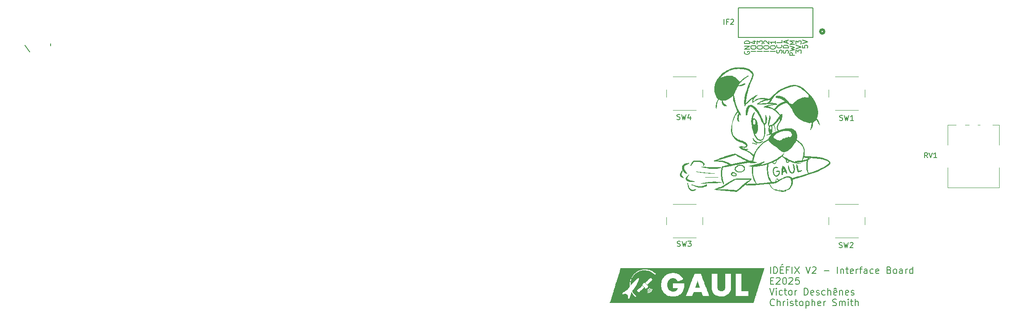
<source format=gbr>
%TF.GenerationSoftware,KiCad,Pcbnew,8.0.6*%
%TF.CreationDate,2025-07-22T18:05:31-04:00*%
%TF.ProjectId,receiver,72656365-6976-4657-922e-6b696361645f,rev?*%
%TF.SameCoordinates,Original*%
%TF.FileFunction,Legend,Top*%
%TF.FilePolarity,Positive*%
%FSLAX46Y46*%
G04 Gerber Fmt 4.6, Leading zero omitted, Abs format (unit mm)*
G04 Created by KiCad (PCBNEW 8.0.6) date 2025-07-22 18:05:31*
%MOMM*%
%LPD*%
G01*
G04 APERTURE LIST*
%ADD10C,0.153000*%
%ADD11C,0.200000*%
%ADD12C,0.150000*%
%ADD13C,0.120000*%
%ADD14C,0.000000*%
%ADD15C,0.152400*%
%ADD16C,0.508000*%
G04 APERTURE END LIST*
D10*
X151226188Y-105388948D02*
X151178569Y-105484186D01*
X151178569Y-105484186D02*
X151178569Y-105627043D01*
X151178569Y-105627043D02*
X151226188Y-105769900D01*
X151226188Y-105769900D02*
X151321426Y-105865138D01*
X151321426Y-105865138D02*
X151416664Y-105912757D01*
X151416664Y-105912757D02*
X151607140Y-105960376D01*
X151607140Y-105960376D02*
X151749997Y-105960376D01*
X151749997Y-105960376D02*
X151940473Y-105912757D01*
X151940473Y-105912757D02*
X152035711Y-105865138D01*
X152035711Y-105865138D02*
X152130950Y-105769900D01*
X152130950Y-105769900D02*
X152178569Y-105627043D01*
X152178569Y-105627043D02*
X152178569Y-105531805D01*
X152178569Y-105531805D02*
X152130950Y-105388948D01*
X152130950Y-105388948D02*
X152083330Y-105341329D01*
X152083330Y-105341329D02*
X151749997Y-105341329D01*
X151749997Y-105341329D02*
X151749997Y-105531805D01*
X152178569Y-104912757D02*
X151178569Y-104912757D01*
X151178569Y-104912757D02*
X152178569Y-104341329D01*
X152178569Y-104341329D02*
X151178569Y-104341329D01*
X152178569Y-103865138D02*
X151178569Y-103865138D01*
X151178569Y-103865138D02*
X151178569Y-103627043D01*
X151178569Y-103627043D02*
X151226188Y-103484186D01*
X151226188Y-103484186D02*
X151321426Y-103388948D01*
X151321426Y-103388948D02*
X151416664Y-103341329D01*
X151416664Y-103341329D02*
X151607140Y-103293710D01*
X151607140Y-103293710D02*
X151749997Y-103293710D01*
X151749997Y-103293710D02*
X151940473Y-103341329D01*
X151940473Y-103341329D02*
X152035711Y-103388948D01*
X152035711Y-103388948D02*
X152130950Y-103484186D01*
X152130950Y-103484186D02*
X152178569Y-103627043D01*
X152178569Y-103627043D02*
X152178569Y-103865138D01*
X153432207Y-105341328D02*
X152432207Y-105341328D01*
X152432207Y-104674662D02*
X152432207Y-104484186D01*
X152432207Y-104484186D02*
X152479826Y-104388948D01*
X152479826Y-104388948D02*
X152575064Y-104293710D01*
X152575064Y-104293710D02*
X152765540Y-104246091D01*
X152765540Y-104246091D02*
X153098873Y-104246091D01*
X153098873Y-104246091D02*
X153289349Y-104293710D01*
X153289349Y-104293710D02*
X153384588Y-104388948D01*
X153384588Y-104388948D02*
X153432207Y-104484186D01*
X153432207Y-104484186D02*
X153432207Y-104674662D01*
X153432207Y-104674662D02*
X153384588Y-104769900D01*
X153384588Y-104769900D02*
X153289349Y-104865138D01*
X153289349Y-104865138D02*
X153098873Y-104912757D01*
X153098873Y-104912757D02*
X152765540Y-104912757D01*
X152765540Y-104912757D02*
X152575064Y-104865138D01*
X152575064Y-104865138D02*
X152479826Y-104769900D01*
X152479826Y-104769900D02*
X152432207Y-104674662D01*
X152765540Y-103388948D02*
X153432207Y-103388948D01*
X152384588Y-103627043D02*
X153098873Y-103865138D01*
X153098873Y-103865138D02*
X153098873Y-103246091D01*
X162461311Y-104198472D02*
X162461311Y-104674662D01*
X162461311Y-104674662D02*
X162937501Y-104722281D01*
X162937501Y-104722281D02*
X162889882Y-104674662D01*
X162889882Y-104674662D02*
X162842263Y-104579424D01*
X162842263Y-104579424D02*
X162842263Y-104341329D01*
X162842263Y-104341329D02*
X162889882Y-104246091D01*
X162889882Y-104246091D02*
X162937501Y-104198472D01*
X162937501Y-104198472D02*
X163032739Y-104150853D01*
X163032739Y-104150853D02*
X163270834Y-104150853D01*
X163270834Y-104150853D02*
X163366072Y-104198472D01*
X163366072Y-104198472D02*
X163413692Y-104246091D01*
X163413692Y-104246091D02*
X163461311Y-104341329D01*
X163461311Y-104341329D02*
X163461311Y-104579424D01*
X163461311Y-104579424D02*
X163413692Y-104674662D01*
X163413692Y-104674662D02*
X163366072Y-104722281D01*
X162461311Y-103865138D02*
X163461311Y-103531805D01*
X163461311Y-103531805D02*
X162461311Y-103198472D01*
X160954035Y-106150852D02*
X159954035Y-106150852D01*
X159954035Y-106150852D02*
X159954035Y-105769900D01*
X159954035Y-105769900D02*
X160001654Y-105674662D01*
X160001654Y-105674662D02*
X160049273Y-105627043D01*
X160049273Y-105627043D02*
X160144511Y-105579424D01*
X160144511Y-105579424D02*
X160287368Y-105579424D01*
X160287368Y-105579424D02*
X160382606Y-105627043D01*
X160382606Y-105627043D02*
X160430225Y-105674662D01*
X160430225Y-105674662D02*
X160477844Y-105769900D01*
X160477844Y-105769900D02*
X160477844Y-106150852D01*
X159954035Y-105246090D02*
X160954035Y-105007995D01*
X160954035Y-105007995D02*
X160239749Y-104817519D01*
X160239749Y-104817519D02*
X160954035Y-104627043D01*
X160954035Y-104627043D02*
X159954035Y-104388948D01*
X160954035Y-104007995D02*
X159954035Y-104007995D01*
X159954035Y-104007995D02*
X160668320Y-103674662D01*
X160668320Y-103674662D02*
X159954035Y-103341329D01*
X159954035Y-103341329D02*
X160954035Y-103341329D01*
X155939483Y-105341328D02*
X154939483Y-105341328D01*
X154939483Y-104674662D02*
X154939483Y-104484186D01*
X154939483Y-104484186D02*
X154987102Y-104388948D01*
X154987102Y-104388948D02*
X155082340Y-104293710D01*
X155082340Y-104293710D02*
X155272816Y-104246091D01*
X155272816Y-104246091D02*
X155606149Y-104246091D01*
X155606149Y-104246091D02*
X155796625Y-104293710D01*
X155796625Y-104293710D02*
X155891864Y-104388948D01*
X155891864Y-104388948D02*
X155939483Y-104484186D01*
X155939483Y-104484186D02*
X155939483Y-104674662D01*
X155939483Y-104674662D02*
X155891864Y-104769900D01*
X155891864Y-104769900D02*
X155796625Y-104865138D01*
X155796625Y-104865138D02*
X155606149Y-104912757D01*
X155606149Y-104912757D02*
X155272816Y-104912757D01*
X155272816Y-104912757D02*
X155082340Y-104865138D01*
X155082340Y-104865138D02*
X154987102Y-104769900D01*
X154987102Y-104769900D02*
X154939483Y-104674662D01*
X155034721Y-103865138D02*
X154987102Y-103817519D01*
X154987102Y-103817519D02*
X154939483Y-103722281D01*
X154939483Y-103722281D02*
X154939483Y-103484186D01*
X154939483Y-103484186D02*
X154987102Y-103388948D01*
X154987102Y-103388948D02*
X155034721Y-103341329D01*
X155034721Y-103341329D02*
X155129959Y-103293710D01*
X155129959Y-103293710D02*
X155225197Y-103293710D01*
X155225197Y-103293710D02*
X155368054Y-103341329D01*
X155368054Y-103341329D02*
X155939483Y-103912757D01*
X155939483Y-103912757D02*
X155939483Y-103293710D01*
X158399140Y-105674662D02*
X158446759Y-105531805D01*
X158446759Y-105531805D02*
X158446759Y-105293710D01*
X158446759Y-105293710D02*
X158399140Y-105198472D01*
X158399140Y-105198472D02*
X158351520Y-105150853D01*
X158351520Y-105150853D02*
X158256282Y-105103234D01*
X158256282Y-105103234D02*
X158161044Y-105103234D01*
X158161044Y-105103234D02*
X158065806Y-105150853D01*
X158065806Y-105150853D02*
X158018187Y-105198472D01*
X158018187Y-105198472D02*
X157970568Y-105293710D01*
X157970568Y-105293710D02*
X157922949Y-105484186D01*
X157922949Y-105484186D02*
X157875330Y-105579424D01*
X157875330Y-105579424D02*
X157827711Y-105627043D01*
X157827711Y-105627043D02*
X157732473Y-105674662D01*
X157732473Y-105674662D02*
X157637235Y-105674662D01*
X157637235Y-105674662D02*
X157541997Y-105627043D01*
X157541997Y-105627043D02*
X157494378Y-105579424D01*
X157494378Y-105579424D02*
X157446759Y-105484186D01*
X157446759Y-105484186D02*
X157446759Y-105246091D01*
X157446759Y-105246091D02*
X157494378Y-105103234D01*
X158351520Y-104103234D02*
X158399140Y-104150853D01*
X158399140Y-104150853D02*
X158446759Y-104293710D01*
X158446759Y-104293710D02*
X158446759Y-104388948D01*
X158446759Y-104388948D02*
X158399140Y-104531805D01*
X158399140Y-104531805D02*
X158303901Y-104627043D01*
X158303901Y-104627043D02*
X158208663Y-104674662D01*
X158208663Y-104674662D02*
X158018187Y-104722281D01*
X158018187Y-104722281D02*
X157875330Y-104722281D01*
X157875330Y-104722281D02*
X157684854Y-104674662D01*
X157684854Y-104674662D02*
X157589616Y-104627043D01*
X157589616Y-104627043D02*
X157494378Y-104531805D01*
X157494378Y-104531805D02*
X157446759Y-104388948D01*
X157446759Y-104388948D02*
X157446759Y-104293710D01*
X157446759Y-104293710D02*
X157494378Y-104150853D01*
X157494378Y-104150853D02*
X157541997Y-104103234D01*
X158446759Y-103198472D02*
X158446759Y-103674662D01*
X158446759Y-103674662D02*
X157446759Y-103674662D01*
X159652778Y-105722281D02*
X159700397Y-105579424D01*
X159700397Y-105579424D02*
X159700397Y-105341329D01*
X159700397Y-105341329D02*
X159652778Y-105246091D01*
X159652778Y-105246091D02*
X159605158Y-105198472D01*
X159605158Y-105198472D02*
X159509920Y-105150853D01*
X159509920Y-105150853D02*
X159414682Y-105150853D01*
X159414682Y-105150853D02*
X159319444Y-105198472D01*
X159319444Y-105198472D02*
X159271825Y-105246091D01*
X159271825Y-105246091D02*
X159224206Y-105341329D01*
X159224206Y-105341329D02*
X159176587Y-105531805D01*
X159176587Y-105531805D02*
X159128968Y-105627043D01*
X159128968Y-105627043D02*
X159081349Y-105674662D01*
X159081349Y-105674662D02*
X158986111Y-105722281D01*
X158986111Y-105722281D02*
X158890873Y-105722281D01*
X158890873Y-105722281D02*
X158795635Y-105674662D01*
X158795635Y-105674662D02*
X158748016Y-105627043D01*
X158748016Y-105627043D02*
X158700397Y-105531805D01*
X158700397Y-105531805D02*
X158700397Y-105293710D01*
X158700397Y-105293710D02*
X158748016Y-105150853D01*
X159700397Y-104722281D02*
X158700397Y-104722281D01*
X158700397Y-104722281D02*
X158700397Y-104484186D01*
X158700397Y-104484186D02*
X158748016Y-104341329D01*
X158748016Y-104341329D02*
X158843254Y-104246091D01*
X158843254Y-104246091D02*
X158938492Y-104198472D01*
X158938492Y-104198472D02*
X159128968Y-104150853D01*
X159128968Y-104150853D02*
X159271825Y-104150853D01*
X159271825Y-104150853D02*
X159462301Y-104198472D01*
X159462301Y-104198472D02*
X159557539Y-104246091D01*
X159557539Y-104246091D02*
X159652778Y-104341329D01*
X159652778Y-104341329D02*
X159700397Y-104484186D01*
X159700397Y-104484186D02*
X159700397Y-104722281D01*
X159414682Y-103769900D02*
X159414682Y-103293710D01*
X159700397Y-103865138D02*
X158700397Y-103531805D01*
X158700397Y-103531805D02*
X159700397Y-103198472D01*
D11*
X156249030Y-148565501D02*
X156249030Y-147265501D01*
X156868078Y-148565501D02*
X156868078Y-147265501D01*
X156868078Y-147265501D02*
X157177602Y-147265501D01*
X157177602Y-147265501D02*
X157363316Y-147327406D01*
X157363316Y-147327406D02*
X157487126Y-147451216D01*
X157487126Y-147451216D02*
X157549031Y-147575025D01*
X157549031Y-147575025D02*
X157610935Y-147822644D01*
X157610935Y-147822644D02*
X157610935Y-148008358D01*
X157610935Y-148008358D02*
X157549031Y-148255977D01*
X157549031Y-148255977D02*
X157487126Y-148379787D01*
X157487126Y-148379787D02*
X157363316Y-148503597D01*
X157363316Y-148503597D02*
X157177602Y-148565501D01*
X157177602Y-148565501D02*
X156868078Y-148565501D01*
X158168078Y-147884549D02*
X158601412Y-147884549D01*
X158787126Y-148565501D02*
X158168078Y-148565501D01*
X158168078Y-148565501D02*
X158168078Y-147265501D01*
X158168078Y-147265501D02*
X158787126Y-147265501D01*
X158601412Y-146770263D02*
X158415697Y-146955977D01*
X159777602Y-147884549D02*
X159344268Y-147884549D01*
X159344268Y-148565501D02*
X159344268Y-147265501D01*
X159344268Y-147265501D02*
X159963316Y-147265501D01*
X160458554Y-148565501D02*
X160458554Y-147265501D01*
X160953793Y-147265501D02*
X161820459Y-148565501D01*
X161820459Y-147265501D02*
X160953793Y-148565501D01*
X163120459Y-147265501D02*
X163553792Y-148565501D01*
X163553792Y-148565501D02*
X163987126Y-147265501D01*
X164358555Y-147389311D02*
X164420459Y-147327406D01*
X164420459Y-147327406D02*
X164544269Y-147265501D01*
X164544269Y-147265501D02*
X164853793Y-147265501D01*
X164853793Y-147265501D02*
X164977602Y-147327406D01*
X164977602Y-147327406D02*
X165039507Y-147389311D01*
X165039507Y-147389311D02*
X165101412Y-147513120D01*
X165101412Y-147513120D02*
X165101412Y-147636930D01*
X165101412Y-147636930D02*
X165039507Y-147822644D01*
X165039507Y-147822644D02*
X164296650Y-148565501D01*
X164296650Y-148565501D02*
X165101412Y-148565501D01*
X166649030Y-148070263D02*
X167639507Y-148070263D01*
X169249030Y-148565501D02*
X169249030Y-147265501D01*
X169868078Y-147698835D02*
X169868078Y-148565501D01*
X169868078Y-147822644D02*
X169929983Y-147760739D01*
X169929983Y-147760739D02*
X170053793Y-147698835D01*
X170053793Y-147698835D02*
X170239507Y-147698835D01*
X170239507Y-147698835D02*
X170363316Y-147760739D01*
X170363316Y-147760739D02*
X170425221Y-147884549D01*
X170425221Y-147884549D02*
X170425221Y-148565501D01*
X170858554Y-147698835D02*
X171353792Y-147698835D01*
X171044268Y-147265501D02*
X171044268Y-148379787D01*
X171044268Y-148379787D02*
X171106173Y-148503597D01*
X171106173Y-148503597D02*
X171229983Y-148565501D01*
X171229983Y-148565501D02*
X171353792Y-148565501D01*
X172282363Y-148503597D02*
X172158554Y-148565501D01*
X172158554Y-148565501D02*
X171910935Y-148565501D01*
X171910935Y-148565501D02*
X171787125Y-148503597D01*
X171787125Y-148503597D02*
X171725221Y-148379787D01*
X171725221Y-148379787D02*
X171725221Y-147884549D01*
X171725221Y-147884549D02*
X171787125Y-147760739D01*
X171787125Y-147760739D02*
X171910935Y-147698835D01*
X171910935Y-147698835D02*
X172158554Y-147698835D01*
X172158554Y-147698835D02*
X172282363Y-147760739D01*
X172282363Y-147760739D02*
X172344268Y-147884549D01*
X172344268Y-147884549D02*
X172344268Y-148008358D01*
X172344268Y-148008358D02*
X171725221Y-148132168D01*
X172901411Y-148565501D02*
X172901411Y-147698835D01*
X172901411Y-147946454D02*
X172963316Y-147822644D01*
X172963316Y-147822644D02*
X173025221Y-147760739D01*
X173025221Y-147760739D02*
X173149030Y-147698835D01*
X173149030Y-147698835D02*
X173272840Y-147698835D01*
X173520459Y-147698835D02*
X174015697Y-147698835D01*
X173706173Y-148565501D02*
X173706173Y-147451216D01*
X173706173Y-147451216D02*
X173768078Y-147327406D01*
X173768078Y-147327406D02*
X173891888Y-147265501D01*
X173891888Y-147265501D02*
X174015697Y-147265501D01*
X175006173Y-148565501D02*
X175006173Y-147884549D01*
X175006173Y-147884549D02*
X174944268Y-147760739D01*
X174944268Y-147760739D02*
X174820459Y-147698835D01*
X174820459Y-147698835D02*
X174572840Y-147698835D01*
X174572840Y-147698835D02*
X174449030Y-147760739D01*
X175006173Y-148503597D02*
X174882364Y-148565501D01*
X174882364Y-148565501D02*
X174572840Y-148565501D01*
X174572840Y-148565501D02*
X174449030Y-148503597D01*
X174449030Y-148503597D02*
X174387126Y-148379787D01*
X174387126Y-148379787D02*
X174387126Y-148255977D01*
X174387126Y-148255977D02*
X174449030Y-148132168D01*
X174449030Y-148132168D02*
X174572840Y-148070263D01*
X174572840Y-148070263D02*
X174882364Y-148070263D01*
X174882364Y-148070263D02*
X175006173Y-148008358D01*
X176182363Y-148503597D02*
X176058554Y-148565501D01*
X176058554Y-148565501D02*
X175810935Y-148565501D01*
X175810935Y-148565501D02*
X175687125Y-148503597D01*
X175687125Y-148503597D02*
X175625220Y-148441692D01*
X175625220Y-148441692D02*
X175563316Y-148317882D01*
X175563316Y-148317882D02*
X175563316Y-147946454D01*
X175563316Y-147946454D02*
X175625220Y-147822644D01*
X175625220Y-147822644D02*
X175687125Y-147760739D01*
X175687125Y-147760739D02*
X175810935Y-147698835D01*
X175810935Y-147698835D02*
X176058554Y-147698835D01*
X176058554Y-147698835D02*
X176182363Y-147760739D01*
X177234744Y-148503597D02*
X177110935Y-148565501D01*
X177110935Y-148565501D02*
X176863316Y-148565501D01*
X176863316Y-148565501D02*
X176739506Y-148503597D01*
X176739506Y-148503597D02*
X176677602Y-148379787D01*
X176677602Y-148379787D02*
X176677602Y-147884549D01*
X176677602Y-147884549D02*
X176739506Y-147760739D01*
X176739506Y-147760739D02*
X176863316Y-147698835D01*
X176863316Y-147698835D02*
X177110935Y-147698835D01*
X177110935Y-147698835D02*
X177234744Y-147760739D01*
X177234744Y-147760739D02*
X177296649Y-147884549D01*
X177296649Y-147884549D02*
X177296649Y-148008358D01*
X177296649Y-148008358D02*
X176677602Y-148132168D01*
X179277602Y-147884549D02*
X179463316Y-147946454D01*
X179463316Y-147946454D02*
X179525221Y-148008358D01*
X179525221Y-148008358D02*
X179587125Y-148132168D01*
X179587125Y-148132168D02*
X179587125Y-148317882D01*
X179587125Y-148317882D02*
X179525221Y-148441692D01*
X179525221Y-148441692D02*
X179463316Y-148503597D01*
X179463316Y-148503597D02*
X179339506Y-148565501D01*
X179339506Y-148565501D02*
X178844268Y-148565501D01*
X178844268Y-148565501D02*
X178844268Y-147265501D01*
X178844268Y-147265501D02*
X179277602Y-147265501D01*
X179277602Y-147265501D02*
X179401411Y-147327406D01*
X179401411Y-147327406D02*
X179463316Y-147389311D01*
X179463316Y-147389311D02*
X179525221Y-147513120D01*
X179525221Y-147513120D02*
X179525221Y-147636930D01*
X179525221Y-147636930D02*
X179463316Y-147760739D01*
X179463316Y-147760739D02*
X179401411Y-147822644D01*
X179401411Y-147822644D02*
X179277602Y-147884549D01*
X179277602Y-147884549D02*
X178844268Y-147884549D01*
X180329983Y-148565501D02*
X180206173Y-148503597D01*
X180206173Y-148503597D02*
X180144268Y-148441692D01*
X180144268Y-148441692D02*
X180082364Y-148317882D01*
X180082364Y-148317882D02*
X180082364Y-147946454D01*
X180082364Y-147946454D02*
X180144268Y-147822644D01*
X180144268Y-147822644D02*
X180206173Y-147760739D01*
X180206173Y-147760739D02*
X180329983Y-147698835D01*
X180329983Y-147698835D02*
X180515697Y-147698835D01*
X180515697Y-147698835D02*
X180639506Y-147760739D01*
X180639506Y-147760739D02*
X180701411Y-147822644D01*
X180701411Y-147822644D02*
X180763316Y-147946454D01*
X180763316Y-147946454D02*
X180763316Y-148317882D01*
X180763316Y-148317882D02*
X180701411Y-148441692D01*
X180701411Y-148441692D02*
X180639506Y-148503597D01*
X180639506Y-148503597D02*
X180515697Y-148565501D01*
X180515697Y-148565501D02*
X180329983Y-148565501D01*
X181877601Y-148565501D02*
X181877601Y-147884549D01*
X181877601Y-147884549D02*
X181815696Y-147760739D01*
X181815696Y-147760739D02*
X181691887Y-147698835D01*
X181691887Y-147698835D02*
X181444268Y-147698835D01*
X181444268Y-147698835D02*
X181320458Y-147760739D01*
X181877601Y-148503597D02*
X181753792Y-148565501D01*
X181753792Y-148565501D02*
X181444268Y-148565501D01*
X181444268Y-148565501D02*
X181320458Y-148503597D01*
X181320458Y-148503597D02*
X181258554Y-148379787D01*
X181258554Y-148379787D02*
X181258554Y-148255977D01*
X181258554Y-148255977D02*
X181320458Y-148132168D01*
X181320458Y-148132168D02*
X181444268Y-148070263D01*
X181444268Y-148070263D02*
X181753792Y-148070263D01*
X181753792Y-148070263D02*
X181877601Y-148008358D01*
X182496648Y-148565501D02*
X182496648Y-147698835D01*
X182496648Y-147946454D02*
X182558553Y-147822644D01*
X182558553Y-147822644D02*
X182620458Y-147760739D01*
X182620458Y-147760739D02*
X182744267Y-147698835D01*
X182744267Y-147698835D02*
X182868077Y-147698835D01*
X183858553Y-148565501D02*
X183858553Y-147265501D01*
X183858553Y-148503597D02*
X183734744Y-148565501D01*
X183734744Y-148565501D02*
X183487125Y-148565501D01*
X183487125Y-148565501D02*
X183363315Y-148503597D01*
X183363315Y-148503597D02*
X183301410Y-148441692D01*
X183301410Y-148441692D02*
X183239506Y-148317882D01*
X183239506Y-148317882D02*
X183239506Y-147946454D01*
X183239506Y-147946454D02*
X183301410Y-147822644D01*
X183301410Y-147822644D02*
X183363315Y-147760739D01*
X183363315Y-147760739D02*
X183487125Y-147698835D01*
X183487125Y-147698835D02*
X183734744Y-147698835D01*
X183734744Y-147698835D02*
X183858553Y-147760739D01*
X156249030Y-149977476D02*
X156682364Y-149977476D01*
X156868078Y-150658428D02*
X156249030Y-150658428D01*
X156249030Y-150658428D02*
X156249030Y-149358428D01*
X156249030Y-149358428D02*
X156868078Y-149358428D01*
X157363316Y-149482238D02*
X157425220Y-149420333D01*
X157425220Y-149420333D02*
X157549030Y-149358428D01*
X157549030Y-149358428D02*
X157858554Y-149358428D01*
X157858554Y-149358428D02*
X157982363Y-149420333D01*
X157982363Y-149420333D02*
X158044268Y-149482238D01*
X158044268Y-149482238D02*
X158106173Y-149606047D01*
X158106173Y-149606047D02*
X158106173Y-149729857D01*
X158106173Y-149729857D02*
X158044268Y-149915571D01*
X158044268Y-149915571D02*
X157301411Y-150658428D01*
X157301411Y-150658428D02*
X158106173Y-150658428D01*
X158910934Y-149358428D02*
X159034744Y-149358428D01*
X159034744Y-149358428D02*
X159158553Y-149420333D01*
X159158553Y-149420333D02*
X159220458Y-149482238D01*
X159220458Y-149482238D02*
X159282363Y-149606047D01*
X159282363Y-149606047D02*
X159344268Y-149853666D01*
X159344268Y-149853666D02*
X159344268Y-150163190D01*
X159344268Y-150163190D02*
X159282363Y-150410809D01*
X159282363Y-150410809D02*
X159220458Y-150534619D01*
X159220458Y-150534619D02*
X159158553Y-150596524D01*
X159158553Y-150596524D02*
X159034744Y-150658428D01*
X159034744Y-150658428D02*
X158910934Y-150658428D01*
X158910934Y-150658428D02*
X158787125Y-150596524D01*
X158787125Y-150596524D02*
X158725220Y-150534619D01*
X158725220Y-150534619D02*
X158663315Y-150410809D01*
X158663315Y-150410809D02*
X158601411Y-150163190D01*
X158601411Y-150163190D02*
X158601411Y-149853666D01*
X158601411Y-149853666D02*
X158663315Y-149606047D01*
X158663315Y-149606047D02*
X158725220Y-149482238D01*
X158725220Y-149482238D02*
X158787125Y-149420333D01*
X158787125Y-149420333D02*
X158910934Y-149358428D01*
X159839506Y-149482238D02*
X159901410Y-149420333D01*
X159901410Y-149420333D02*
X160025220Y-149358428D01*
X160025220Y-149358428D02*
X160334744Y-149358428D01*
X160334744Y-149358428D02*
X160458553Y-149420333D01*
X160458553Y-149420333D02*
X160520458Y-149482238D01*
X160520458Y-149482238D02*
X160582363Y-149606047D01*
X160582363Y-149606047D02*
X160582363Y-149729857D01*
X160582363Y-149729857D02*
X160520458Y-149915571D01*
X160520458Y-149915571D02*
X159777601Y-150658428D01*
X159777601Y-150658428D02*
X160582363Y-150658428D01*
X161758553Y-149358428D02*
X161139505Y-149358428D01*
X161139505Y-149358428D02*
X161077601Y-149977476D01*
X161077601Y-149977476D02*
X161139505Y-149915571D01*
X161139505Y-149915571D02*
X161263315Y-149853666D01*
X161263315Y-149853666D02*
X161572839Y-149853666D01*
X161572839Y-149853666D02*
X161696648Y-149915571D01*
X161696648Y-149915571D02*
X161758553Y-149977476D01*
X161758553Y-149977476D02*
X161820458Y-150101285D01*
X161820458Y-150101285D02*
X161820458Y-150410809D01*
X161820458Y-150410809D02*
X161758553Y-150534619D01*
X161758553Y-150534619D02*
X161696648Y-150596524D01*
X161696648Y-150596524D02*
X161572839Y-150658428D01*
X161572839Y-150658428D02*
X161263315Y-150658428D01*
X161263315Y-150658428D02*
X161139505Y-150596524D01*
X161139505Y-150596524D02*
X161077601Y-150534619D01*
X156063316Y-151451355D02*
X156496649Y-152751355D01*
X156496649Y-152751355D02*
X156929983Y-151451355D01*
X157363316Y-152751355D02*
X157363316Y-151884689D01*
X157363316Y-151451355D02*
X157301412Y-151513260D01*
X157301412Y-151513260D02*
X157363316Y-151575165D01*
X157363316Y-151575165D02*
X157425221Y-151513260D01*
X157425221Y-151513260D02*
X157363316Y-151451355D01*
X157363316Y-151451355D02*
X157363316Y-151575165D01*
X158539507Y-152689451D02*
X158415698Y-152751355D01*
X158415698Y-152751355D02*
X158168079Y-152751355D01*
X158168079Y-152751355D02*
X158044269Y-152689451D01*
X158044269Y-152689451D02*
X157982364Y-152627546D01*
X157982364Y-152627546D02*
X157920460Y-152503736D01*
X157920460Y-152503736D02*
X157920460Y-152132308D01*
X157920460Y-152132308D02*
X157982364Y-152008498D01*
X157982364Y-152008498D02*
X158044269Y-151946593D01*
X158044269Y-151946593D02*
X158168079Y-151884689D01*
X158168079Y-151884689D02*
X158415698Y-151884689D01*
X158415698Y-151884689D02*
X158539507Y-151946593D01*
X158910936Y-151884689D02*
X159406174Y-151884689D01*
X159096650Y-151451355D02*
X159096650Y-152565641D01*
X159096650Y-152565641D02*
X159158555Y-152689451D01*
X159158555Y-152689451D02*
X159282365Y-152751355D01*
X159282365Y-152751355D02*
X159406174Y-152751355D01*
X160025222Y-152751355D02*
X159901412Y-152689451D01*
X159901412Y-152689451D02*
X159839507Y-152627546D01*
X159839507Y-152627546D02*
X159777603Y-152503736D01*
X159777603Y-152503736D02*
X159777603Y-152132308D01*
X159777603Y-152132308D02*
X159839507Y-152008498D01*
X159839507Y-152008498D02*
X159901412Y-151946593D01*
X159901412Y-151946593D02*
X160025222Y-151884689D01*
X160025222Y-151884689D02*
X160210936Y-151884689D01*
X160210936Y-151884689D02*
X160334745Y-151946593D01*
X160334745Y-151946593D02*
X160396650Y-152008498D01*
X160396650Y-152008498D02*
X160458555Y-152132308D01*
X160458555Y-152132308D02*
X160458555Y-152503736D01*
X160458555Y-152503736D02*
X160396650Y-152627546D01*
X160396650Y-152627546D02*
X160334745Y-152689451D01*
X160334745Y-152689451D02*
X160210936Y-152751355D01*
X160210936Y-152751355D02*
X160025222Y-152751355D01*
X161015697Y-152751355D02*
X161015697Y-151884689D01*
X161015697Y-152132308D02*
X161077602Y-152008498D01*
X161077602Y-152008498D02*
X161139507Y-151946593D01*
X161139507Y-151946593D02*
X161263316Y-151884689D01*
X161263316Y-151884689D02*
X161387126Y-151884689D01*
X162810935Y-152751355D02*
X162810935Y-151451355D01*
X162810935Y-151451355D02*
X163120459Y-151451355D01*
X163120459Y-151451355D02*
X163306173Y-151513260D01*
X163306173Y-151513260D02*
X163429983Y-151637070D01*
X163429983Y-151637070D02*
X163491888Y-151760879D01*
X163491888Y-151760879D02*
X163553792Y-152008498D01*
X163553792Y-152008498D02*
X163553792Y-152194212D01*
X163553792Y-152194212D02*
X163491888Y-152441831D01*
X163491888Y-152441831D02*
X163429983Y-152565641D01*
X163429983Y-152565641D02*
X163306173Y-152689451D01*
X163306173Y-152689451D02*
X163120459Y-152751355D01*
X163120459Y-152751355D02*
X162810935Y-152751355D01*
X164606173Y-152689451D02*
X164482364Y-152751355D01*
X164482364Y-152751355D02*
X164234745Y-152751355D01*
X164234745Y-152751355D02*
X164110935Y-152689451D01*
X164110935Y-152689451D02*
X164049031Y-152565641D01*
X164049031Y-152565641D02*
X164049031Y-152070403D01*
X164049031Y-152070403D02*
X164110935Y-151946593D01*
X164110935Y-151946593D02*
X164234745Y-151884689D01*
X164234745Y-151884689D02*
X164482364Y-151884689D01*
X164482364Y-151884689D02*
X164606173Y-151946593D01*
X164606173Y-151946593D02*
X164668078Y-152070403D01*
X164668078Y-152070403D02*
X164668078Y-152194212D01*
X164668078Y-152194212D02*
X164049031Y-152318022D01*
X165163317Y-152689451D02*
X165287126Y-152751355D01*
X165287126Y-152751355D02*
X165534745Y-152751355D01*
X165534745Y-152751355D02*
X165658555Y-152689451D01*
X165658555Y-152689451D02*
X165720459Y-152565641D01*
X165720459Y-152565641D02*
X165720459Y-152503736D01*
X165720459Y-152503736D02*
X165658555Y-152379927D01*
X165658555Y-152379927D02*
X165534745Y-152318022D01*
X165534745Y-152318022D02*
X165349031Y-152318022D01*
X165349031Y-152318022D02*
X165225221Y-152256117D01*
X165225221Y-152256117D02*
X165163317Y-152132308D01*
X165163317Y-152132308D02*
X165163317Y-152070403D01*
X165163317Y-152070403D02*
X165225221Y-151946593D01*
X165225221Y-151946593D02*
X165349031Y-151884689D01*
X165349031Y-151884689D02*
X165534745Y-151884689D01*
X165534745Y-151884689D02*
X165658555Y-151946593D01*
X166834745Y-152689451D02*
X166710936Y-152751355D01*
X166710936Y-152751355D02*
X166463317Y-152751355D01*
X166463317Y-152751355D02*
X166339507Y-152689451D01*
X166339507Y-152689451D02*
X166277602Y-152627546D01*
X166277602Y-152627546D02*
X166215698Y-152503736D01*
X166215698Y-152503736D02*
X166215698Y-152132308D01*
X166215698Y-152132308D02*
X166277602Y-152008498D01*
X166277602Y-152008498D02*
X166339507Y-151946593D01*
X166339507Y-151946593D02*
X166463317Y-151884689D01*
X166463317Y-151884689D02*
X166710936Y-151884689D01*
X166710936Y-151884689D02*
X166834745Y-151946593D01*
X167391888Y-152751355D02*
X167391888Y-151451355D01*
X167949031Y-152751355D02*
X167949031Y-152070403D01*
X167949031Y-152070403D02*
X167887126Y-151946593D01*
X167887126Y-151946593D02*
X167763317Y-151884689D01*
X167763317Y-151884689D02*
X167577603Y-151884689D01*
X167577603Y-151884689D02*
X167453793Y-151946593D01*
X167453793Y-151946593D02*
X167391888Y-152008498D01*
X169063316Y-152689451D02*
X168939507Y-152751355D01*
X168939507Y-152751355D02*
X168691888Y-152751355D01*
X168691888Y-152751355D02*
X168568078Y-152689451D01*
X168568078Y-152689451D02*
X168506174Y-152565641D01*
X168506174Y-152565641D02*
X168506174Y-152070403D01*
X168506174Y-152070403D02*
X168568078Y-151946593D01*
X168568078Y-151946593D02*
X168691888Y-151884689D01*
X168691888Y-151884689D02*
X168939507Y-151884689D01*
X168939507Y-151884689D02*
X169063316Y-151946593D01*
X169063316Y-151946593D02*
X169125221Y-152070403D01*
X169125221Y-152070403D02*
X169125221Y-152194212D01*
X169125221Y-152194212D02*
X168506174Y-152318022D01*
X168568078Y-151575165D02*
X168815697Y-151389451D01*
X168815697Y-151389451D02*
X169063316Y-151575165D01*
X169682364Y-151884689D02*
X169682364Y-152751355D01*
X169682364Y-152008498D02*
X169744269Y-151946593D01*
X169744269Y-151946593D02*
X169868079Y-151884689D01*
X169868079Y-151884689D02*
X170053793Y-151884689D01*
X170053793Y-151884689D02*
X170177602Y-151946593D01*
X170177602Y-151946593D02*
X170239507Y-152070403D01*
X170239507Y-152070403D02*
X170239507Y-152751355D01*
X171353792Y-152689451D02*
X171229983Y-152751355D01*
X171229983Y-152751355D02*
X170982364Y-152751355D01*
X170982364Y-152751355D02*
X170858554Y-152689451D01*
X170858554Y-152689451D02*
X170796650Y-152565641D01*
X170796650Y-152565641D02*
X170796650Y-152070403D01*
X170796650Y-152070403D02*
X170858554Y-151946593D01*
X170858554Y-151946593D02*
X170982364Y-151884689D01*
X170982364Y-151884689D02*
X171229983Y-151884689D01*
X171229983Y-151884689D02*
X171353792Y-151946593D01*
X171353792Y-151946593D02*
X171415697Y-152070403D01*
X171415697Y-152070403D02*
X171415697Y-152194212D01*
X171415697Y-152194212D02*
X170796650Y-152318022D01*
X171910936Y-152689451D02*
X172034745Y-152751355D01*
X172034745Y-152751355D02*
X172282364Y-152751355D01*
X172282364Y-152751355D02*
X172406174Y-152689451D01*
X172406174Y-152689451D02*
X172468078Y-152565641D01*
X172468078Y-152565641D02*
X172468078Y-152503736D01*
X172468078Y-152503736D02*
X172406174Y-152379927D01*
X172406174Y-152379927D02*
X172282364Y-152318022D01*
X172282364Y-152318022D02*
X172096650Y-152318022D01*
X172096650Y-152318022D02*
X171972840Y-152256117D01*
X171972840Y-152256117D02*
X171910936Y-152132308D01*
X171910936Y-152132308D02*
X171910936Y-152070403D01*
X171910936Y-152070403D02*
X171972840Y-151946593D01*
X171972840Y-151946593D02*
X172096650Y-151884689D01*
X172096650Y-151884689D02*
X172282364Y-151884689D01*
X172282364Y-151884689D02*
X172406174Y-151946593D01*
X156991887Y-154720473D02*
X156929983Y-154782378D01*
X156929983Y-154782378D02*
X156744268Y-154844282D01*
X156744268Y-154844282D02*
X156620459Y-154844282D01*
X156620459Y-154844282D02*
X156434745Y-154782378D01*
X156434745Y-154782378D02*
X156310935Y-154658568D01*
X156310935Y-154658568D02*
X156249030Y-154534758D01*
X156249030Y-154534758D02*
X156187126Y-154287139D01*
X156187126Y-154287139D02*
X156187126Y-154101425D01*
X156187126Y-154101425D02*
X156249030Y-153853806D01*
X156249030Y-153853806D02*
X156310935Y-153729997D01*
X156310935Y-153729997D02*
X156434745Y-153606187D01*
X156434745Y-153606187D02*
X156620459Y-153544282D01*
X156620459Y-153544282D02*
X156744268Y-153544282D01*
X156744268Y-153544282D02*
X156929983Y-153606187D01*
X156929983Y-153606187D02*
X156991887Y-153668092D01*
X157549030Y-154844282D02*
X157549030Y-153544282D01*
X158106173Y-154844282D02*
X158106173Y-154163330D01*
X158106173Y-154163330D02*
X158044268Y-154039520D01*
X158044268Y-154039520D02*
X157920459Y-153977616D01*
X157920459Y-153977616D02*
X157734745Y-153977616D01*
X157734745Y-153977616D02*
X157610935Y-154039520D01*
X157610935Y-154039520D02*
X157549030Y-154101425D01*
X158725220Y-154844282D02*
X158725220Y-153977616D01*
X158725220Y-154225235D02*
X158787125Y-154101425D01*
X158787125Y-154101425D02*
X158849030Y-154039520D01*
X158849030Y-154039520D02*
X158972839Y-153977616D01*
X158972839Y-153977616D02*
X159096649Y-153977616D01*
X159529982Y-154844282D02*
X159529982Y-153977616D01*
X159529982Y-153544282D02*
X159468078Y-153606187D01*
X159468078Y-153606187D02*
X159529982Y-153668092D01*
X159529982Y-153668092D02*
X159591887Y-153606187D01*
X159591887Y-153606187D02*
X159529982Y-153544282D01*
X159529982Y-153544282D02*
X159529982Y-153668092D01*
X160087126Y-154782378D02*
X160210935Y-154844282D01*
X160210935Y-154844282D02*
X160458554Y-154844282D01*
X160458554Y-154844282D02*
X160582364Y-154782378D01*
X160582364Y-154782378D02*
X160644268Y-154658568D01*
X160644268Y-154658568D02*
X160644268Y-154596663D01*
X160644268Y-154596663D02*
X160582364Y-154472854D01*
X160582364Y-154472854D02*
X160458554Y-154410949D01*
X160458554Y-154410949D02*
X160272840Y-154410949D01*
X160272840Y-154410949D02*
X160149030Y-154349044D01*
X160149030Y-154349044D02*
X160087126Y-154225235D01*
X160087126Y-154225235D02*
X160087126Y-154163330D01*
X160087126Y-154163330D02*
X160149030Y-154039520D01*
X160149030Y-154039520D02*
X160272840Y-153977616D01*
X160272840Y-153977616D02*
X160458554Y-153977616D01*
X160458554Y-153977616D02*
X160582364Y-154039520D01*
X161015697Y-153977616D02*
X161510935Y-153977616D01*
X161201411Y-153544282D02*
X161201411Y-154658568D01*
X161201411Y-154658568D02*
X161263316Y-154782378D01*
X161263316Y-154782378D02*
X161387126Y-154844282D01*
X161387126Y-154844282D02*
X161510935Y-154844282D01*
X162129983Y-154844282D02*
X162006173Y-154782378D01*
X162006173Y-154782378D02*
X161944268Y-154720473D01*
X161944268Y-154720473D02*
X161882364Y-154596663D01*
X161882364Y-154596663D02*
X161882364Y-154225235D01*
X161882364Y-154225235D02*
X161944268Y-154101425D01*
X161944268Y-154101425D02*
X162006173Y-154039520D01*
X162006173Y-154039520D02*
X162129983Y-153977616D01*
X162129983Y-153977616D02*
X162315697Y-153977616D01*
X162315697Y-153977616D02*
X162439506Y-154039520D01*
X162439506Y-154039520D02*
X162501411Y-154101425D01*
X162501411Y-154101425D02*
X162563316Y-154225235D01*
X162563316Y-154225235D02*
X162563316Y-154596663D01*
X162563316Y-154596663D02*
X162501411Y-154720473D01*
X162501411Y-154720473D02*
X162439506Y-154782378D01*
X162439506Y-154782378D02*
X162315697Y-154844282D01*
X162315697Y-154844282D02*
X162129983Y-154844282D01*
X163120458Y-153977616D02*
X163120458Y-155277616D01*
X163120458Y-154039520D02*
X163244268Y-153977616D01*
X163244268Y-153977616D02*
X163491887Y-153977616D01*
X163491887Y-153977616D02*
X163615696Y-154039520D01*
X163615696Y-154039520D02*
X163677601Y-154101425D01*
X163677601Y-154101425D02*
X163739506Y-154225235D01*
X163739506Y-154225235D02*
X163739506Y-154596663D01*
X163739506Y-154596663D02*
X163677601Y-154720473D01*
X163677601Y-154720473D02*
X163615696Y-154782378D01*
X163615696Y-154782378D02*
X163491887Y-154844282D01*
X163491887Y-154844282D02*
X163244268Y-154844282D01*
X163244268Y-154844282D02*
X163120458Y-154782378D01*
X164296648Y-154844282D02*
X164296648Y-153544282D01*
X164853791Y-154844282D02*
X164853791Y-154163330D01*
X164853791Y-154163330D02*
X164791886Y-154039520D01*
X164791886Y-154039520D02*
X164668077Y-153977616D01*
X164668077Y-153977616D02*
X164482363Y-153977616D01*
X164482363Y-153977616D02*
X164358553Y-154039520D01*
X164358553Y-154039520D02*
X164296648Y-154101425D01*
X165968076Y-154782378D02*
X165844267Y-154844282D01*
X165844267Y-154844282D02*
X165596648Y-154844282D01*
X165596648Y-154844282D02*
X165472838Y-154782378D01*
X165472838Y-154782378D02*
X165410934Y-154658568D01*
X165410934Y-154658568D02*
X165410934Y-154163330D01*
X165410934Y-154163330D02*
X165472838Y-154039520D01*
X165472838Y-154039520D02*
X165596648Y-153977616D01*
X165596648Y-153977616D02*
X165844267Y-153977616D01*
X165844267Y-153977616D02*
X165968076Y-154039520D01*
X165968076Y-154039520D02*
X166029981Y-154163330D01*
X166029981Y-154163330D02*
X166029981Y-154287139D01*
X166029981Y-154287139D02*
X165410934Y-154410949D01*
X166587124Y-154844282D02*
X166587124Y-153977616D01*
X166587124Y-154225235D02*
X166649029Y-154101425D01*
X166649029Y-154101425D02*
X166710934Y-154039520D01*
X166710934Y-154039520D02*
X166834743Y-153977616D01*
X166834743Y-153977616D02*
X166958553Y-153977616D01*
X168320458Y-154782378D02*
X168506172Y-154844282D01*
X168506172Y-154844282D02*
X168815696Y-154844282D01*
X168815696Y-154844282D02*
X168939505Y-154782378D01*
X168939505Y-154782378D02*
X169001410Y-154720473D01*
X169001410Y-154720473D02*
X169063315Y-154596663D01*
X169063315Y-154596663D02*
X169063315Y-154472854D01*
X169063315Y-154472854D02*
X169001410Y-154349044D01*
X169001410Y-154349044D02*
X168939505Y-154287139D01*
X168939505Y-154287139D02*
X168815696Y-154225235D01*
X168815696Y-154225235D02*
X168568077Y-154163330D01*
X168568077Y-154163330D02*
X168444267Y-154101425D01*
X168444267Y-154101425D02*
X168382362Y-154039520D01*
X168382362Y-154039520D02*
X168320458Y-153915711D01*
X168320458Y-153915711D02*
X168320458Y-153791901D01*
X168320458Y-153791901D02*
X168382362Y-153668092D01*
X168382362Y-153668092D02*
X168444267Y-153606187D01*
X168444267Y-153606187D02*
X168568077Y-153544282D01*
X168568077Y-153544282D02*
X168877600Y-153544282D01*
X168877600Y-153544282D02*
X169063315Y-153606187D01*
X169620457Y-154844282D02*
X169620457Y-153977616D01*
X169620457Y-154101425D02*
X169682362Y-154039520D01*
X169682362Y-154039520D02*
X169806172Y-153977616D01*
X169806172Y-153977616D02*
X169991886Y-153977616D01*
X169991886Y-153977616D02*
X170115695Y-154039520D01*
X170115695Y-154039520D02*
X170177600Y-154163330D01*
X170177600Y-154163330D02*
X170177600Y-154844282D01*
X170177600Y-154163330D02*
X170239505Y-154039520D01*
X170239505Y-154039520D02*
X170363314Y-153977616D01*
X170363314Y-153977616D02*
X170549029Y-153977616D01*
X170549029Y-153977616D02*
X170672838Y-154039520D01*
X170672838Y-154039520D02*
X170734743Y-154163330D01*
X170734743Y-154163330D02*
X170734743Y-154844282D01*
X171353790Y-154844282D02*
X171353790Y-153977616D01*
X171353790Y-153544282D02*
X171291886Y-153606187D01*
X171291886Y-153606187D02*
X171353790Y-153668092D01*
X171353790Y-153668092D02*
X171415695Y-153606187D01*
X171415695Y-153606187D02*
X171353790Y-153544282D01*
X171353790Y-153544282D02*
X171353790Y-153668092D01*
X171787124Y-153977616D02*
X172282362Y-153977616D01*
X171972838Y-153544282D02*
X171972838Y-154658568D01*
X171972838Y-154658568D02*
X172034743Y-154782378D01*
X172034743Y-154782378D02*
X172158553Y-154844282D01*
X172158553Y-154844282D02*
X172282362Y-154844282D01*
X172715695Y-154844282D02*
X172715695Y-153544282D01*
X173272838Y-154844282D02*
X173272838Y-154163330D01*
X173272838Y-154163330D02*
X173210933Y-154039520D01*
X173210933Y-154039520D02*
X173087124Y-153977616D01*
X173087124Y-153977616D02*
X172901410Y-153977616D01*
X172901410Y-153977616D02*
X172777600Y-154039520D01*
X172777600Y-154039520D02*
X172715695Y-154101425D01*
D10*
X161207673Y-105722281D02*
X161207673Y-105103234D01*
X161207673Y-105103234D02*
X161588625Y-105436567D01*
X161588625Y-105436567D02*
X161588625Y-105293710D01*
X161588625Y-105293710D02*
X161636244Y-105198472D01*
X161636244Y-105198472D02*
X161683863Y-105150853D01*
X161683863Y-105150853D02*
X161779101Y-105103234D01*
X161779101Y-105103234D02*
X162017196Y-105103234D01*
X162017196Y-105103234D02*
X162112434Y-105150853D01*
X162112434Y-105150853D02*
X162160054Y-105198472D01*
X162160054Y-105198472D02*
X162207673Y-105293710D01*
X162207673Y-105293710D02*
X162207673Y-105579424D01*
X162207673Y-105579424D02*
X162160054Y-105674662D01*
X162160054Y-105674662D02*
X162112434Y-105722281D01*
X161207673Y-104817519D02*
X162207673Y-104484186D01*
X162207673Y-104484186D02*
X161207673Y-104150853D01*
X161207673Y-103912757D02*
X161207673Y-103293710D01*
X161207673Y-103293710D02*
X161588625Y-103627043D01*
X161588625Y-103627043D02*
X161588625Y-103484186D01*
X161588625Y-103484186D02*
X161636244Y-103388948D01*
X161636244Y-103388948D02*
X161683863Y-103341329D01*
X161683863Y-103341329D02*
X161779101Y-103293710D01*
X161779101Y-103293710D02*
X162017196Y-103293710D01*
X162017196Y-103293710D02*
X162112434Y-103341329D01*
X162112434Y-103341329D02*
X162160054Y-103388948D01*
X162160054Y-103388948D02*
X162207673Y-103484186D01*
X162207673Y-103484186D02*
X162207673Y-103769900D01*
X162207673Y-103769900D02*
X162160054Y-103865138D01*
X162160054Y-103865138D02*
X162112434Y-103912757D01*
X154685845Y-105341328D02*
X153685845Y-105341328D01*
X153685845Y-104674662D02*
X153685845Y-104484186D01*
X153685845Y-104484186D02*
X153733464Y-104388948D01*
X153733464Y-104388948D02*
X153828702Y-104293710D01*
X153828702Y-104293710D02*
X154019178Y-104246091D01*
X154019178Y-104246091D02*
X154352511Y-104246091D01*
X154352511Y-104246091D02*
X154542987Y-104293710D01*
X154542987Y-104293710D02*
X154638226Y-104388948D01*
X154638226Y-104388948D02*
X154685845Y-104484186D01*
X154685845Y-104484186D02*
X154685845Y-104674662D01*
X154685845Y-104674662D02*
X154638226Y-104769900D01*
X154638226Y-104769900D02*
X154542987Y-104865138D01*
X154542987Y-104865138D02*
X154352511Y-104912757D01*
X154352511Y-104912757D02*
X154019178Y-104912757D01*
X154019178Y-104912757D02*
X153828702Y-104865138D01*
X153828702Y-104865138D02*
X153733464Y-104769900D01*
X153733464Y-104769900D02*
X153685845Y-104674662D01*
X153685845Y-103912757D02*
X153685845Y-103293710D01*
X153685845Y-103293710D02*
X154066797Y-103627043D01*
X154066797Y-103627043D02*
X154066797Y-103484186D01*
X154066797Y-103484186D02*
X154114416Y-103388948D01*
X154114416Y-103388948D02*
X154162035Y-103341329D01*
X154162035Y-103341329D02*
X154257273Y-103293710D01*
X154257273Y-103293710D02*
X154495368Y-103293710D01*
X154495368Y-103293710D02*
X154590606Y-103341329D01*
X154590606Y-103341329D02*
X154638226Y-103388948D01*
X154638226Y-103388948D02*
X154685845Y-103484186D01*
X154685845Y-103484186D02*
X154685845Y-103769900D01*
X154685845Y-103769900D02*
X154638226Y-103865138D01*
X154638226Y-103865138D02*
X154590606Y-103912757D01*
X157193121Y-105341328D02*
X156193121Y-105341328D01*
X156193121Y-104674662D02*
X156193121Y-104484186D01*
X156193121Y-104484186D02*
X156240740Y-104388948D01*
X156240740Y-104388948D02*
X156335978Y-104293710D01*
X156335978Y-104293710D02*
X156526454Y-104246091D01*
X156526454Y-104246091D02*
X156859787Y-104246091D01*
X156859787Y-104246091D02*
X157050263Y-104293710D01*
X157050263Y-104293710D02*
X157145502Y-104388948D01*
X157145502Y-104388948D02*
X157193121Y-104484186D01*
X157193121Y-104484186D02*
X157193121Y-104674662D01*
X157193121Y-104674662D02*
X157145502Y-104769900D01*
X157145502Y-104769900D02*
X157050263Y-104865138D01*
X157050263Y-104865138D02*
X156859787Y-104912757D01*
X156859787Y-104912757D02*
X156526454Y-104912757D01*
X156526454Y-104912757D02*
X156335978Y-104865138D01*
X156335978Y-104865138D02*
X156240740Y-104769900D01*
X156240740Y-104769900D02*
X156193121Y-104674662D01*
X157193121Y-103293710D02*
X157193121Y-103865138D01*
X157193121Y-103579424D02*
X156193121Y-103579424D01*
X156193121Y-103579424D02*
X156335978Y-103674662D01*
X156335978Y-103674662D02*
X156431216Y-103769900D01*
X156431216Y-103769900D02*
X156478835Y-103865138D01*
D12*
X16516072Y-103799707D02*
X16516072Y-104241728D01*
X11471836Y-104137723D02*
X12459883Y-105489786D01*
D10*
X169589825Y-143481409D02*
X169732682Y-143529028D01*
X169732682Y-143529028D02*
X169970777Y-143529028D01*
X169970777Y-143529028D02*
X170066015Y-143481409D01*
X170066015Y-143481409D02*
X170113634Y-143433789D01*
X170113634Y-143433789D02*
X170161253Y-143338551D01*
X170161253Y-143338551D02*
X170161253Y-143243313D01*
X170161253Y-143243313D02*
X170113634Y-143148075D01*
X170113634Y-143148075D02*
X170066015Y-143100456D01*
X170066015Y-143100456D02*
X169970777Y-143052837D01*
X169970777Y-143052837D02*
X169780301Y-143005218D01*
X169780301Y-143005218D02*
X169685063Y-142957599D01*
X169685063Y-142957599D02*
X169637444Y-142909980D01*
X169637444Y-142909980D02*
X169589825Y-142814742D01*
X169589825Y-142814742D02*
X169589825Y-142719504D01*
X169589825Y-142719504D02*
X169637444Y-142624266D01*
X169637444Y-142624266D02*
X169685063Y-142576647D01*
X169685063Y-142576647D02*
X169780301Y-142529028D01*
X169780301Y-142529028D02*
X170018396Y-142529028D01*
X170018396Y-142529028D02*
X170161253Y-142576647D01*
X170494587Y-142529028D02*
X170732682Y-143529028D01*
X170732682Y-143529028D02*
X170923158Y-142814742D01*
X170923158Y-142814742D02*
X171113634Y-143529028D01*
X171113634Y-143529028D02*
X171351730Y-142529028D01*
X171685063Y-142624266D02*
X171732682Y-142576647D01*
X171732682Y-142576647D02*
X171827920Y-142529028D01*
X171827920Y-142529028D02*
X172066015Y-142529028D01*
X172066015Y-142529028D02*
X172161253Y-142576647D01*
X172161253Y-142576647D02*
X172208872Y-142624266D01*
X172208872Y-142624266D02*
X172256491Y-142719504D01*
X172256491Y-142719504D02*
X172256491Y-142814742D01*
X172256491Y-142814742D02*
X172208872Y-142957599D01*
X172208872Y-142957599D02*
X171637444Y-143529028D01*
X171637444Y-143529028D02*
X172256491Y-143529028D01*
X138107632Y-118570284D02*
X138250489Y-118617903D01*
X138250489Y-118617903D02*
X138488584Y-118617903D01*
X138488584Y-118617903D02*
X138583822Y-118570284D01*
X138583822Y-118570284D02*
X138631441Y-118522664D01*
X138631441Y-118522664D02*
X138679060Y-118427426D01*
X138679060Y-118427426D02*
X138679060Y-118332188D01*
X138679060Y-118332188D02*
X138631441Y-118236950D01*
X138631441Y-118236950D02*
X138583822Y-118189331D01*
X138583822Y-118189331D02*
X138488584Y-118141712D01*
X138488584Y-118141712D02*
X138298108Y-118094093D01*
X138298108Y-118094093D02*
X138202870Y-118046474D01*
X138202870Y-118046474D02*
X138155251Y-117998855D01*
X138155251Y-117998855D02*
X138107632Y-117903617D01*
X138107632Y-117903617D02*
X138107632Y-117808379D01*
X138107632Y-117808379D02*
X138155251Y-117713141D01*
X138155251Y-117713141D02*
X138202870Y-117665522D01*
X138202870Y-117665522D02*
X138298108Y-117617903D01*
X138298108Y-117617903D02*
X138536203Y-117617903D01*
X138536203Y-117617903D02*
X138679060Y-117665522D01*
X139012394Y-117617903D02*
X139250489Y-118617903D01*
X139250489Y-118617903D02*
X139440965Y-117903617D01*
X139440965Y-117903617D02*
X139631441Y-118617903D01*
X139631441Y-118617903D02*
X139869537Y-117617903D01*
X140679060Y-117951236D02*
X140679060Y-118617903D01*
X140440965Y-117570284D02*
X140202870Y-118284569D01*
X140202870Y-118284569D02*
X140821917Y-118284569D01*
X169681448Y-118740654D02*
X169824305Y-118788273D01*
X169824305Y-118788273D02*
X170062400Y-118788273D01*
X170062400Y-118788273D02*
X170157638Y-118740654D01*
X170157638Y-118740654D02*
X170205257Y-118693034D01*
X170205257Y-118693034D02*
X170252876Y-118597796D01*
X170252876Y-118597796D02*
X170252876Y-118502558D01*
X170252876Y-118502558D02*
X170205257Y-118407320D01*
X170205257Y-118407320D02*
X170157638Y-118359701D01*
X170157638Y-118359701D02*
X170062400Y-118312082D01*
X170062400Y-118312082D02*
X169871924Y-118264463D01*
X169871924Y-118264463D02*
X169776686Y-118216844D01*
X169776686Y-118216844D02*
X169729067Y-118169225D01*
X169729067Y-118169225D02*
X169681448Y-118073987D01*
X169681448Y-118073987D02*
X169681448Y-117978749D01*
X169681448Y-117978749D02*
X169729067Y-117883511D01*
X169729067Y-117883511D02*
X169776686Y-117835892D01*
X169776686Y-117835892D02*
X169871924Y-117788273D01*
X169871924Y-117788273D02*
X170110019Y-117788273D01*
X170110019Y-117788273D02*
X170252876Y-117835892D01*
X170586210Y-117788273D02*
X170824305Y-118788273D01*
X170824305Y-118788273D02*
X171014781Y-118073987D01*
X171014781Y-118073987D02*
X171205257Y-118788273D01*
X171205257Y-118788273D02*
X171443353Y-117788273D01*
X172348114Y-118788273D02*
X171776686Y-118788273D01*
X172062400Y-118788273D02*
X172062400Y-117788273D01*
X172062400Y-117788273D02*
X171967162Y-117931130D01*
X171967162Y-117931130D02*
X171871924Y-118026368D01*
X171871924Y-118026368D02*
X171776686Y-118073987D01*
X186710223Y-126060879D02*
X186376890Y-125584688D01*
X186138795Y-126060879D02*
X186138795Y-125060879D01*
X186138795Y-125060879D02*
X186519747Y-125060879D01*
X186519747Y-125060879D02*
X186614985Y-125108498D01*
X186614985Y-125108498D02*
X186662604Y-125156117D01*
X186662604Y-125156117D02*
X186710223Y-125251355D01*
X186710223Y-125251355D02*
X186710223Y-125394212D01*
X186710223Y-125394212D02*
X186662604Y-125489450D01*
X186662604Y-125489450D02*
X186614985Y-125537069D01*
X186614985Y-125537069D02*
X186519747Y-125584688D01*
X186519747Y-125584688D02*
X186138795Y-125584688D01*
X186995938Y-125060879D02*
X187329271Y-126060879D01*
X187329271Y-126060879D02*
X187662604Y-125060879D01*
X188519747Y-126060879D02*
X187948319Y-126060879D01*
X188234033Y-126060879D02*
X188234033Y-125060879D01*
X188234033Y-125060879D02*
X188138795Y-125203736D01*
X188138795Y-125203736D02*
X188043557Y-125298974D01*
X188043557Y-125298974D02*
X187948319Y-125346593D01*
D12*
X147243929Y-100115714D02*
X147243929Y-99115714D01*
X148053452Y-99591904D02*
X147720119Y-99591904D01*
X147720119Y-100115714D02*
X147720119Y-99115714D01*
X147720119Y-99115714D02*
X148196309Y-99115714D01*
X148529643Y-99210952D02*
X148577262Y-99163333D01*
X148577262Y-99163333D02*
X148672500Y-99115714D01*
X148672500Y-99115714D02*
X148910595Y-99115714D01*
X148910595Y-99115714D02*
X149005833Y-99163333D01*
X149005833Y-99163333D02*
X149053452Y-99210952D01*
X149053452Y-99210952D02*
X149101071Y-99306190D01*
X149101071Y-99306190D02*
X149101071Y-99401428D01*
X149101071Y-99401428D02*
X149053452Y-99544285D01*
X149053452Y-99544285D02*
X148482024Y-100115714D01*
X148482024Y-100115714D02*
X149101071Y-100115714D01*
D10*
X138156138Y-143249059D02*
X138298995Y-143296678D01*
X138298995Y-143296678D02*
X138537090Y-143296678D01*
X138537090Y-143296678D02*
X138632328Y-143249059D01*
X138632328Y-143249059D02*
X138679947Y-143201439D01*
X138679947Y-143201439D02*
X138727566Y-143106201D01*
X138727566Y-143106201D02*
X138727566Y-143010963D01*
X138727566Y-143010963D02*
X138679947Y-142915725D01*
X138679947Y-142915725D02*
X138632328Y-142868106D01*
X138632328Y-142868106D02*
X138537090Y-142820487D01*
X138537090Y-142820487D02*
X138346614Y-142772868D01*
X138346614Y-142772868D02*
X138251376Y-142725249D01*
X138251376Y-142725249D02*
X138203757Y-142677630D01*
X138203757Y-142677630D02*
X138156138Y-142582392D01*
X138156138Y-142582392D02*
X138156138Y-142487154D01*
X138156138Y-142487154D02*
X138203757Y-142391916D01*
X138203757Y-142391916D02*
X138251376Y-142344297D01*
X138251376Y-142344297D02*
X138346614Y-142296678D01*
X138346614Y-142296678D02*
X138584709Y-142296678D01*
X138584709Y-142296678D02*
X138727566Y-142344297D01*
X139060900Y-142296678D02*
X139298995Y-143296678D01*
X139298995Y-143296678D02*
X139489471Y-142582392D01*
X139489471Y-142582392D02*
X139679947Y-143296678D01*
X139679947Y-143296678D02*
X139918043Y-142296678D01*
X140203757Y-142296678D02*
X140822804Y-142296678D01*
X140822804Y-142296678D02*
X140489471Y-142677630D01*
X140489471Y-142677630D02*
X140632328Y-142677630D01*
X140632328Y-142677630D02*
X140727566Y-142725249D01*
X140727566Y-142725249D02*
X140775185Y-142772868D01*
X140775185Y-142772868D02*
X140822804Y-142868106D01*
X140822804Y-142868106D02*
X140822804Y-143106201D01*
X140822804Y-143106201D02*
X140775185Y-143201439D01*
X140775185Y-143201439D02*
X140727566Y-143249059D01*
X140727566Y-143249059D02*
X140632328Y-143296678D01*
X140632328Y-143296678D02*
X140346614Y-143296678D01*
X140346614Y-143296678D02*
X140251376Y-143249059D01*
X140251376Y-143249059D02*
X140203757Y-143201439D01*
D13*
%TO.C,SW2*%
X167535227Y-137597935D02*
X167535227Y-139097935D01*
X168785227Y-141597935D02*
X173285227Y-141597935D01*
X173285227Y-135097935D02*
X168785227Y-135097935D01*
X174535227Y-139097935D02*
X174535227Y-137597935D01*
D14*
%TO.C,G\u002A\u002A\u002A*%
G36*
X142108649Y-150016617D02*
G01*
X142124007Y-150059171D01*
X142146631Y-150123955D01*
X142175273Y-150207234D01*
X142208681Y-150305274D01*
X142245607Y-150414342D01*
X142284801Y-150530704D01*
X142325012Y-150650626D01*
X142364992Y-150770374D01*
X142403490Y-150886215D01*
X142439257Y-150994414D01*
X142471043Y-151091238D01*
X142497598Y-151172952D01*
X142517673Y-151235824D01*
X142530018Y-151276119D01*
X142533500Y-151289820D01*
X142529067Y-151296394D01*
X142513676Y-151301554D01*
X142484183Y-151305456D01*
X142437448Y-151308261D01*
X142370327Y-151310125D01*
X142279680Y-151311207D01*
X142162363Y-151311664D01*
X142098443Y-151311708D01*
X141984939Y-151311413D01*
X141881867Y-151310579D01*
X141793297Y-151309284D01*
X141723301Y-151307608D01*
X141675950Y-151305628D01*
X141655314Y-151303424D01*
X141654835Y-151303156D01*
X141654625Y-151284900D01*
X141662771Y-151246207D01*
X141674452Y-151205464D01*
X141690690Y-151155318D01*
X141714166Y-151084525D01*
X141743578Y-150996873D01*
X141777628Y-150896147D01*
X141815014Y-150786136D01*
X141854436Y-150670625D01*
X141894594Y-150553402D01*
X141934188Y-150438253D01*
X141971917Y-150328966D01*
X142006481Y-150229327D01*
X142036579Y-150143123D01*
X142060911Y-150074141D01*
X142078177Y-150026168D01*
X142087077Y-150002990D01*
X142087880Y-150001472D01*
X142101807Y-150000026D01*
X142108649Y-150016617D01*
G37*
G36*
X155047047Y-147572047D02*
G01*
X155035555Y-147605415D01*
X155016916Y-147662844D01*
X154992989Y-147738456D01*
X154965634Y-147826377D01*
X154936985Y-147919832D01*
X154908059Y-148014480D01*
X154880779Y-148102974D01*
X154857003Y-148179345D01*
X154838588Y-148237629D01*
X154827506Y-148271524D01*
X154816143Y-148306173D01*
X154797526Y-148364763D01*
X154773523Y-148441336D01*
X154746002Y-148529930D01*
X154717253Y-148623216D01*
X154682271Y-148736729D01*
X154641530Y-148868203D01*
X154598711Y-149005799D01*
X154557499Y-149137675D01*
X154530080Y-149225001D01*
X154497740Y-149327965D01*
X154458712Y-149452588D01*
X154415561Y-149590667D01*
X154370846Y-149734000D01*
X154327130Y-149874384D01*
X154295770Y-149975278D01*
X154207048Y-150260759D01*
X154125400Y-150522932D01*
X154048770Y-150768388D01*
X153975101Y-151003716D01*
X153920141Y-151178847D01*
X153891256Y-151271051D01*
X153862416Y-151363565D01*
X153836419Y-151447383D01*
X153816064Y-151513496D01*
X153810865Y-151530539D01*
X153794161Y-151585024D01*
X153770481Y-151661593D01*
X153742228Y-151752510D01*
X153711806Y-151850039D01*
X153689500Y-151921308D01*
X153660259Y-152014743D01*
X153624251Y-152130043D01*
X153583969Y-152259213D01*
X153541903Y-152394261D01*
X153500547Y-152527191D01*
X153475106Y-152609062D01*
X153433880Y-152741603D01*
X153388756Y-152886341D01*
X153342629Y-153034015D01*
X153298393Y-153175360D01*
X153258944Y-153301114D01*
X153240630Y-153359339D01*
X153202244Y-153481474D01*
X153159845Y-153616770D01*
X153116832Y-153754359D01*
X153076602Y-153883374D01*
X153043939Y-153988478D01*
X152953075Y-154281555D01*
X139007320Y-154281555D01*
X125061565Y-154281555D01*
X125144540Y-154019739D01*
X125172864Y-153929925D01*
X125207937Y-153818009D01*
X125247335Y-153691771D01*
X125288632Y-153558994D01*
X125329401Y-153427458D01*
X125355273Y-153343708D01*
X125391973Y-153224891D01*
X125428649Y-153106462D01*
X125463408Y-152994513D01*
X125494357Y-152895132D01*
X125519603Y-152814412D01*
X125535052Y-152765370D01*
X125563599Y-152674899D01*
X125592720Y-152582084D01*
X127434578Y-152582084D01*
X127447370Y-152612524D01*
X127458514Y-152619383D01*
X127485049Y-152620281D01*
X127538982Y-152614223D01*
X127617351Y-152601726D01*
X127717198Y-152583305D01*
X127835564Y-152559475D01*
X127969490Y-152530752D01*
X127978205Y-152528829D01*
X128045493Y-152515616D01*
X128104427Y-152507031D01*
X128146215Y-152504224D01*
X128157959Y-152505351D01*
X128183319Y-152517840D01*
X128227032Y-152545200D01*
X128282891Y-152582963D01*
X128344688Y-152626661D01*
X128406217Y-152671824D01*
X128461268Y-152713984D01*
X128503635Y-152748673D01*
X128526488Y-152770644D01*
X128536745Y-152797920D01*
X128547937Y-152855188D01*
X128559874Y-152941201D01*
X128572364Y-153054708D01*
X128576548Y-153097706D01*
X128588604Y-153224548D01*
X128598642Y-153323311D01*
X128607745Y-153397024D01*
X128617000Y-153448714D01*
X128627490Y-153481411D01*
X128640300Y-153498141D01*
X128656516Y-153501935D01*
X128677222Y-153495819D01*
X128703503Y-153482822D01*
X128712768Y-153477965D01*
X128773020Y-153434836D01*
X128827543Y-153369789D01*
X128879588Y-153278716D01*
X128893302Y-153249861D01*
X128934149Y-153153002D01*
X128979336Y-153031784D01*
X129026774Y-152892439D01*
X129074375Y-152741202D01*
X129120049Y-152584306D01*
X129136950Y-152522704D01*
X129171420Y-152400794D01*
X129201303Y-152308349D01*
X129227117Y-152243988D01*
X129249382Y-152206336D01*
X129259673Y-152196888D01*
X129272722Y-152205763D01*
X129296615Y-152236143D01*
X129326975Y-152282229D01*
X129338560Y-152301405D01*
X129408675Y-152411987D01*
X129494926Y-152534988D01*
X129590787Y-152661287D01*
X129638851Y-152721080D01*
X129688557Y-152779201D01*
X129746741Y-152843282D01*
X129809295Y-152909247D01*
X129872111Y-152973017D01*
X129931079Y-153030514D01*
X129982093Y-153077662D01*
X130021044Y-153110380D01*
X130043823Y-153124593D01*
X130045664Y-153124878D01*
X130072136Y-153113971D01*
X130105397Y-153086622D01*
X130138391Y-153050883D01*
X130164065Y-153014809D01*
X130175362Y-152986453D01*
X130173933Y-152978450D01*
X130157989Y-152960546D01*
X130123642Y-152926861D01*
X130075974Y-152882246D01*
X130021069Y-152832453D01*
X129916843Y-152735285D01*
X129824175Y-152639225D01*
X129734532Y-152534861D01*
X129639382Y-152412782D01*
X129633475Y-152404907D01*
X129589450Y-152343631D01*
X129586322Y-152339001D01*
X132294686Y-152339001D01*
X132314103Y-152371475D01*
X132344620Y-152384237D01*
X132397945Y-152389468D01*
X132466623Y-152387468D01*
X132543198Y-152378534D01*
X132620211Y-152362967D01*
X132637015Y-152358531D01*
X132802246Y-152297615D01*
X132950581Y-152212324D01*
X133079781Y-152105079D01*
X133187607Y-151978302D01*
X133271820Y-151834414D01*
X133330182Y-151675835D01*
X133349656Y-151587876D01*
X133361463Y-151506786D01*
X133363234Y-151450660D01*
X133354047Y-151414558D01*
X133332976Y-151393541D01*
X133311784Y-151385448D01*
X133269448Y-151387198D01*
X133236635Y-151417525D01*
X133212938Y-151476991D01*
X133201268Y-151538355D01*
X133167696Y-151676054D01*
X133107889Y-151806079D01*
X133025661Y-151925014D01*
X132924824Y-152029443D01*
X132809192Y-152115950D01*
X132682579Y-152181120D01*
X132548799Y-152221536D01*
X132424692Y-152233924D01*
X132367021Y-152243184D01*
X132323244Y-152267373D01*
X132297689Y-152301108D01*
X132294686Y-152339001D01*
X129586322Y-152339001D01*
X129542751Y-152274504D01*
X129496776Y-152203068D01*
X129454922Y-152134865D01*
X129420585Y-152075438D01*
X129397163Y-152030327D01*
X129388053Y-152005076D01*
X129388034Y-152004485D01*
X129396918Y-151985534D01*
X129421171Y-151947158D01*
X129457187Y-151894773D01*
X129468151Y-151879635D01*
X130325869Y-151879635D01*
X130336085Y-151899127D01*
X130363700Y-151935582D01*
X130404168Y-151984036D01*
X130452940Y-152039528D01*
X130505468Y-152097094D01*
X130557205Y-152151772D01*
X130603602Y-152198600D01*
X130640113Y-152232615D01*
X130662189Y-152248853D01*
X130664868Y-152249555D01*
X130682610Y-152239357D01*
X130719157Y-152210958D01*
X130770615Y-152167644D01*
X130833085Y-152112703D01*
X130895641Y-152055816D01*
X132295346Y-152055816D01*
X132308924Y-152092968D01*
X132347854Y-152115884D01*
X132409429Y-152124111D01*
X132490941Y-152117194D01*
X132566077Y-152101137D01*
X132666227Y-152068617D01*
X132752091Y-152024604D01*
X132834826Y-151962675D01*
X132882989Y-151918700D01*
X132961513Y-151831722D01*
X133018522Y-151739836D01*
X133027719Y-151720680D01*
X133059290Y-151642810D01*
X133083559Y-151564607D01*
X133098639Y-151494030D01*
X133102643Y-151439039D01*
X133099412Y-151418232D01*
X133074034Y-151383584D01*
X133033002Y-151364916D01*
X132998626Y-151366449D01*
X132974843Y-151387914D01*
X132953873Y-151430330D01*
X132939818Y-151483416D01*
X132936282Y-151522724D01*
X132925984Y-151571565D01*
X132898613Y-151634153D01*
X132859076Y-151702006D01*
X132812282Y-151766641D01*
X132766043Y-151816906D01*
X132674594Y-151889109D01*
X132580072Y-151935267D01*
X132472705Y-151959871D01*
X132449201Y-151962565D01*
X132372041Y-151975878D01*
X132322672Y-151998610D01*
X132298645Y-152032244D01*
X132295346Y-152055816D01*
X130895641Y-152055816D01*
X130902670Y-152049424D01*
X130908705Y-152043843D01*
X130988475Y-151969953D01*
X131083889Y-151881538D01*
X131185079Y-151787743D01*
X132295346Y-151787743D01*
X132302301Y-151825381D01*
X132326175Y-151847396D01*
X132371477Y-151855992D01*
X132431493Y-151854296D01*
X132532520Y-151835459D01*
X132595616Y-151807258D01*
X132694981Y-151731397D01*
X132770431Y-151636442D01*
X132819981Y-151525287D01*
X132835660Y-151457140D01*
X132840006Y-151414261D01*
X132832254Y-151388847D01*
X132808026Y-151368071D01*
X132804461Y-151365710D01*
X132756922Y-151347157D01*
X132718373Y-151357773D01*
X132691110Y-151396192D01*
X132679810Y-151439944D01*
X132652350Y-151530203D01*
X132601902Y-151605879D01*
X132533193Y-151662186D01*
X132450951Y-151694343D01*
X132424200Y-151698581D01*
X132354390Y-151714362D01*
X132311038Y-151743594D01*
X132295379Y-151785419D01*
X132295346Y-151787743D01*
X131185079Y-151787743D01*
X131187674Y-151785338D01*
X131292560Y-151688094D01*
X131391274Y-151596545D01*
X131416115Y-151573502D01*
X131494609Y-151499670D01*
X131564819Y-151431684D01*
X131623627Y-151372724D01*
X131667913Y-151325969D01*
X131694561Y-151294597D01*
X131701097Y-151282937D01*
X131690710Y-151263138D01*
X131662226Y-151225445D01*
X131619360Y-151174358D01*
X131565825Y-151114379D01*
X131531578Y-151077531D01*
X131362338Y-150898061D01*
X131284653Y-150968116D01*
X131242101Y-151006826D01*
X131180735Y-151063115D01*
X131104597Y-151133233D01*
X131017733Y-151213434D01*
X130924186Y-151299971D01*
X130828000Y-151389096D01*
X130733219Y-151477062D01*
X130643888Y-151560122D01*
X130564050Y-151634527D01*
X130497749Y-151696532D01*
X130449030Y-151742388D01*
X130447007Y-151744304D01*
X130397231Y-151793303D01*
X130357374Y-151836008D01*
X130332216Y-151867078D01*
X130325869Y-151879635D01*
X129468151Y-151879635D01*
X129501354Y-151833793D01*
X129505590Y-151828089D01*
X129727418Y-151523915D01*
X129925298Y-151239696D01*
X130099279Y-150975351D01*
X130203203Y-150806067D01*
X131383792Y-150806067D01*
X131393012Y-150827129D01*
X131416153Y-150858050D01*
X131456100Y-150904265D01*
X131480268Y-150931435D01*
X131571139Y-151033278D01*
X131643750Y-151113915D01*
X131700748Y-151175378D01*
X131744782Y-151219700D01*
X131778501Y-151248916D01*
X131804552Y-151265059D01*
X131825585Y-151270161D01*
X131844248Y-151266256D01*
X131863189Y-151255377D01*
X131883289Y-151240845D01*
X131901845Y-151228231D01*
X131907185Y-151230043D01*
X131898943Y-151250882D01*
X131879382Y-151290166D01*
X131849486Y-151367375D01*
X131844788Y-151427817D01*
X131863377Y-151470294D01*
X131903343Y-151493609D01*
X131962776Y-151496567D01*
X132039765Y-151477970D01*
X132121920Y-151442107D01*
X132178304Y-151413844D01*
X132216192Y-151398422D01*
X132244655Y-151393943D01*
X132272765Y-151398509D01*
X132295933Y-151405687D01*
X132347913Y-151416678D01*
X132377906Y-151409259D01*
X132383940Y-151384536D01*
X132374948Y-151361306D01*
X132361019Y-151324486D01*
X132362203Y-151287110D01*
X132380345Y-151241817D01*
X132417288Y-151181246D01*
X132421728Y-151174600D01*
X132471276Y-151087916D01*
X132494292Y-151015281D01*
X132490649Y-150957375D01*
X132469099Y-150922754D01*
X132443635Y-150901917D01*
X132415500Y-150891950D01*
X132378792Y-150893383D01*
X132327609Y-150906746D01*
X132256050Y-150932569D01*
X132225007Y-150944686D01*
X132209452Y-150948189D01*
X132214300Y-150936535D01*
X132238477Y-150908949D01*
X132265817Y-150876972D01*
X132273499Y-150855709D01*
X132264408Y-150834219D01*
X132259929Y-150827637D01*
X132235396Y-150796333D01*
X132228179Y-150787903D01*
X135038296Y-150787903D01*
X135040033Y-150927323D01*
X135045412Y-151059571D01*
X135054440Y-151177004D01*
X135066682Y-151269466D01*
X135126615Y-151525900D01*
X135213429Y-151767345D01*
X135326334Y-151992628D01*
X135464541Y-152200574D01*
X135627262Y-152390011D01*
X135813707Y-152559763D01*
X136023086Y-152708658D01*
X136042134Y-152720448D01*
X136235855Y-152823276D01*
X136452477Y-152909557D01*
X136687603Y-152977979D01*
X136936837Y-153027228D01*
X137156515Y-153053038D01*
X137225307Y-153055712D01*
X137316408Y-153055086D01*
X137421087Y-153051588D01*
X137530615Y-153045645D01*
X137636262Y-153037683D01*
X137729297Y-153028129D01*
X137766115Y-153023221D01*
X137991617Y-152977353D01*
X138212189Y-152907872D01*
X138302975Y-152868502D01*
X139859060Y-152868502D01*
X139860739Y-152886927D01*
X139873390Y-152900544D01*
X139899638Y-152910026D01*
X139942107Y-152916044D01*
X140003424Y-152919267D01*
X140086213Y-152920369D01*
X140193100Y-152920019D01*
X140326709Y-152918889D01*
X140442289Y-152917960D01*
X141023941Y-152913862D01*
X141043444Y-152874785D01*
X141055762Y-152847137D01*
X141077009Y-152796371D01*
X141104728Y-152728482D01*
X141136462Y-152649466D01*
X141155600Y-152601247D01*
X141191098Y-152512728D01*
X141226655Y-152426354D01*
X141258984Y-152349961D01*
X141284795Y-152291382D01*
X141293369Y-152273001D01*
X141338486Y-152179216D01*
X142090263Y-152175160D01*
X142266455Y-152174325D01*
X142413904Y-152173925D01*
X142535126Y-152174021D01*
X142632638Y-152174672D01*
X142708956Y-152175938D01*
X142766595Y-152177879D01*
X142808074Y-152180554D01*
X142835906Y-152184025D01*
X142852610Y-152188350D01*
X142860619Y-152193490D01*
X142873312Y-152217158D01*
X142892697Y-152263096D01*
X142915757Y-152323856D01*
X142931878Y-152369485D01*
X142975475Y-152496292D01*
X143010471Y-152597213D01*
X143038242Y-152675990D01*
X143060161Y-152736366D01*
X143077602Y-152782081D01*
X143091940Y-152816879D01*
X143104548Y-152844501D01*
X143111336Y-152858171D01*
X143143735Y-152921678D01*
X143726966Y-152921678D01*
X143858956Y-152921448D01*
X143980958Y-152920793D01*
X144089475Y-152919765D01*
X144181011Y-152918417D01*
X144252072Y-152916802D01*
X144299162Y-152914971D01*
X144318784Y-152912977D01*
X144319074Y-152912801D01*
X144320326Y-152908579D01*
X144319392Y-152899297D01*
X144315747Y-152883517D01*
X144308866Y-152859806D01*
X144298222Y-152826726D01*
X144283290Y-152782843D01*
X144263544Y-152726720D01*
X144238459Y-152656923D01*
X144207508Y-152572015D01*
X144170167Y-152470561D01*
X144125909Y-152351126D01*
X144074209Y-152212274D01*
X144014541Y-152052568D01*
X143946379Y-151870575D01*
X143869198Y-151664857D01*
X143782472Y-151433980D01*
X143685676Y-151176507D01*
X143595425Y-150936570D01*
X143542078Y-150794743D01*
X144811340Y-150794743D01*
X144811498Y-150931972D01*
X144812004Y-151048856D01*
X144812890Y-151147580D01*
X144814187Y-151230327D01*
X144815930Y-151299280D01*
X144818149Y-151356624D01*
X144820877Y-151404540D01*
X144824147Y-151445214D01*
X144827991Y-151480827D01*
X144832441Y-151513564D01*
X144836328Y-151538355D01*
X144865246Y-151700131D01*
X144895593Y-151837683D01*
X144929406Y-151958044D01*
X144968724Y-152068243D01*
X145015583Y-152175313D01*
X145028837Y-152202662D01*
X145068448Y-152280761D01*
X145102733Y-152340847D01*
X145138122Y-152391769D01*
X145181045Y-152442371D01*
X145237932Y-152501501D01*
X145267438Y-152530908D01*
X145369642Y-152625851D01*
X145469140Y-152703470D01*
X145575515Y-152770114D01*
X145698349Y-152832135D01*
X145769509Y-152863642D01*
X145877162Y-152904016D01*
X146004805Y-152942889D01*
X146141201Y-152977292D01*
X146275112Y-153004256D01*
X146339592Y-153014291D01*
X146409601Y-153020458D01*
X146502236Y-153023714D01*
X146609885Y-153024269D01*
X146724935Y-153022332D01*
X146839772Y-153018113D01*
X146946784Y-153011821D01*
X147038358Y-153003666D01*
X147106881Y-152993857D01*
X147110838Y-152993068D01*
X147358614Y-152928812D01*
X147585743Y-152841411D01*
X147793213Y-152730292D01*
X147982008Y-152594877D01*
X148153116Y-152434592D01*
X148242543Y-152332576D01*
X148336853Y-152204342D01*
X148413148Y-152070146D01*
X148474883Y-151922577D01*
X148525513Y-151754225D01*
X148539954Y-151694662D01*
X148545443Y-151669997D01*
X148550288Y-151645170D01*
X148554539Y-151618128D01*
X148558244Y-151586816D01*
X148561453Y-151549180D01*
X148564216Y-151503167D01*
X148566580Y-151446721D01*
X148568595Y-151377789D01*
X148570310Y-151294317D01*
X148571774Y-151194251D01*
X148573036Y-151075536D01*
X148574145Y-150936119D01*
X148575151Y-150773945D01*
X148575156Y-150772968D01*
X149473561Y-150772968D01*
X149473636Y-151028395D01*
X149473856Y-151275216D01*
X149474211Y-151511625D01*
X149474693Y-151735817D01*
X149475293Y-151945986D01*
X149476003Y-152140328D01*
X149476813Y-152317036D01*
X149477715Y-152474306D01*
X149478699Y-152610333D01*
X149479758Y-152723310D01*
X149480882Y-152811433D01*
X149482062Y-152872897D01*
X149483290Y-152905896D01*
X149483982Y-152911257D01*
X149501665Y-152913680D01*
X149547615Y-152915790D01*
X149618931Y-152917594D01*
X149712709Y-152919100D01*
X149826048Y-152920315D01*
X149956044Y-152921248D01*
X150099796Y-152921904D01*
X150254400Y-152922292D01*
X150416955Y-152922419D01*
X150584558Y-152922292D01*
X150754306Y-152921919D01*
X150923298Y-152921308D01*
X151088630Y-152920465D01*
X151247399Y-152919398D01*
X151396705Y-152918115D01*
X151533644Y-152916622D01*
X151655313Y-152914929D01*
X151758811Y-152913041D01*
X151841234Y-152910966D01*
X151899681Y-152908712D01*
X151931249Y-152906286D01*
X151936063Y-152904985D01*
X151940535Y-152882609D01*
X151944527Y-152834064D01*
X151947984Y-152764441D01*
X151950852Y-152678830D01*
X151953078Y-152582321D01*
X151954606Y-152480004D01*
X151955383Y-152376969D01*
X151955355Y-152278308D01*
X151954467Y-152189109D01*
X151952666Y-152114463D01*
X151949897Y-152059460D01*
X151946106Y-152029191D01*
X151945402Y-152026986D01*
X151928495Y-151984171D01*
X151267643Y-151980094D01*
X150606792Y-151976016D01*
X150602905Y-150311339D01*
X150602260Y-150046272D01*
X150601615Y-149810712D01*
X150600936Y-149602906D01*
X150600193Y-149421101D01*
X150599355Y-149263542D01*
X150598389Y-149128477D01*
X150597264Y-149014151D01*
X150595948Y-148918811D01*
X150594410Y-148840703D01*
X150592618Y-148778073D01*
X150590541Y-148729169D01*
X150588147Y-148692235D01*
X150585404Y-148665518D01*
X150582281Y-148647265D01*
X150578746Y-148635722D01*
X150574767Y-148629135D01*
X150572564Y-148627124D01*
X150549732Y-148621554D01*
X150500475Y-148616835D01*
X150429310Y-148612970D01*
X150340750Y-148609961D01*
X150239311Y-148607813D01*
X150129507Y-148606527D01*
X150015855Y-148606109D01*
X149902868Y-148606560D01*
X149795063Y-148607885D01*
X149696953Y-148610086D01*
X149613054Y-148613167D01*
X149547881Y-148617130D01*
X149505949Y-148621980D01*
X149492318Y-148626342D01*
X149489528Y-148636125D01*
X149487004Y-148660432D01*
X149484735Y-148700479D01*
X149482712Y-148757481D01*
X149480922Y-148832654D01*
X149479356Y-148927215D01*
X149478002Y-149042378D01*
X149476851Y-149179359D01*
X149475892Y-149339375D01*
X149475113Y-149523642D01*
X149474505Y-149733374D01*
X149474057Y-149969788D01*
X149473758Y-150234099D01*
X149473597Y-150527524D01*
X149473561Y-150772968D01*
X148575156Y-150772968D01*
X148576101Y-150586960D01*
X148577046Y-150373110D01*
X148578035Y-150130341D01*
X148578180Y-150093851D01*
X148579117Y-149839633D01*
X148579780Y-149615010D01*
X148580153Y-149418318D01*
X148580219Y-149247892D01*
X148579962Y-149102068D01*
X148579366Y-148979181D01*
X148578415Y-148877567D01*
X148577092Y-148795560D01*
X148575380Y-148731496D01*
X148573265Y-148683711D01*
X148570728Y-148650539D01*
X148567754Y-148630315D01*
X148564327Y-148621377D01*
X148563749Y-148620891D01*
X148543779Y-148617830D01*
X148496343Y-148615016D01*
X148425238Y-148612541D01*
X148334260Y-148610495D01*
X148227205Y-148608969D01*
X148107869Y-148608054D01*
X148017906Y-148607825D01*
X147872304Y-148607943D01*
X147754945Y-148608527D01*
X147662810Y-148609702D01*
X147592881Y-148611590D01*
X147542142Y-148614318D01*
X147507573Y-148618008D01*
X147486158Y-148622785D01*
X147474879Y-148628773D01*
X147473480Y-148630239D01*
X147469978Y-148641730D01*
X147466943Y-148668217D01*
X147464357Y-148711245D01*
X147462203Y-148772357D01*
X147460462Y-148853100D01*
X147459117Y-148955017D01*
X147458149Y-149079655D01*
X147457542Y-149228557D01*
X147457277Y-149403268D01*
X147457337Y-149605333D01*
X147457703Y-149836297D01*
X147458015Y-149970577D01*
X147458595Y-150203935D01*
X147459047Y-150408231D01*
X147459322Y-150585665D01*
X147459374Y-150738437D01*
X147459155Y-150868747D01*
X147458618Y-150978794D01*
X147457715Y-151070779D01*
X147456401Y-151146901D01*
X147454626Y-151209360D01*
X147452345Y-151260356D01*
X147449509Y-151302088D01*
X147446072Y-151336757D01*
X147441986Y-151366562D01*
X147437204Y-151393703D01*
X147431679Y-151420380D01*
X147426361Y-151444338D01*
X147399310Y-151552693D01*
X147370769Y-151637721D01*
X147337181Y-151707289D01*
X147294987Y-151769262D01*
X147261402Y-151809042D01*
X147176793Y-151885695D01*
X147074266Y-151945441D01*
X146948648Y-151991144D01*
X146916595Y-151999804D01*
X146798234Y-152023463D01*
X146691123Y-152028657D01*
X146581305Y-152015410D01*
X146515529Y-152000485D01*
X146363152Y-151948541D01*
X146234356Y-151876980D01*
X146129732Y-151786398D01*
X146049868Y-151677389D01*
X145995355Y-151550551D01*
X145972741Y-151452385D01*
X145969736Y-151417726D01*
X145966878Y-151353213D01*
X145964186Y-151260255D01*
X145961682Y-151140261D01*
X145959385Y-150994638D01*
X145957316Y-150824795D01*
X145955493Y-150632140D01*
X145953939Y-150418081D01*
X145952672Y-150184026D01*
X145951914Y-149993772D01*
X145951037Y-149753085D01*
X145950127Y-149541797D01*
X145949146Y-149358047D01*
X145948058Y-149199974D01*
X145946825Y-149065714D01*
X145945410Y-148953407D01*
X145943777Y-148861190D01*
X145941888Y-148787202D01*
X145939706Y-148729581D01*
X145937194Y-148686465D01*
X145934315Y-148655992D01*
X145931032Y-148636300D01*
X145927308Y-148625527D01*
X145924609Y-148622411D01*
X145904247Y-148619010D01*
X145857493Y-148616040D01*
X145788714Y-148613515D01*
X145702276Y-148611446D01*
X145602544Y-148609846D01*
X145493884Y-148608728D01*
X145380662Y-148608103D01*
X145267243Y-148607984D01*
X145157994Y-148608384D01*
X145057279Y-148609314D01*
X144969465Y-148610787D01*
X144898918Y-148612815D01*
X144850002Y-148615411D01*
X144827085Y-148618587D01*
X144825995Y-148619308D01*
X144824880Y-148636343D01*
X144823699Y-148682377D01*
X144822470Y-148755147D01*
X144821216Y-148852389D01*
X144819956Y-148971842D01*
X144818710Y-149111243D01*
X144817500Y-149268328D01*
X144816346Y-149440835D01*
X144815268Y-149626502D01*
X144814286Y-149823065D01*
X144813536Y-149998724D01*
X144812628Y-150239162D01*
X144811937Y-150450522D01*
X144811497Y-150634988D01*
X144811340Y-150794743D01*
X143542078Y-150794743D01*
X143514118Y-150720408D01*
X143435129Y-150510341D01*
X143359251Y-150308479D01*
X143287276Y-150116931D01*
X143219995Y-149937807D01*
X143158200Y-149773216D01*
X143102683Y-149625267D01*
X143054236Y-149496071D01*
X143013650Y-149387735D01*
X142981718Y-149302371D01*
X142959230Y-149242087D01*
X142947118Y-149209370D01*
X142888176Y-149049450D01*
X142838560Y-148917627D01*
X142797643Y-148812363D01*
X142764799Y-148732119D01*
X142739401Y-148675358D01*
X142720823Y-148640540D01*
X142710025Y-148627124D01*
X142687271Y-148621667D01*
X142637614Y-148617023D01*
X142565386Y-148613191D01*
X142474916Y-148610172D01*
X142370534Y-148607966D01*
X142256570Y-148606572D01*
X142137354Y-148605991D01*
X142017217Y-148606223D01*
X141900488Y-148607267D01*
X141791497Y-148609124D01*
X141694575Y-148611793D01*
X141614052Y-148615275D01*
X141554257Y-148619570D01*
X141519521Y-148624677D01*
X141513367Y-148627124D01*
X141495645Y-148650416D01*
X141471894Y-148694516D01*
X141446648Y-148750811D01*
X141441376Y-148763893D01*
X141384825Y-148907457D01*
X141327291Y-149054005D01*
X141266944Y-149208224D01*
X141201956Y-149374798D01*
X141130496Y-149558416D01*
X141050735Y-149763762D01*
X140998997Y-149897124D01*
X140948747Y-150026687D01*
X140900646Y-150150691D01*
X140856199Y-150265261D01*
X140816909Y-150366519D01*
X140784281Y-150450589D01*
X140759818Y-150513594D01*
X140745026Y-150551658D01*
X140744264Y-150553616D01*
X140723274Y-150607859D01*
X140695284Y-150680626D01*
X140664403Y-150761220D01*
X140642208Y-150819339D01*
X140606848Y-150911658D01*
X140566415Y-151016554D01*
X140527285Y-151117511D01*
X140509473Y-151163216D01*
X140483317Y-151230758D01*
X140449041Y-151320171D01*
X140409465Y-151424043D01*
X140367413Y-151534960D01*
X140325707Y-151645510D01*
X140316044Y-151671216D01*
X140275079Y-151779891D01*
X140233298Y-151890073D01*
X140193462Y-151994526D01*
X140158332Y-152086014D01*
X140130670Y-152157300D01*
X140125134Y-152171401D01*
X140091323Y-152258147D01*
X140052518Y-152359152D01*
X140014492Y-152459328D01*
X139993516Y-152515278D01*
X139963825Y-152594494D01*
X139934512Y-152671848D01*
X139909239Y-152737721D01*
X139893601Y-152777672D01*
X139878116Y-152814545D01*
X139865728Y-152844598D01*
X139859060Y-152868502D01*
X138302975Y-152868502D01*
X138420508Y-152817533D01*
X138609247Y-152709090D01*
X138619292Y-152702402D01*
X138704881Y-152638245D01*
X138799540Y-152556194D01*
X138895936Y-152463561D01*
X138986738Y-152367661D01*
X139064615Y-152275807D01*
X139112577Y-152210311D01*
X139234623Y-152003320D01*
X139335865Y-151780463D01*
X139416894Y-151539724D01*
X139478299Y-151279089D01*
X139520673Y-150996541D01*
X139541732Y-150745330D01*
X139545663Y-150658611D01*
X139545690Y-150598367D01*
X139541613Y-150560027D01*
X139533229Y-150539026D01*
X139532588Y-150538222D01*
X139525768Y-150533556D01*
X139512186Y-150529534D01*
X139489698Y-150526110D01*
X139456161Y-150523237D01*
X139409433Y-150520870D01*
X139347371Y-150518961D01*
X139267832Y-150517465D01*
X139168673Y-150516335D01*
X139047751Y-150515525D01*
X138902923Y-150514989D01*
X138732046Y-150514679D01*
X138532978Y-150514551D01*
X138437602Y-150514539D01*
X138256584Y-150514674D01*
X138084426Y-150515064D01*
X137923730Y-150515686D01*
X137777098Y-150516518D01*
X137647129Y-150517537D01*
X137536425Y-150518722D01*
X137447587Y-150520049D01*
X137383215Y-150521497D01*
X137345911Y-150523042D01*
X137337547Y-150524027D01*
X137330069Y-150530007D01*
X137324244Y-150543829D01*
X137319872Y-150568948D01*
X137316754Y-150608822D01*
X137314691Y-150666908D01*
X137313482Y-150746663D01*
X137312928Y-150851545D01*
X137312823Y-150952201D01*
X137313006Y-151078910D01*
X137313690Y-151177817D01*
X137315075Y-151252378D01*
X137317359Y-151306050D01*
X137320742Y-151342291D01*
X137325425Y-151364557D01*
X137331606Y-151376306D01*
X137337547Y-151380375D01*
X137359215Y-151382874D01*
X137407828Y-151385127D01*
X137479074Y-151387042D01*
X137568635Y-151388531D01*
X137672198Y-151389500D01*
X137785447Y-151389862D01*
X137789917Y-151389862D01*
X137902347Y-151390283D01*
X138004253Y-151391470D01*
X138091541Y-151393310D01*
X138160118Y-151395692D01*
X138205890Y-151398501D01*
X138224765Y-151401626D01*
X138224965Y-151401840D01*
X138227892Y-151428958D01*
X138220653Y-151476857D01*
X138205284Y-151537539D01*
X138183823Y-151603003D01*
X138158309Y-151665249D01*
X138157327Y-151667357D01*
X138087528Y-151779810D01*
X137990215Y-151878346D01*
X137866270Y-151962119D01*
X137829121Y-151981714D01*
X137697700Y-152038389D01*
X137568507Y-152073721D01*
X137431482Y-152089712D01*
X137289740Y-152089058D01*
X137108211Y-152068618D01*
X136945770Y-152025280D01*
X136798770Y-151957601D01*
X136663567Y-151864140D01*
X136615571Y-151822526D01*
X136480273Y-151678099D01*
X136371305Y-151516848D01*
X136288574Y-151338622D01*
X136247902Y-151210108D01*
X136233655Y-151152077D01*
X136223566Y-151098698D01*
X136216968Y-151042540D01*
X136213191Y-150976168D01*
X136211569Y-150892150D01*
X136211379Y-150803708D01*
X136214277Y-150657022D01*
X136223545Y-150532915D01*
X136241001Y-150423041D01*
X136268462Y-150319049D01*
X136307746Y-150212593D01*
X136360669Y-150095324D01*
X136369607Y-150076878D01*
X136411468Y-149994002D01*
X136447782Y-149930921D01*
X136484889Y-149878515D01*
X136529132Y-149827667D01*
X136576360Y-149779575D01*
X136659915Y-149702526D01*
X136738354Y-149644146D01*
X136821699Y-149598599D01*
X136919976Y-149560048D01*
X136992735Y-149537119D01*
X137121889Y-149508638D01*
X137261773Y-149494476D01*
X137402158Y-149494748D01*
X137532816Y-149509568D01*
X137617623Y-149530094D01*
X137763965Y-149584907D01*
X137885411Y-149650852D01*
X137987615Y-149732427D01*
X138076231Y-149834129D01*
X138155506Y-149957955D01*
X138197772Y-150029931D01*
X138229760Y-150076722D01*
X138254028Y-150101650D01*
X138271110Y-150108139D01*
X138293357Y-150102455D01*
X138340255Y-150086524D01*
X138407561Y-150062024D01*
X138491030Y-150030636D01*
X138586417Y-149994039D01*
X138689477Y-149953914D01*
X138795966Y-149911940D01*
X138901639Y-149869798D01*
X139002251Y-149829166D01*
X139093559Y-149791724D01*
X139171316Y-149759153D01*
X139231280Y-149733133D01*
X139269204Y-149715342D01*
X139280289Y-149708757D01*
X139288456Y-149694975D01*
X139286272Y-149673221D01*
X139271882Y-149637719D01*
X139243431Y-149582694D01*
X139234568Y-149566423D01*
X139095342Y-149338609D01*
X138942251Y-149138656D01*
X138774633Y-148966087D01*
X138591822Y-148820425D01*
X138393155Y-148701191D01*
X138177968Y-148607910D01*
X137945598Y-148540104D01*
X137758300Y-148505488D01*
X137622472Y-148491468D01*
X137468574Y-148484719D01*
X137304572Y-148484895D01*
X137138431Y-148491652D01*
X136978118Y-148504642D01*
X136831597Y-148523521D01*
X136706835Y-148547943D01*
X136691624Y-148551768D01*
X136459928Y-148624296D01*
X136234453Y-148718730D01*
X136024925Y-148830824D01*
X135961421Y-148870650D01*
X135886300Y-148926082D01*
X135799365Y-149000467D01*
X135707024Y-149087355D01*
X135615684Y-149180298D01*
X135531749Y-149272844D01*
X135461627Y-149358544D01*
X135423170Y-149412570D01*
X135311863Y-149605600D01*
X135214459Y-149818802D01*
X135134669Y-150042793D01*
X135076205Y-150268191D01*
X135067624Y-150311413D01*
X135054866Y-150403068D01*
X135045720Y-150518131D01*
X135040194Y-150648958D01*
X135038296Y-150787903D01*
X132228179Y-150787903D01*
X132196055Y-150750382D01*
X132145837Y-150693976D01*
X132088673Y-150631302D01*
X132028493Y-150566552D01*
X131969227Y-150503914D01*
X131914806Y-150447578D01*
X131869162Y-150401733D01*
X131836223Y-150370570D01*
X131824925Y-150362050D01*
X131951469Y-150362050D01*
X131961785Y-150380293D01*
X131989720Y-150415129D01*
X132030756Y-150461850D01*
X132080375Y-150515748D01*
X132134059Y-150572115D01*
X132187289Y-150626244D01*
X132235547Y-150673428D01*
X132274315Y-150708958D01*
X132299074Y-150728127D01*
X132304735Y-150730119D01*
X132320789Y-150718734D01*
X132356767Y-150688661D01*
X132409715Y-150642519D01*
X132476676Y-150582923D01*
X132554698Y-150512491D01*
X132640824Y-150433838D01*
X132680519Y-150397308D01*
X132820625Y-150268022D01*
X132939451Y-150158239D01*
X133038735Y-150066310D01*
X133120215Y-149990586D01*
X133185629Y-149929416D01*
X133236717Y-149881153D01*
X133275215Y-149844147D01*
X133302863Y-149816749D01*
X133321399Y-149797309D01*
X133332561Y-149784178D01*
X133338087Y-149775706D01*
X133339425Y-149772155D01*
X133330808Y-149755477D01*
X133304842Y-149721135D01*
X133265875Y-149673970D01*
X133218254Y-149618822D01*
X133166328Y-149560534D01*
X133114443Y-149503946D01*
X133066949Y-149453900D01*
X133028192Y-149415237D01*
X133002521Y-149392798D01*
X132995434Y-149389124D01*
X132981034Y-149399328D01*
X132946837Y-149428123D01*
X132895912Y-149472784D01*
X132831330Y-149530586D01*
X132756161Y-149598803D01*
X132673473Y-149674710D01*
X132666331Y-149681305D01*
X132512724Y-149823355D01*
X132380895Y-149945605D01*
X132269521Y-150049314D01*
X132177279Y-150135743D01*
X132102844Y-150206151D01*
X132044894Y-150261800D01*
X132002105Y-150303949D01*
X131973154Y-150333860D01*
X131956716Y-150352792D01*
X131951469Y-150362005D01*
X131951469Y-150362050D01*
X131824925Y-150362050D01*
X131824865Y-150362005D01*
X131819922Y-150358278D01*
X131819543Y-150358232D01*
X131795331Y-150368899D01*
X131771179Y-150390085D01*
X131737303Y-150413245D01*
X131698521Y-150412312D01*
X131676250Y-150410302D01*
X131653565Y-150417149D01*
X131625000Y-150436428D01*
X131585090Y-150471716D01*
X131537357Y-150517759D01*
X131482903Y-150572666D01*
X131447977Y-150612573D01*
X131428605Y-150643098D01*
X131420815Y-150669856D01*
X131420023Y-150683651D01*
X131412313Y-150732378D01*
X131395583Y-150771770D01*
X131385610Y-150789426D01*
X131383792Y-150806067D01*
X130203203Y-150806067D01*
X130249409Y-150730801D01*
X130375740Y-150505967D01*
X130478319Y-150300767D01*
X130544908Y-150146691D01*
X130570132Y-150078755D01*
X130597919Y-149996559D01*
X130626652Y-149905765D01*
X130654715Y-149812035D01*
X130680494Y-149721032D01*
X130702372Y-149638418D01*
X130718734Y-149569857D01*
X130727963Y-149521010D01*
X130729230Y-149500696D01*
X130721052Y-149471112D01*
X130703137Y-149456088D01*
X130672694Y-149456426D01*
X130626933Y-149472928D01*
X130563064Y-149506395D01*
X130478295Y-149557631D01*
X130434703Y-149585338D01*
X130308282Y-149668470D01*
X130200024Y-149744702D01*
X130101627Y-149820642D01*
X130004789Y-149902903D01*
X129901208Y-149998094D01*
X129827972Y-150068438D01*
X129665064Y-150232139D01*
X129505994Y-150403241D01*
X129345607Y-150587575D01*
X129178752Y-150790969D01*
X129090304Y-150902895D01*
X129057878Y-150944385D01*
X129065757Y-150639585D01*
X129072273Y-150467457D01*
X129082840Y-150319664D01*
X129098459Y-150189432D01*
X129120127Y-150069982D01*
X129148843Y-149954540D01*
X129182990Y-149844116D01*
X129274871Y-149603569D01*
X129383545Y-149383653D01*
X129492188Y-149206767D01*
X129669138Y-148970227D01*
X129866042Y-148755969D01*
X130080948Y-148564949D01*
X130311907Y-148398120D01*
X130556967Y-148256440D01*
X130814178Y-148140861D01*
X131081591Y-148052340D01*
X131357254Y-147991832D01*
X131639217Y-147960292D01*
X131925530Y-147958675D01*
X132027059Y-147965411D01*
X132317078Y-148003523D01*
X132592008Y-148067647D01*
X132854168Y-148158762D01*
X133105879Y-148277848D01*
X133349458Y-148425885D01*
X133587227Y-148603853D01*
X133636920Y-148645361D01*
X133710487Y-148707774D01*
X133764063Y-148752551D01*
X133801402Y-148782386D01*
X133826261Y-148799971D01*
X133842395Y-148808001D01*
X133853559Y-148809169D01*
X133861966Y-148806772D01*
X133878308Y-148789120D01*
X133901241Y-148750323D01*
X133926088Y-148698399D01*
X133928613Y-148692523D01*
X133973644Y-148586570D01*
X133904310Y-148526219D01*
X133853841Y-148485315D01*
X133783613Y-148432487D01*
X133700349Y-148372424D01*
X133610772Y-148309814D01*
X133521606Y-148249344D01*
X133439574Y-148195703D01*
X133371401Y-148153578D01*
X133362037Y-148148110D01*
X133154161Y-148041253D01*
X132929004Y-147949316D01*
X132697042Y-147875991D01*
X132468755Y-147824970D01*
X132425069Y-147817860D01*
X132328180Y-147806986D01*
X132207963Y-147799484D01*
X132072169Y-147795350D01*
X131928549Y-147794578D01*
X131784852Y-147797162D01*
X131648830Y-147803097D01*
X131528234Y-147812379D01*
X131474202Y-147818524D01*
X131180212Y-147871417D01*
X130898782Y-147952054D01*
X130628048Y-148061197D01*
X130366146Y-148199609D01*
X130111213Y-148368053D01*
X130085561Y-148386929D01*
X130023154Y-148437138D01*
X129946273Y-148504872D01*
X129861067Y-148584161D01*
X129773682Y-148669035D01*
X129690269Y-148753523D01*
X129616974Y-148831656D01*
X129560522Y-148896755D01*
X129391763Y-149123191D01*
X129250187Y-149355536D01*
X129134980Y-149596301D01*
X129045325Y-149848002D01*
X128980406Y-150113150D01*
X128939408Y-150394259D01*
X128921516Y-150693843D01*
X128921216Y-150866675D01*
X128925482Y-151117210D01*
X128809743Y-151273075D01*
X128748602Y-151353238D01*
X128677745Y-151442812D01*
X128607797Y-151528490D01*
X128569490Y-151573885D01*
X128513489Y-151637104D01*
X128463810Y-151687276D01*
X128412493Y-151731054D01*
X128351576Y-151775086D01*
X128273100Y-151826025D01*
X128251481Y-151839572D01*
X128137538Y-151912510D01*
X128018812Y-151991773D01*
X127901275Y-152073128D01*
X127790904Y-152152346D01*
X127693672Y-152225192D01*
X127615555Y-152287437D01*
X127597341Y-152302891D01*
X127542183Y-152358280D01*
X127496040Y-152419109D01*
X127461200Y-152480162D01*
X127439951Y-152536225D01*
X127434578Y-152582084D01*
X125592720Y-152582084D01*
X125600592Y-152556995D01*
X125645271Y-152414100D01*
X125696875Y-152248658D01*
X125754643Y-152063110D01*
X125817815Y-151859898D01*
X125885631Y-151641466D01*
X125957329Y-151410255D01*
X126012070Y-151233555D01*
X126169243Y-150727174D01*
X126313525Y-150264447D01*
X126342678Y-150170998D01*
X126378578Y-150055679D01*
X126418740Y-149926487D01*
X126460679Y-149791421D01*
X126501910Y-149658476D01*
X126527245Y-149576693D01*
X126564067Y-149457898D01*
X126600846Y-149339491D01*
X126635686Y-149227558D01*
X126666691Y-149128186D01*
X126691963Y-149047462D01*
X126707426Y-148998355D01*
X126725977Y-148939423D01*
X126751967Y-148856412D01*
X126783592Y-148755108D01*
X126819050Y-148641295D01*
X126856536Y-148520759D01*
X126894245Y-148399283D01*
X126895086Y-148396570D01*
X126934077Y-148270955D01*
X126974060Y-148142356D01*
X127012956Y-148017446D01*
X127048685Y-147902893D01*
X127079171Y-147805369D01*
X127100878Y-147736170D01*
X127170946Y-147513432D01*
X141120035Y-147513432D01*
X155069123Y-147513432D01*
X155047047Y-147572047D01*
G37*
D13*
%TO.C,SW4*%
X136028737Y-112786784D02*
X136028737Y-114286784D01*
X137278737Y-116786784D02*
X141778737Y-116786784D01*
X141778737Y-110286784D02*
X137278737Y-110286784D01*
X143028737Y-114286784D02*
X143028737Y-112786784D01*
D14*
%TO.C,G\u002A\u002A\u002A*%
G36*
X152789126Y-123165275D02*
G01*
X152901916Y-123184075D01*
X153065390Y-123216882D01*
X153214855Y-123246649D01*
X153363398Y-123273870D01*
X153484745Y-123293790D01*
X153511141Y-123297529D01*
X153618266Y-123317061D01*
X153666321Y-123341927D01*
X153658795Y-123376686D01*
X153605844Y-123421272D01*
X153562524Y-123448360D01*
X153519209Y-123462091D01*
X153462549Y-123461553D01*
X153379192Y-123445831D01*
X153255790Y-123414012D01*
X153174873Y-123391774D01*
X152969974Y-123331106D01*
X152816260Y-123277009D01*
X152717002Y-123230813D01*
X152675474Y-123193852D01*
X152674380Y-123188020D01*
X152684187Y-123167899D01*
X152719492Y-123160100D01*
X152789126Y-123165275D01*
G37*
G36*
X152853730Y-122246173D02*
G01*
X152931925Y-122324291D01*
X153029710Y-122445521D01*
X153214959Y-122658487D01*
X153416938Y-122832601D01*
X153626232Y-122961351D01*
X153833427Y-123038221D01*
X153906167Y-123052005D01*
X154068022Y-123048152D01*
X154255029Y-122999737D01*
X154453116Y-122910938D01*
X154528431Y-122867434D01*
X154634926Y-122813451D01*
X154716216Y-122794903D01*
X154762803Y-122812899D01*
X154770193Y-122839151D01*
X154742829Y-122904194D01*
X154668008Y-122982207D01*
X154556638Y-123063632D01*
X154438533Y-123129794D01*
X154217431Y-123210275D01*
X153982625Y-123246049D01*
X153753302Y-123235595D01*
X153596755Y-123196610D01*
X153406286Y-123115093D01*
X153239527Y-123018062D01*
X153111948Y-122915186D01*
X153069581Y-122867115D01*
X152991437Y-122751231D01*
X152912914Y-122614620D01*
X152844670Y-122477829D01*
X152797366Y-122361406D01*
X152785301Y-122319125D01*
X152778452Y-122242573D01*
X152801917Y-122218595D01*
X152853730Y-122246173D01*
G37*
G36*
X140136422Y-130873708D02*
G01*
X140177983Y-130956946D01*
X140233503Y-131100870D01*
X140299782Y-131297984D01*
X140358201Y-131471355D01*
X140419558Y-131638034D01*
X140477550Y-131781843D01*
X140525871Y-131886602D01*
X140537285Y-131907557D01*
X140664992Y-132070701D01*
X140827693Y-132184627D01*
X141019732Y-132247672D01*
X141235452Y-132258172D01*
X141469197Y-132214466D01*
X141522779Y-132197307D01*
X141629489Y-132163717D01*
X141719004Y-132141009D01*
X141762282Y-132134746D01*
X141811381Y-132149613D01*
X141814848Y-132188822D01*
X141780549Y-132244286D01*
X141716351Y-132307916D01*
X141630122Y-132371624D01*
X141529728Y-132427324D01*
X141445568Y-132460347D01*
X141249263Y-132509915D01*
X141081995Y-132523124D01*
X140954295Y-132508642D01*
X140771807Y-132453039D01*
X140616240Y-132360839D01*
X140484461Y-132227490D01*
X140373342Y-132048437D01*
X140279750Y-131819126D01*
X140200556Y-131535004D01*
X140162672Y-131357166D01*
X140123863Y-131141536D01*
X140102538Y-130985071D01*
X140097994Y-130888075D01*
X140109523Y-130850853D01*
X140136422Y-130873708D01*
G37*
G36*
X161384390Y-127324766D02*
G01*
X161444389Y-127421156D01*
X161505227Y-127575640D01*
X161566224Y-127786754D01*
X161626697Y-128053029D01*
X161636367Y-128101101D01*
X161667609Y-128257640D01*
X161695140Y-128393166D01*
X161716410Y-128495297D01*
X161728866Y-128551648D01*
X161730350Y-128557285D01*
X161756609Y-128572073D01*
X161826271Y-128570318D01*
X161946426Y-128551593D01*
X162001500Y-128540995D01*
X162189026Y-128510604D01*
X162318967Y-128504198D01*
X162390779Y-128520061D01*
X162403917Y-128556477D01*
X162357835Y-128611731D01*
X162251988Y-128684107D01*
X162085831Y-128771888D01*
X162076323Y-128776463D01*
X161883638Y-128853068D01*
X161728764Y-128880021D01*
X161611482Y-128857339D01*
X161560010Y-128820868D01*
X161510571Y-128746327D01*
X161459667Y-128626051D01*
X161409420Y-128471060D01*
X161361951Y-128292373D01*
X161319380Y-128101011D01*
X161283829Y-127907992D01*
X161257418Y-127724336D01*
X161242268Y-127561063D01*
X161240500Y-127429192D01*
X161254234Y-127339744D01*
X161269638Y-127312139D01*
X161325912Y-127287938D01*
X161384390Y-127324766D01*
G37*
G36*
X141921609Y-128767604D02*
G01*
X142296631Y-128808853D01*
X142678598Y-128849463D01*
X143060382Y-128888770D01*
X143434858Y-128926108D01*
X143794897Y-128960811D01*
X144133373Y-128992215D01*
X144443159Y-129019654D01*
X144717129Y-129042463D01*
X144948154Y-129059975D01*
X145129109Y-129071527D01*
X145221732Y-129075697D01*
X145331794Y-129081728D01*
X145412402Y-129090944D01*
X145448006Y-129101484D01*
X145448518Y-129102840D01*
X145419848Y-129115955D01*
X145344213Y-129129563D01*
X145237178Y-129142131D01*
X145114307Y-129152124D01*
X144991164Y-129158010D01*
X144885464Y-129158322D01*
X144797068Y-129154447D01*
X144665218Y-129147239D01*
X144508865Y-129137784D01*
X144371105Y-129128810D01*
X144237101Y-129118650D01*
X144079714Y-129104508D01*
X143893262Y-129085755D01*
X143672067Y-129061760D01*
X143410446Y-129031893D01*
X143102721Y-128995523D01*
X142743211Y-128952020D01*
X142414282Y-128911631D01*
X142161135Y-128878131D01*
X141969844Y-128847711D01*
X141839783Y-128820248D01*
X141770329Y-128795618D01*
X141757385Y-128780886D01*
X141786366Y-128764316D01*
X141867459Y-128762830D01*
X141921609Y-128767604D01*
G37*
G36*
X143715897Y-129791525D02*
G01*
X144010963Y-129793664D01*
X144364427Y-129797457D01*
X144439713Y-129798377D01*
X144829618Y-129803849D01*
X145161057Y-129810003D01*
X145438127Y-129817112D01*
X145664923Y-129825452D01*
X145845538Y-129835297D01*
X145984069Y-129846922D01*
X146084612Y-129860600D01*
X146151260Y-129876607D01*
X146188109Y-129895217D01*
X146199257Y-129916343D01*
X146169262Y-129925424D01*
X146084344Y-129932366D01*
X145952101Y-129937233D01*
X145780134Y-129940089D01*
X145576041Y-129940999D01*
X145347422Y-129940028D01*
X145101875Y-129937241D01*
X144847001Y-129932701D01*
X144590398Y-129926475D01*
X144339667Y-129918626D01*
X144102405Y-129909218D01*
X143886212Y-129898318D01*
X143853198Y-129896387D01*
X143647983Y-129884279D01*
X143458274Y-129873396D01*
X143294983Y-129864339D01*
X143169024Y-129857709D01*
X143091310Y-129854108D01*
X143078998Y-129853707D01*
X143009778Y-129842469D01*
X142977621Y-129818401D01*
X142977336Y-129815730D01*
X142994957Y-129807080D01*
X143050136Y-129800332D01*
X143146347Y-129795443D01*
X143287061Y-129792373D01*
X143475754Y-129791081D01*
X143715897Y-129791525D01*
G37*
G36*
X143300454Y-127811589D02*
G01*
X143569713Y-127824178D01*
X143892909Y-127843817D01*
X144166006Y-127862879D01*
X144505244Y-127885204D01*
X144810326Y-127899293D01*
X145106303Y-127905742D01*
X145418225Y-127905142D01*
X145714405Y-127899538D01*
X145935670Y-127895158D01*
X146141624Y-127893126D01*
X146322265Y-127893380D01*
X146467588Y-127895855D01*
X146567588Y-127900490D01*
X146605907Y-127905129D01*
X146690888Y-127935126D01*
X146717606Y-127971272D01*
X146689827Y-128011565D01*
X146611314Y-128054000D01*
X146485835Y-128096575D01*
X146317153Y-128137287D01*
X146109035Y-128174131D01*
X146096860Y-128175955D01*
X145926029Y-128194789D01*
X145711306Y-128208590D01*
X145468747Y-128217247D01*
X145214407Y-128220648D01*
X144964342Y-128218683D01*
X144734607Y-128211240D01*
X144541258Y-128198208D01*
X144447533Y-128187393D01*
X144142029Y-128141321D01*
X143853516Y-128093826D01*
X143587834Y-128046161D01*
X143350819Y-127999580D01*
X143148312Y-127955339D01*
X142986150Y-127914691D01*
X142870171Y-127878891D01*
X142806213Y-127849193D01*
X142795596Y-127832465D01*
X142832701Y-127816489D01*
X142930306Y-127807708D01*
X143086771Y-127806087D01*
X143300454Y-127811589D01*
G37*
G36*
X143867063Y-131206953D02*
G01*
X143902712Y-131250308D01*
X143915094Y-131328777D01*
X143904029Y-131419329D01*
X143869361Y-131498891D01*
X143790167Y-131575647D01*
X143662016Y-131656893D01*
X143497438Y-131735562D01*
X143352705Y-131790297D01*
X143179404Y-131832997D01*
X142966502Y-131861477D01*
X142735530Y-131874820D01*
X142508018Y-131872107D01*
X142305498Y-131852419D01*
X142230094Y-131838197D01*
X142103428Y-131804236D01*
X141943028Y-131753500D01*
X141761198Y-131690704D01*
X141570245Y-131620565D01*
X141382472Y-131547799D01*
X141210186Y-131477121D01*
X141065690Y-131413250D01*
X140961291Y-131360899D01*
X140923694Y-131337480D01*
X140880555Y-131296577D01*
X140892284Y-131276679D01*
X140959777Y-131277850D01*
X141083932Y-131300153D01*
X141265646Y-131343649D01*
X141358457Y-131368016D01*
X141635932Y-131441215D01*
X141862426Y-131498188D01*
X142046869Y-131540723D01*
X142198194Y-131570607D01*
X142325330Y-131589627D01*
X142437210Y-131599570D01*
X142528833Y-131602228D01*
X142820421Y-131584301D01*
X143106871Y-131531493D01*
X143372389Y-131448146D01*
X143601181Y-131338598D01*
X143683969Y-131284783D01*
X143773670Y-131230255D01*
X143844354Y-131205571D01*
X143867063Y-131206953D01*
G37*
G36*
X145641949Y-130716749D02*
G01*
X145890321Y-130723035D01*
X146105250Y-130733977D01*
X146273941Y-130749676D01*
X146308740Y-130754563D01*
X146471452Y-130783679D01*
X146619001Y-130817373D01*
X146739917Y-130852300D01*
X146822732Y-130885115D01*
X146855978Y-130912474D01*
X146856154Y-130914223D01*
X146830805Y-130926606D01*
X146753642Y-130938288D01*
X146622984Y-130949357D01*
X146437152Y-130959902D01*
X146194467Y-130970013D01*
X145893251Y-130979779D01*
X145531824Y-130989288D01*
X145369984Y-130993041D01*
X145103461Y-131000445D01*
X144810480Y-131011002D01*
X144512030Y-131023793D01*
X144229100Y-131037903D01*
X143982678Y-131052416D01*
X143931068Y-131055873D01*
X143623432Y-131075486D01*
X143352212Y-131089532D01*
X143121805Y-131097938D01*
X142936608Y-131100634D01*
X142801019Y-131097548D01*
X142719436Y-131088610D01*
X142695809Y-131075841D01*
X142725982Y-131050639D01*
X142812932Y-131019238D01*
X142951300Y-130982749D01*
X143135728Y-130942281D01*
X143360861Y-130898945D01*
X143621339Y-130853850D01*
X143911805Y-130808106D01*
X144166006Y-130771254D01*
X144346316Y-130751690D01*
X144569959Y-130736185D01*
X144824140Y-130724839D01*
X145096063Y-130717751D01*
X145372932Y-130715021D01*
X145641949Y-130716749D01*
G37*
G36*
X140427697Y-129314192D02*
G01*
X140403151Y-129390256D01*
X140340370Y-129515539D01*
X140333323Y-129528334D01*
X140268717Y-129642730D01*
X140208646Y-129745254D01*
X140165147Y-129815405D01*
X140162093Y-129819967D01*
X140114369Y-129905759D01*
X140072436Y-130004801D01*
X140071447Y-130007652D01*
X140051137Y-130079603D01*
X140059685Y-130127416D01*
X140105683Y-130177293D01*
X140135426Y-130202792D01*
X140246173Y-130274954D01*
X140404039Y-130348841D01*
X140594060Y-130418452D01*
X140801271Y-130477787D01*
X140850242Y-130489453D01*
X140992436Y-130522004D01*
X141155995Y-130559476D01*
X141280353Y-130587987D01*
X141410646Y-130624819D01*
X141487188Y-130662015D01*
X141507529Y-130697211D01*
X141469216Y-130728047D01*
X141436757Y-130738675D01*
X141365109Y-130748046D01*
X141248144Y-130753119D01*
X141102938Y-130754144D01*
X140946572Y-130751370D01*
X140796122Y-130745046D01*
X140668668Y-130735421D01*
X140599996Y-130726460D01*
X140351665Y-130666346D01*
X140138560Y-130580867D01*
X139967180Y-130474181D01*
X139844024Y-130350442D01*
X139775591Y-130213810D01*
X139771282Y-130196370D01*
X139774605Y-130075175D01*
X139829540Y-129928127D01*
X139933307Y-129760283D01*
X140083128Y-129576702D01*
X140152097Y-129503313D01*
X140276207Y-129381908D01*
X140363796Y-129309959D01*
X140414436Y-129287407D01*
X140427697Y-129314192D01*
G37*
G36*
X149015725Y-128858520D02*
G01*
X149182649Y-128900883D01*
X149206641Y-128908967D01*
X149399552Y-128982200D01*
X149533469Y-129049399D01*
X149611459Y-129112423D01*
X149636530Y-129169871D01*
X149642362Y-129245059D01*
X149653523Y-129347795D01*
X149658161Y-129384766D01*
X149665869Y-129476928D01*
X149651571Y-129535378D01*
X149605485Y-129587760D01*
X149577927Y-129611552D01*
X149510504Y-129659824D01*
X149439877Y-129684768D01*
X149341712Y-129693209D01*
X149285835Y-129693471D01*
X149158903Y-129685630D01*
X149037747Y-129666919D01*
X148975363Y-129650214D01*
X148816566Y-129572923D01*
X148691873Y-129471587D01*
X148605762Y-129355350D01*
X148570620Y-129255757D01*
X148807208Y-129255757D01*
X148843783Y-129335262D01*
X148923625Y-129408720D01*
X149046807Y-129465816D01*
X149089440Y-129477554D01*
X149251317Y-129502047D01*
X149378389Y-129491815D01*
X149423235Y-129474778D01*
X149474718Y-129415936D01*
X149475339Y-129324280D01*
X149437911Y-129227744D01*
X149404374Y-129175966D01*
X149358310Y-129140443D01*
X149285547Y-129115265D01*
X149171913Y-129094521D01*
X149092164Y-129083550D01*
X148956379Y-129084100D01*
X148863578Y-129119861D01*
X148813831Y-129180518D01*
X148807208Y-129255757D01*
X148570620Y-129255757D01*
X148562714Y-129233353D01*
X148567205Y-129114739D01*
X148623716Y-129008650D01*
X148648601Y-128983223D01*
X148763852Y-128897674D01*
X148881176Y-128856778D01*
X149015725Y-128858520D01*
G37*
G36*
X160682437Y-127224812D02*
G01*
X160751506Y-127299726D01*
X160795290Y-127367653D01*
X160871473Y-127524723D01*
X160926618Y-127705191D01*
X160963803Y-127922036D01*
X160984928Y-128167047D01*
X160988565Y-128408223D01*
X160966738Y-128603742D01*
X160916704Y-128766238D01*
X160835720Y-128908344D01*
X160819160Y-128930753D01*
X160701625Y-129039182D01*
X160554049Y-129108374D01*
X160395089Y-129132928D01*
X160243401Y-129107443D01*
X160228690Y-129101659D01*
X160119583Y-129026868D01*
X160011761Y-128899956D01*
X159909695Y-128731283D01*
X159817859Y-128531209D01*
X159740726Y-128310092D01*
X159682768Y-128078293D01*
X159648458Y-127846170D01*
X159641858Y-127742445D01*
X159640281Y-127623865D01*
X159647266Y-127554480D01*
X159665255Y-127521221D01*
X159684834Y-127512612D01*
X159720549Y-127519908D01*
X159757069Y-127560784D01*
X159797189Y-127641387D01*
X159843703Y-127767864D01*
X159899406Y-127946361D01*
X159930308Y-128052603D01*
X160023247Y-128347328D01*
X160115853Y-128580008D01*
X160208592Y-128751153D01*
X160301928Y-128861276D01*
X160396323Y-128910887D01*
X160492244Y-128900498D01*
X160590155Y-128830620D01*
X160613851Y-128805224D01*
X160707176Y-128651924D01*
X160754022Y-128459119D01*
X160754258Y-128229329D01*
X160707751Y-127965075D01*
X160666037Y-127817997D01*
X160635543Y-127704356D01*
X160606209Y-127567511D01*
X160592644Y-127489549D01*
X160580151Y-127342898D01*
X160593275Y-127248494D01*
X160628532Y-127208434D01*
X160682437Y-127224812D01*
G37*
G36*
X142129439Y-126585647D02*
G01*
X142283017Y-126591338D01*
X142406238Y-126602772D01*
X142515178Y-126621533D01*
X142625915Y-126649207D01*
X142645197Y-126654660D01*
X142903086Y-126739509D01*
X143105527Y-126831569D01*
X143259528Y-126934410D01*
X143334292Y-127005746D01*
X143422466Y-127140350D01*
X143452082Y-127279129D01*
X143422602Y-127413964D01*
X143366972Y-127501117D01*
X143284708Y-127578863D01*
X143209995Y-127616826D01*
X143153198Y-127616528D01*
X143124682Y-127579493D01*
X143134814Y-127507243D01*
X143151664Y-127469491D01*
X143191369Y-127357319D01*
X143178635Y-127264293D01*
X143140864Y-127205242D01*
X143040588Y-127110747D01*
X142900675Y-127026048D01*
X142711140Y-126945433D01*
X142646139Y-126922235D01*
X142521781Y-126882567D01*
X142411245Y-126857035D01*
X142293243Y-126842574D01*
X142146489Y-126836121D01*
X142038912Y-126834835D01*
X141795939Y-126840584D01*
X141601985Y-126864337D01*
X141444815Y-126911377D01*
X141312193Y-126986992D01*
X141191884Y-127096465D01*
X141071650Y-127245081D01*
X141063641Y-127256092D01*
X140936600Y-127428175D01*
X140840228Y-127550625D01*
X140771767Y-127626694D01*
X140728460Y-127659631D01*
X140719553Y-127661593D01*
X140703521Y-127634678D01*
X140709675Y-127564268D01*
X140710580Y-127559930D01*
X140764334Y-127377567D01*
X140845322Y-127187923D01*
X140943758Y-127009221D01*
X141049854Y-126859683D01*
X141132638Y-126774159D01*
X141221125Y-126704859D01*
X141305208Y-126654593D01*
X141397366Y-126620385D01*
X141510081Y-126599259D01*
X141655832Y-126588238D01*
X141847099Y-126584345D01*
X141929429Y-126584116D01*
X142129439Y-126585647D01*
G37*
G36*
X150404258Y-127421281D02*
G01*
X150502692Y-127443395D01*
X150617761Y-127471453D01*
X150741555Y-127487991D01*
X150757637Y-127488889D01*
X150907516Y-127524257D01*
X151040082Y-127609862D01*
X151150059Y-127734550D01*
X151232172Y-127887165D01*
X151281146Y-128056552D01*
X151291708Y-128231557D01*
X151258581Y-128401024D01*
X151225261Y-128477794D01*
X151110386Y-128631741D01*
X150948379Y-128759104D01*
X150750399Y-128856020D01*
X150527602Y-128918626D01*
X150291147Y-128943059D01*
X150052191Y-128925458D01*
X149976285Y-128910145D01*
X149761639Y-128835128D01*
X149572635Y-128721447D01*
X149420708Y-128578020D01*
X149317291Y-128413766D01*
X149306653Y-128387843D01*
X149274918Y-128286414D01*
X149274635Y-128278754D01*
X149494074Y-128278754D01*
X149545197Y-128403260D01*
X149659746Y-128534350D01*
X149818019Y-128635695D01*
X150007415Y-128704780D01*
X150215333Y-128739092D01*
X150429173Y-128736116D01*
X150636334Y-128693337D01*
X150757171Y-128645099D01*
X150922408Y-128537787D01*
X151036574Y-128406202D01*
X151096761Y-128257284D01*
X151100064Y-128097970D01*
X151049687Y-127946859D01*
X150988196Y-127857475D01*
X150898116Y-127783795D01*
X150769120Y-127719749D01*
X150590879Y-127659269D01*
X150531646Y-127642396D01*
X150334459Y-127618848D01*
X150125189Y-127648985D01*
X149916684Y-127729115D01*
X149721793Y-127855543D01*
X149686337Y-127885394D01*
X149561316Y-128019267D01*
X149497532Y-128149275D01*
X149494074Y-128278754D01*
X149274635Y-128278754D01*
X149271769Y-128201238D01*
X149291578Y-128107197D01*
X149362798Y-127925497D01*
X149475288Y-127771734D01*
X149636458Y-127637817D01*
X149816702Y-127533829D01*
X150014294Y-127457159D01*
X150216325Y-127418828D01*
X150404258Y-127421281D01*
G37*
G36*
X158739602Y-127626035D02*
G01*
X158834950Y-127692449D01*
X158934510Y-127813844D01*
X158948673Y-127835427D01*
X159026901Y-127968762D01*
X159112020Y-128132340D01*
X159199108Y-128314538D01*
X159283241Y-128503730D01*
X159359498Y-128688293D01*
X159422954Y-128856601D01*
X159468686Y-128997030D01*
X159491773Y-129097955D01*
X159493592Y-129122137D01*
X159477621Y-129178658D01*
X159450311Y-129194351D01*
X159405148Y-129171299D01*
X159336635Y-129111260D01*
X159258127Y-129027906D01*
X159182978Y-128934913D01*
X159148154Y-128884976D01*
X159119771Y-128845886D01*
X159088375Y-128827344D01*
X159036905Y-128827257D01*
X158948297Y-128843532D01*
X158898000Y-128854292D01*
X158696117Y-128897815D01*
X158673483Y-129079006D01*
X158642872Y-129242995D01*
X158599786Y-129359563D01*
X158547451Y-129425160D01*
X158489092Y-129436237D01*
X158427936Y-129389245D01*
X158411839Y-129366870D01*
X158390606Y-129326736D01*
X158376844Y-129275730D01*
X158369794Y-129202471D01*
X158368700Y-129095576D01*
X158372803Y-128943664D01*
X158376826Y-128841003D01*
X158394346Y-128560172D01*
X158419988Y-128313276D01*
X158711572Y-128313276D01*
X158712963Y-128452674D01*
X158716738Y-128565639D01*
X158722300Y-128639640D01*
X158728217Y-128662578D01*
X158765296Y-128651609D01*
X158835768Y-128624506D01*
X158853340Y-128617253D01*
X158923292Y-128585379D01*
X158960141Y-128563425D01*
X158961819Y-128560770D01*
X158950722Y-128526901D01*
X158921657Y-128450954D01*
X158880963Y-128348496D01*
X158834977Y-128235095D01*
X158790038Y-128126319D01*
X158752485Y-128037737D01*
X158728656Y-127984916D01*
X158724145Y-127977007D01*
X158719146Y-128000785D01*
X158715090Y-128075207D01*
X158712420Y-128188357D01*
X158711572Y-128313276D01*
X158419988Y-128313276D01*
X158422178Y-128292190D01*
X158458378Y-128051073D01*
X158501005Y-127850836D01*
X158526030Y-127764584D01*
X158580423Y-127661311D01*
X158653187Y-127615392D01*
X158739602Y-127626035D01*
G37*
G36*
X157458245Y-127831878D02*
G01*
X157578086Y-127862539D01*
X157675240Y-127907682D01*
X157738585Y-127963880D01*
X157757000Y-128027710D01*
X157742631Y-128067008D01*
X157717545Y-128088862D01*
X157669840Y-128093390D01*
X157584153Y-128080778D01*
X157529257Y-128069592D01*
X157338894Y-128051251D01*
X157183450Y-128084785D01*
X157062322Y-128170590D01*
X156974908Y-128309060D01*
X156927453Y-128464623D01*
X156903136Y-128667952D01*
X156912369Y-128863473D01*
X156950774Y-129044378D01*
X157013975Y-129203862D01*
X157097593Y-129335118D01*
X157197253Y-129431340D01*
X157308575Y-129485721D01*
X157427184Y-129491455D01*
X157548702Y-129441736D01*
X157553701Y-129438402D01*
X157630712Y-129365034D01*
X157711751Y-129254683D01*
X157785559Y-129127172D01*
X157840881Y-129002325D01*
X157866458Y-128899966D01*
X157867039Y-128886631D01*
X157867086Y-128803342D01*
X157596039Y-128803342D01*
X157441429Y-128798507D01*
X157346935Y-128783149D01*
X157310798Y-128755988D01*
X157331259Y-128715745D01*
X157403305Y-128663131D01*
X157555166Y-128588376D01*
X157708497Y-128545094D01*
X157849741Y-128534492D01*
X157965343Y-128557777D01*
X158034821Y-128606918D01*
X158076076Y-128702266D01*
X158083549Y-128833807D01*
X158061311Y-128987924D01*
X158013434Y-129151000D01*
X157943987Y-129309418D01*
X157857043Y-129449558D01*
X157756671Y-129557806D01*
X157748596Y-129564353D01*
X157647781Y-129628454D01*
X157527720Y-129682990D01*
X157413972Y-129717666D01*
X157350858Y-129724577D01*
X157303699Y-129714133D01*
X157223764Y-129689481D01*
X157194454Y-129679448D01*
X157055000Y-129599575D01*
X156929611Y-129467511D01*
X156827177Y-129293413D01*
X156800072Y-129228848D01*
X156757716Y-129075572D01*
X156728399Y-128884428D01*
X156713654Y-128678800D01*
X156715016Y-128482077D01*
X156734019Y-128317644D01*
X156738867Y-128295610D01*
X156798494Y-128141262D01*
X156893063Y-128002221D01*
X157008235Y-127897092D01*
X157073807Y-127861032D01*
X157194984Y-127827700D01*
X157326837Y-127819124D01*
X157458245Y-127831878D01*
G37*
G36*
X140421591Y-127067440D02*
G01*
X140469471Y-127089567D01*
X140458544Y-127131616D01*
X140388723Y-127192996D01*
X140259922Y-127273118D01*
X140072053Y-127371390D01*
X139969357Y-127420840D01*
X139836645Y-127488096D01*
X139717908Y-127556701D01*
X139629895Y-127616568D01*
X139599011Y-127643872D01*
X139559687Y-127693195D01*
X139536234Y-127746790D01*
X139524660Y-127822139D01*
X139520974Y-127936720D01*
X139520809Y-127986363D01*
X139523552Y-128123127D01*
X139536041Y-128225269D01*
X139564663Y-128319693D01*
X139615803Y-128433301D01*
X139637175Y-128476516D01*
X139717258Y-128618714D01*
X139815481Y-128767810D01*
X139910621Y-128891594D01*
X139910882Y-128891896D01*
X140007080Y-129009948D01*
X140057416Y-129090578D01*
X140062384Y-129138381D01*
X140022477Y-129157946D01*
X139939091Y-129153988D01*
X139809623Y-129114109D01*
X139663674Y-129033368D01*
X139518432Y-128923631D01*
X139391086Y-128796764D01*
X139353098Y-128749406D01*
X139241519Y-128599951D01*
X139153575Y-128793687D01*
X139077397Y-128971177D01*
X139019383Y-129126176D01*
X138983510Y-129247192D01*
X138973395Y-129314444D01*
X138994058Y-129385326D01*
X139049303Y-129485009D01*
X139129016Y-129598522D01*
X139223081Y-129710894D01*
X139282237Y-129771574D01*
X139372346Y-129872440D01*
X139408363Y-129946789D01*
X139393875Y-129992338D01*
X139332466Y-130006808D01*
X139227722Y-129987916D01*
X139083228Y-129933381D01*
X139051169Y-129918609D01*
X138871141Y-129805105D01*
X138737262Y-129660148D01*
X138654918Y-129491365D01*
X138629306Y-129321179D01*
X138650406Y-129203811D01*
X138707948Y-129058009D01*
X138793299Y-128898723D01*
X138897827Y-128740903D01*
X139012896Y-128599498D01*
X139090809Y-128522079D01*
X139131192Y-128481613D01*
X139145674Y-128442216D01*
X139136607Y-128382193D01*
X139114270Y-128305698D01*
X139085114Y-128177298D01*
X139068619Y-128040253D01*
X139067237Y-127998921D01*
X139087196Y-127774426D01*
X139149334Y-127586708D01*
X139257041Y-127432321D01*
X139413710Y-127307820D01*
X139622731Y-127209761D01*
X139887495Y-127134696D01*
X139925981Y-127126490D01*
X140149759Y-127085311D01*
X140314992Y-127065824D01*
X140421591Y-127067440D01*
G37*
G36*
X152672343Y-115802410D02*
G01*
X152896826Y-115915271D01*
X153131575Y-116087274D01*
X153375806Y-116318064D01*
X153628731Y-116607282D01*
X153784253Y-116808604D01*
X153902799Y-116983218D01*
X154036110Y-117204342D01*
X154177937Y-117459558D01*
X154322034Y-117736448D01*
X154462152Y-118022595D01*
X154592046Y-118305579D01*
X154705468Y-118572984D01*
X154796170Y-118812391D01*
X154804614Y-118836840D01*
X154882264Y-119050720D01*
X154949841Y-119206276D01*
X155009295Y-119306579D01*
X155062577Y-119354700D01*
X155111639Y-119353709D01*
X155126655Y-119343615D01*
X155188976Y-119259227D01*
X155232380Y-119123778D01*
X155257250Y-118934807D01*
X155263973Y-118689850D01*
X155258722Y-118497851D01*
X155249917Y-118313733D01*
X155240003Y-118131668D01*
X155230086Y-117970558D01*
X155221273Y-117849304D01*
X155219749Y-117831605D01*
X155211656Y-117718021D01*
X155214109Y-117653571D01*
X155228932Y-117625438D01*
X155249803Y-117620460D01*
X155287283Y-117647973D01*
X155338841Y-117722385D01*
X155398000Y-117831506D01*
X155458285Y-117963145D01*
X155513221Y-118105113D01*
X155523970Y-118136593D01*
X155552384Y-118275572D01*
X155564007Y-118456384D01*
X155560191Y-118660988D01*
X155542288Y-118871343D01*
X155511648Y-119069408D01*
X155469623Y-119237141D01*
X155434940Y-119325263D01*
X155377486Y-119419247D01*
X155306403Y-119505393D01*
X155236562Y-119567939D01*
X155184146Y-119591150D01*
X155156159Y-119608165D01*
X155157661Y-119667266D01*
X155161759Y-119687526D01*
X155188853Y-119854141D01*
X155209318Y-120068137D01*
X155223152Y-120316051D01*
X155230348Y-120584418D01*
X155230904Y-120859775D01*
X155224813Y-121128657D01*
X155212073Y-121377599D01*
X155192677Y-121593138D01*
X155166622Y-121761809D01*
X155162468Y-121780805D01*
X155106298Y-121977388D01*
X155030538Y-122174419D01*
X154943302Y-122354254D01*
X154852707Y-122499247D01*
X154805802Y-122556256D01*
X154651656Y-122677297D01*
X154468029Y-122753365D01*
X154271935Y-122779846D01*
X154081813Y-122752563D01*
X153862494Y-122658499D01*
X153660041Y-122513980D01*
X153473492Y-122317389D01*
X153301883Y-122067106D01*
X153144250Y-121761511D01*
X152999629Y-121398987D01*
X152867058Y-120977915D01*
X152749507Y-120513933D01*
X152662806Y-120122093D01*
X152594604Y-119782860D01*
X152544227Y-119489287D01*
X152511003Y-119234430D01*
X152494724Y-119017537D01*
X152854199Y-119017537D01*
X152854961Y-119096705D01*
X152865477Y-119275933D01*
X152889968Y-119403543D01*
X152932216Y-119489641D01*
X152996002Y-119544334D01*
X153028113Y-119559569D01*
X153101332Y-119584055D01*
X153150995Y-119576615D01*
X153206864Y-119530600D01*
X153221143Y-119516442D01*
X153284354Y-119423998D01*
X153320020Y-119295904D01*
X153329993Y-119123209D01*
X153325598Y-119012144D01*
X153302027Y-118864218D01*
X153255727Y-118739794D01*
X153193399Y-118647956D01*
X153121740Y-118597788D01*
X153047451Y-118598375D01*
X153027859Y-118608384D01*
X152945653Y-118673790D01*
X152892452Y-118754904D01*
X152863540Y-118865046D01*
X152854199Y-119017537D01*
X152494724Y-119017537D01*
X152494259Y-119011342D01*
X152493321Y-118813080D01*
X152507516Y-118632697D01*
X152536171Y-118463248D01*
X152546383Y-118418120D01*
X152587605Y-118256275D01*
X152639716Y-118067582D01*
X152693645Y-117884488D01*
X152712521Y-117823785D01*
X152762020Y-117674853D01*
X152805498Y-117568367D01*
X152852905Y-117486283D01*
X152914191Y-117410558D01*
X152975579Y-117346753D01*
X153091362Y-117240936D01*
X153173726Y-117187270D01*
X153221146Y-117184776D01*
X153232097Y-117232473D01*
X153205054Y-117329382D01*
X153147343Y-117457128D01*
X153100287Y-117561169D01*
X153048699Y-117692447D01*
X152996058Y-117839719D01*
X152945843Y-117991744D01*
X152901530Y-118137280D01*
X152866599Y-118265085D01*
X152844528Y-118363919D01*
X152838794Y-118422538D01*
X152845170Y-118433760D01*
X152880441Y-118423815D01*
X152945725Y-118400404D01*
X153077687Y-118380043D01*
X153205489Y-118416635D01*
X153327029Y-118504609D01*
X153440206Y-118638391D01*
X153542918Y-118812407D01*
X153633064Y-119021084D01*
X153708543Y-119258850D01*
X153767255Y-119520130D01*
X153807096Y-119799351D01*
X153825967Y-120090941D01*
X153821766Y-120389325D01*
X153796725Y-120657543D01*
X153748203Y-120922095D01*
X153680119Y-121129020D01*
X153591149Y-121280537D01*
X153479968Y-121378863D01*
X153345252Y-121426216D01*
X153337027Y-121427400D01*
X153210674Y-121444347D01*
X153278391Y-121589115D01*
X153434584Y-121878012D01*
X153608886Y-122118067D01*
X153797699Y-122305306D01*
X153997423Y-122435751D01*
X154075369Y-122469579D01*
X154236888Y-122517936D01*
X154369549Y-122525890D01*
X154492797Y-122492798D01*
X154569812Y-122453270D01*
X154691779Y-122348272D01*
X154799077Y-122187501D01*
X154888894Y-121976612D01*
X154958418Y-121721260D01*
X154974376Y-121639730D01*
X154993257Y-121512254D01*
X155006251Y-121367617D01*
X155013336Y-121198984D01*
X155014493Y-120999521D01*
X155009701Y-120762393D01*
X154998940Y-120480765D01*
X154982189Y-120147801D01*
X154969256Y-119920542D01*
X154949065Y-119577398D01*
X154818139Y-119446472D01*
X154721031Y-119332264D01*
X154622873Y-119180851D01*
X154520219Y-118985847D01*
X154409625Y-118740869D01*
X154322212Y-118527603D01*
X154095055Y-118015096D01*
X153837958Y-117545069D01*
X153554140Y-117122664D01*
X153246821Y-116753024D01*
X153146354Y-116649028D01*
X152929520Y-116446203D01*
X152738487Y-116296868D01*
X152569782Y-116199221D01*
X152419932Y-116151462D01*
X152285467Y-116151790D01*
X152222210Y-116169694D01*
X152177512Y-116200896D01*
X152133402Y-116262965D01*
X152088073Y-116361081D01*
X152039718Y-116500425D01*
X151986530Y-116686178D01*
X151926703Y-116923520D01*
X151861556Y-117203776D01*
X151819614Y-117383198D01*
X151779622Y-117542983D01*
X151744471Y-117672432D01*
X151717048Y-117760845D01*
X151701593Y-117796218D01*
X151634186Y-117836018D01*
X151555960Y-117821933D01*
X151507544Y-117783708D01*
X151463984Y-117701562D01*
X151431529Y-117572274D01*
X151411791Y-117410537D01*
X151406382Y-117231047D01*
X151416913Y-117048497D01*
X151422132Y-117004807D01*
X151490401Y-116662845D01*
X151597753Y-116366830D01*
X151743493Y-116118324D01*
X151892810Y-115949544D01*
X152068361Y-115822260D01*
X152257324Y-115755548D01*
X152458913Y-115749050D01*
X152672343Y-115802410D01*
G37*
G36*
X150492003Y-108472526D02*
G01*
X150634495Y-108481998D01*
X151039352Y-108521865D01*
X151390107Y-108576943D01*
X151693985Y-108650078D01*
X151958211Y-108744114D01*
X152190009Y-108861895D01*
X152396607Y-109006266D01*
X152585227Y-109180072D01*
X152683486Y-109288731D01*
X152818697Y-109464089D01*
X152904793Y-109622566D01*
X152946320Y-109779440D01*
X152947825Y-109949988D01*
X152924755Y-110099349D01*
X152897083Y-110215053D01*
X152856796Y-110359690D01*
X152809270Y-110516329D01*
X152759879Y-110668040D01*
X152714000Y-110797892D01*
X152677006Y-110888955D01*
X152668853Y-110905418D01*
X152642004Y-110964526D01*
X152597533Y-111072540D01*
X152539201Y-111219571D01*
X152470770Y-111395731D01*
X152396002Y-111591133D01*
X152318659Y-111795887D01*
X152242502Y-112000106D01*
X152171294Y-112193903D01*
X152108796Y-112367388D01*
X152064361Y-112494322D01*
X151947997Y-112866051D01*
X151836267Y-113287114D01*
X151732512Y-113744297D01*
X151673896Y-114038810D01*
X151647816Y-114182824D01*
X151618811Y-114352581D01*
X151588427Y-114537907D01*
X151558209Y-114728623D01*
X151529700Y-114914554D01*
X151504444Y-115085524D01*
X151483987Y-115231357D01*
X151469873Y-115341877D01*
X151463645Y-115406907D01*
X151464308Y-115419830D01*
X151487632Y-115401434D01*
X151546080Y-115344672D01*
X151632232Y-115257046D01*
X151738664Y-115146054D01*
X151810155Y-115070316D01*
X151924277Y-114950461D01*
X152024812Y-114850374D01*
X152122176Y-114761693D01*
X152226787Y-114676056D01*
X152349062Y-114585100D01*
X152499416Y-114480464D01*
X152688268Y-114353786D01*
X152771004Y-114298980D01*
X152948685Y-114182600D01*
X153111246Y-114078175D01*
X153250747Y-113990638D01*
X153359252Y-113924925D01*
X153428822Y-113885970D01*
X153449254Y-113877359D01*
X153517878Y-113865036D01*
X153604984Y-113848382D01*
X153673451Y-113840688D01*
X153706176Y-113848364D01*
X153706646Y-113850388D01*
X153685493Y-113879126D01*
X153627466Y-113942733D01*
X153540709Y-114032638D01*
X153433370Y-114140270D01*
X153398544Y-114174566D01*
X153262338Y-114311413D01*
X153161768Y-114422297D01*
X153085239Y-114522286D01*
X153021157Y-114626446D01*
X152961423Y-114742627D01*
X152901697Y-114870832D01*
X152851313Y-114988360D01*
X152818017Y-115076744D01*
X152810735Y-115101818D01*
X152803399Y-115142432D01*
X152810690Y-115157914D01*
X152840409Y-115144362D01*
X152900357Y-115097875D01*
X152998337Y-115014550D01*
X153016435Y-114998944D01*
X153323306Y-114774842D01*
X153662126Y-114602389D01*
X154027597Y-114482967D01*
X154414423Y-114417960D01*
X154817305Y-114408750D01*
X155148033Y-114442551D01*
X155319984Y-114471651D01*
X155501699Y-114505765D01*
X155664135Y-114539321D01*
X155725467Y-114553294D01*
X155971982Y-114612026D01*
X156067085Y-114533156D01*
X156116302Y-114489023D01*
X156202430Y-114408295D01*
X156317821Y-114298288D01*
X156454825Y-114166318D01*
X156605793Y-114019701D01*
X156693961Y-113933555D01*
X156856872Y-113776020D01*
X157017647Y-113624164D01*
X157166838Y-113486642D01*
X157294997Y-113372109D01*
X157392676Y-113289221D01*
X157424510Y-113264297D01*
X157794503Y-113011236D01*
X158213555Y-112765751D01*
X158668176Y-112534067D01*
X159144879Y-112322403D01*
X159630176Y-112136984D01*
X160110577Y-111984030D01*
X160323706Y-111926913D01*
X160664392Y-111873373D01*
X161018162Y-111879484D01*
X161382819Y-111944232D01*
X161756165Y-112066603D01*
X162136004Y-112245580D01*
X162520136Y-112480150D01*
X162906365Y-112769298D01*
X163292493Y-113112009D01*
X163625133Y-113451325D01*
X163963574Y-113836602D01*
X164278295Y-114232104D01*
X164561633Y-114627181D01*
X164805926Y-115011183D01*
X164993149Y-115352603D01*
X165176711Y-115771425D01*
X165316157Y-116201308D01*
X165410517Y-116633995D01*
X165458823Y-117061230D01*
X165460103Y-117474757D01*
X165413388Y-117866318D01*
X165327492Y-118199154D01*
X165253985Y-118418120D01*
X165343902Y-118511962D01*
X165412393Y-118603480D01*
X165492598Y-118743310D01*
X165578928Y-118919644D01*
X165665797Y-119120672D01*
X165747616Y-119334585D01*
X165786283Y-119446905D01*
X165836970Y-119612679D01*
X165861499Y-119722773D01*
X165860694Y-119777949D01*
X165835382Y-119778969D01*
X165786388Y-119726594D01*
X165714538Y-119621588D01*
X165620658Y-119464712D01*
X165505575Y-119256728D01*
X165434120Y-119121938D01*
X165351109Y-118963847D01*
X165278191Y-118825974D01*
X165220261Y-118717492D01*
X165182213Y-118647574D01*
X165169180Y-118625337D01*
X165144395Y-118639316D01*
X165095656Y-118688434D01*
X165074897Y-118712334D01*
X164998824Y-118788742D01*
X164898933Y-118871859D01*
X164846826Y-118909618D01*
X164762179Y-118971016D01*
X164699198Y-119023764D01*
X164678189Y-119046975D01*
X164637475Y-119087870D01*
X164566891Y-119139645D01*
X164549706Y-119150581D01*
X164444877Y-119215369D01*
X164476103Y-119373297D01*
X164489529Y-119582441D01*
X164455237Y-119818108D01*
X164375329Y-120068978D01*
X164326032Y-120181740D01*
X164234641Y-120364323D01*
X164148959Y-120516247D01*
X164073649Y-120630314D01*
X164013373Y-120699326D01*
X163979124Y-120717258D01*
X163953477Y-120713723D01*
X163940985Y-120696489D01*
X163942972Y-120655613D01*
X163960762Y-120581155D01*
X163995677Y-120463170D01*
X164025905Y-120365723D01*
X164088135Y-120160864D01*
X164132153Y-119999274D01*
X164160927Y-119865356D01*
X164177426Y-119743511D01*
X164184619Y-119618143D01*
X164185710Y-119526125D01*
X164185710Y-119269838D01*
X164038419Y-119290027D01*
X163811860Y-119297568D01*
X163549168Y-119266469D01*
X163260178Y-119200531D01*
X162954721Y-119103553D01*
X162642630Y-118979336D01*
X162333738Y-118831680D01*
X162037878Y-118664386D01*
X161764883Y-118481253D01*
X161590692Y-118344007D01*
X161401647Y-118177317D01*
X161240586Y-118018979D01*
X161098757Y-117857456D01*
X160967407Y-117681214D01*
X160837782Y-117478714D01*
X160701128Y-117238422D01*
X160583970Y-117017225D01*
X160376885Y-116633516D01*
X160180532Y-116303614D01*
X159990389Y-116020652D01*
X159801932Y-115777765D01*
X159669603Y-115628980D01*
X159439760Y-115385334D01*
X159208609Y-115440804D01*
X158870805Y-115544879D01*
X158529369Y-115696911D01*
X158179418Y-115899668D01*
X157816067Y-116155915D01*
X157510552Y-116402906D01*
X157169754Y-116692861D01*
X157290591Y-116789111D01*
X157424236Y-116899365D01*
X157561435Y-117018977D01*
X157688182Y-117135190D01*
X157790475Y-117235242D01*
X157843506Y-117292932D01*
X157909000Y-117381481D01*
X157972653Y-117484413D01*
X158023896Y-117582616D01*
X158052159Y-117656978D01*
X158054676Y-117674738D01*
X158064907Y-117709616D01*
X158099042Y-117699638D01*
X158162241Y-117642277D01*
X158197437Y-117604819D01*
X158299529Y-117520004D01*
X158394064Y-117497164D01*
X158481689Y-117536253D01*
X158524992Y-117581359D01*
X158556814Y-117626718D01*
X158575293Y-117674469D01*
X158582363Y-117740206D01*
X158579959Y-117839521D01*
X158572025Y-117960422D01*
X158549291Y-118178312D01*
X158511400Y-118374595D01*
X158453332Y-118561990D01*
X158370064Y-118753218D01*
X158256574Y-118960997D01*
X158107839Y-119198047D01*
X158047539Y-119288776D01*
X157892784Y-119529681D01*
X157779189Y-119734975D01*
X157704736Y-119914318D01*
X157667406Y-120077372D01*
X157665181Y-120233796D01*
X157696042Y-120393253D01*
X157757971Y-120565402D01*
X157773376Y-120601005D01*
X157835476Y-120741391D01*
X158234423Y-120606139D01*
X158566828Y-120500767D01*
X158865994Y-120423335D01*
X159152514Y-120369908D01*
X159446980Y-120336552D01*
X159728198Y-120320705D01*
X159914392Y-120314915D01*
X160051527Y-120313493D01*
X160153017Y-120317482D01*
X160232277Y-120327927D01*
X160302720Y-120345869D01*
X160374015Y-120370932D01*
X160537297Y-120445154D01*
X160717573Y-120546781D01*
X160890789Y-120660930D01*
X161032893Y-120772720D01*
X161052604Y-120790775D01*
X161180489Y-120949040D01*
X161284716Y-121153596D01*
X161362402Y-121391725D01*
X161410669Y-121650708D01*
X161426636Y-121917826D01*
X161407422Y-122180361D01*
X161389681Y-122279184D01*
X161366991Y-122390496D01*
X161351856Y-122474300D01*
X161346985Y-122515315D01*
X161347472Y-122517032D01*
X161376286Y-122534410D01*
X161442215Y-122573155D01*
X161495562Y-122604266D01*
X161626392Y-122691753D01*
X161782729Y-122813868D01*
X161949679Y-122957472D01*
X162112349Y-123109427D01*
X162255843Y-123256594D01*
X162327064Y-123337761D01*
X162548958Y-123653270D01*
X162718567Y-124000539D01*
X162834074Y-124374353D01*
X162893661Y-124769499D01*
X162901949Y-124987085D01*
X162895610Y-125158391D01*
X162878564Y-125341938D01*
X162853747Y-125512963D01*
X162824096Y-125646698D01*
X162823493Y-125648757D01*
X162817064Y-125667787D01*
X162814212Y-125683224D01*
X162820950Y-125695848D01*
X162843291Y-125706443D01*
X162887248Y-125715790D01*
X162958833Y-125724672D01*
X163064059Y-125733870D01*
X163208940Y-125744167D01*
X163399486Y-125756346D01*
X163641713Y-125771187D01*
X163872902Y-125785269D01*
X164490359Y-125832000D01*
X165080864Y-125894645D01*
X165635357Y-125971969D01*
X166144777Y-126062738D01*
X166521984Y-126146206D01*
X166891047Y-126249290D01*
X167202371Y-126363847D01*
X167455249Y-126489382D01*
X167648973Y-126625397D01*
X167782838Y-126771395D01*
X167856135Y-126926882D01*
X167868159Y-127091359D01*
X167868104Y-127091853D01*
X167856751Y-127161866D01*
X167834745Y-127221057D01*
X167793187Y-127282503D01*
X167723178Y-127359283D01*
X167615818Y-127464476D01*
X167612198Y-127467948D01*
X167417566Y-127638622D01*
X167189142Y-127809003D01*
X166924601Y-127980085D01*
X166621615Y-128152860D01*
X166277859Y-128328322D01*
X165891005Y-128507464D01*
X165458726Y-128691279D01*
X164978697Y-128880760D01*
X164448589Y-129076900D01*
X163866076Y-129280693D01*
X163228833Y-129493131D01*
X162534531Y-129715208D01*
X161855291Y-129925256D01*
X161620042Y-129996548D01*
X161393467Y-130064428D01*
X161185554Y-130125963D01*
X161006294Y-130178220D01*
X160865674Y-130218264D01*
X160773685Y-130243164D01*
X160766563Y-130244952D01*
X160653427Y-130275826D01*
X160591580Y-130301730D01*
X160570644Y-130328225D01*
X160573958Y-130348156D01*
X160606375Y-130486129D01*
X160614604Y-130664529D01*
X160600192Y-130866757D01*
X160564684Y-131076214D01*
X160509625Y-131276303D01*
X160480156Y-131355740D01*
X160365176Y-131590293D01*
X160220436Y-131809539D01*
X160054277Y-132005372D01*
X159875040Y-132169687D01*
X159691068Y-132294376D01*
X159510702Y-132371334D01*
X159415390Y-132390451D01*
X159341087Y-132413240D01*
X159307612Y-132469801D01*
X159305652Y-132478535D01*
X159264318Y-132551936D01*
X159202097Y-132598452D01*
X159122437Y-132622871D01*
X158998706Y-132645539D01*
X158849397Y-132664568D01*
X158692999Y-132678068D01*
X158548004Y-132684151D01*
X158432903Y-132680928D01*
X158414405Y-132678911D01*
X158296006Y-132659901D01*
X158158279Y-132632462D01*
X158019580Y-132600879D01*
X157898264Y-132569441D01*
X157812685Y-132542433D01*
X157792069Y-132533574D01*
X157724049Y-132511491D01*
X157626918Y-132493751D01*
X157596090Y-132490285D01*
X157469560Y-132468872D01*
X157312379Y-132428644D01*
X157145635Y-132376416D01*
X156990417Y-132319003D01*
X156867812Y-132263222D01*
X156834627Y-132244166D01*
X156650393Y-132100044D01*
X156465624Y-131902707D01*
X156287750Y-131660995D01*
X156146636Y-131425620D01*
X156086492Y-131315786D01*
X156038438Y-131229080D01*
X156009703Y-131178498D01*
X156004992Y-131170973D01*
X155972844Y-131171230D01*
X155888568Y-131177879D01*
X155762165Y-131189968D01*
X155603636Y-131206545D01*
X155438235Y-131224917D01*
X154555333Y-131313787D01*
X153614187Y-131385851D01*
X153067959Y-131418507D01*
X152777871Y-131432278D01*
X152530499Y-131439155D01*
X152306378Y-131439119D01*
X152086041Y-131432156D01*
X151850024Y-131418248D01*
X151839178Y-131417491D01*
X151296007Y-131379353D01*
X151085871Y-131563927D01*
X150895844Y-131728134D01*
X150697991Y-131894274D01*
X150499073Y-132057105D01*
X150305854Y-132211383D01*
X150125094Y-132351865D01*
X149963556Y-132473310D01*
X149828002Y-132570474D01*
X149725194Y-132638114D01*
X149661894Y-132670988D01*
X149655784Y-132672693D01*
X149586163Y-132678851D01*
X149487372Y-132678227D01*
X149452459Y-132676326D01*
X149379211Y-132670506D01*
X149255337Y-132659789D01*
X149092487Y-132645222D01*
X148902313Y-132627849D01*
X148696467Y-132608718D01*
X148639158Y-132603334D01*
X148257685Y-132567483D01*
X147930147Y-132536882D01*
X147648204Y-132510794D01*
X147403518Y-132488479D01*
X147187748Y-132469200D01*
X146992555Y-132452216D01*
X146809600Y-132436791D01*
X146630544Y-132422184D01*
X146447047Y-132407658D01*
X146308740Y-132396930D01*
X146010168Y-132371159D01*
X145763611Y-132344000D01*
X145571147Y-132315818D01*
X145434854Y-132286978D01*
X145356809Y-132257847D01*
X145339090Y-132228788D01*
X145340256Y-132226613D01*
X145388030Y-132186427D01*
X145432518Y-132161613D01*
X146046167Y-132161613D01*
X146082931Y-132165835D01*
X146092381Y-132165883D01*
X146256527Y-132167610D01*
X146467221Y-132173130D01*
X146715754Y-132181955D01*
X146993418Y-132193598D01*
X147291502Y-132207573D01*
X147601299Y-132223392D01*
X147914099Y-132240569D01*
X148221194Y-132258616D01*
X148513875Y-132277048D01*
X148783432Y-132295376D01*
X149021158Y-132313115D01*
X149218343Y-132329776D01*
X149366279Y-132344874D01*
X149421178Y-132351993D01*
X149528736Y-132366893D01*
X149617996Y-132377785D01*
X149652942Y-132381089D01*
X149700573Y-132360694D01*
X149784194Y-132299297D01*
X149897478Y-132201981D01*
X150028311Y-132079442D01*
X150304839Y-131822993D01*
X150624106Y-131546306D01*
X150973956Y-131259157D01*
X151342238Y-130971319D01*
X151716795Y-130692569D01*
X152019457Y-130478068D01*
X152224757Y-130336100D01*
X150811073Y-130336141D01*
X149397389Y-130336182D01*
X149229419Y-130449608D01*
X149135151Y-130511517D01*
X149005026Y-130594635D01*
X148856707Y-130687775D01*
X148717360Y-130773930D01*
X148416082Y-130959108D01*
X148064601Y-131176091D01*
X147665582Y-131423230D01*
X147221688Y-131698878D01*
X147182172Y-131723446D01*
X147019888Y-131823160D01*
X146894350Y-131895706D01*
X146789816Y-131947968D01*
X146690550Y-131986827D01*
X146580811Y-132019167D01*
X146444860Y-132051870D01*
X146416337Y-132058339D01*
X146239740Y-132099263D01*
X146121336Y-132129401D01*
X146057890Y-132149827D01*
X146046167Y-132161613D01*
X145432518Y-132161613D01*
X145484217Y-132132777D01*
X145617323Y-132070227D01*
X145775853Y-132003341D01*
X145948312Y-131936681D01*
X146123205Y-131874812D01*
X146289038Y-131822296D01*
X146434316Y-131783698D01*
X146480784Y-131773814D01*
X146574846Y-131743557D01*
X146650985Y-131699704D01*
X146652828Y-131698129D01*
X146711820Y-131654427D01*
X146804524Y-131593743D01*
X146903075Y-131533854D01*
X146980785Y-131488103D01*
X147102816Y-131415889D01*
X147259760Y-131322797D01*
X147442209Y-131214411D01*
X147640754Y-131096317D01*
X147827165Y-130985314D01*
X148044727Y-130856627D01*
X148266541Y-130727109D01*
X148480432Y-130603747D01*
X148674227Y-130493528D01*
X148835753Y-130403437D01*
X148928218Y-130353377D01*
X149292867Y-130160200D01*
X149724572Y-130116132D01*
X149933140Y-130099811D01*
X150200413Y-130087252D01*
X150522644Y-130078565D01*
X150896082Y-130073859D01*
X151204183Y-130073004D01*
X151549192Y-130074220D01*
X151835961Y-130077341D01*
X152068793Y-130082589D01*
X152251987Y-130090187D01*
X152389843Y-130100354D01*
X152486663Y-130113314D01*
X152546745Y-130129287D01*
X152570279Y-130143370D01*
X152579227Y-130181836D01*
X152548896Y-130243869D01*
X152476663Y-130332568D01*
X152359908Y-130451027D01*
X152196007Y-130602346D01*
X152138152Y-130653815D01*
X152000651Y-130775463D01*
X151872416Y-130889163D01*
X151763996Y-130985546D01*
X151685940Y-131055238D01*
X151659123Y-131079387D01*
X151563912Y-131165777D01*
X151755446Y-131150293D01*
X156146548Y-131150293D01*
X156162643Y-131200063D01*
X156205472Y-131287483D01*
X156266844Y-131398294D01*
X156338574Y-131518239D01*
X156412471Y-131633059D01*
X156473117Y-131718969D01*
X156648676Y-131913892D01*
X156864559Y-132093131D01*
X157101822Y-132243358D01*
X157341518Y-132351243D01*
X157397779Y-132369496D01*
X157475981Y-132392750D01*
X157389959Y-132324039D01*
X157336872Y-132268866D01*
X157304977Y-132212757D01*
X157302426Y-132173737D01*
X157318500Y-132166026D01*
X157351179Y-132179839D01*
X157423584Y-132216210D01*
X157520629Y-132267538D01*
X157529646Y-132272409D01*
X157782369Y-132386514D01*
X158073087Y-132478789D01*
X158211080Y-132511231D01*
X158317094Y-132530880D01*
X158364818Y-132533525D01*
X158353534Y-132519634D01*
X158282519Y-132489678D01*
X158258001Y-132480687D01*
X158106105Y-132425327D01*
X158003806Y-132385734D01*
X157941545Y-132357313D01*
X157909763Y-132335467D01*
X157898902Y-132315601D01*
X157898272Y-132307729D01*
X157913861Y-132293011D01*
X157965622Y-132292100D01*
X158061048Y-132305764D01*
X158207629Y-132334773D01*
X158250181Y-132343872D01*
X158507199Y-132395987D01*
X158724118Y-132432958D01*
X158895983Y-132454176D01*
X159017841Y-132459033D01*
X159084740Y-132446923D01*
X159085664Y-132446397D01*
X159099913Y-132427622D01*
X159058729Y-132417552D01*
X159008740Y-132415025D01*
X158910988Y-132406892D01*
X158831158Y-132390911D01*
X158821055Y-132387422D01*
X158758493Y-132362968D01*
X158821055Y-132345261D01*
X158885594Y-132332136D01*
X158986922Y-132316732D01*
X159070751Y-132306193D01*
X159301061Y-132264641D01*
X159492592Y-132192034D01*
X159665381Y-132078649D01*
X159806400Y-131949177D01*
X159964519Y-131772054D01*
X160080979Y-131600206D01*
X160169936Y-131410652D01*
X160212385Y-131290164D01*
X160278943Y-131019528D01*
X160293828Y-130768752D01*
X160256061Y-130521899D01*
X160164663Y-130263032D01*
X160146860Y-130223466D01*
X160089920Y-130108314D01*
X160041051Y-130036152D01*
X159986942Y-129991179D01*
X159927132Y-129962623D01*
X159783882Y-129927104D01*
X159602127Y-129914266D01*
X159401511Y-129923708D01*
X159201676Y-129955028D01*
X159105955Y-129979424D01*
X158889961Y-130056772D01*
X158642435Y-130168471D01*
X158378227Y-130306888D01*
X158112187Y-130464389D01*
X157929553Y-130584146D01*
X157716300Y-130728979D01*
X157545471Y-130841051D01*
X157409036Y-130924599D01*
X157298969Y-130983856D01*
X157207240Y-131023058D01*
X157125822Y-131046441D01*
X157046688Y-131058239D01*
X157028028Y-131059754D01*
X156890059Y-131072752D01*
X156736818Y-131091770D01*
X156662681Y-131102837D01*
X156524965Y-131120362D01*
X156380587Y-131131485D01*
X156310772Y-131133524D01*
X156218995Y-131136498D01*
X156159389Y-131143883D01*
X156146548Y-131150293D01*
X151755446Y-131150293D01*
X151798518Y-131146811D01*
X151900973Y-131140180D01*
X152052640Y-131132533D01*
X152240187Y-131124435D01*
X152450284Y-131116451D01*
X152669600Y-131109146D01*
X152729404Y-131107342D01*
X153425685Y-131086839D01*
X153281288Y-130914795D01*
X153126027Y-130691687D01*
X152987635Y-130416283D01*
X152868452Y-130097136D01*
X152770820Y-129742802D01*
X152697082Y-129361835D01*
X152649579Y-128962790D01*
X152636397Y-128678218D01*
X152879588Y-128678218D01*
X152883968Y-128937530D01*
X152897844Y-129160748D01*
X152924367Y-129365623D01*
X152966690Y-129569907D01*
X153027963Y-129791351D01*
X153111339Y-130047706D01*
X153134859Y-130116027D01*
X153203397Y-130306981D01*
X153265774Y-130461941D01*
X153333021Y-130605064D01*
X153416167Y-130760509D01*
X153481708Y-130875694D01*
X153594522Y-131071199D01*
X153788006Y-131071199D01*
X153892050Y-131067822D01*
X154040030Y-131058580D01*
X154213740Y-131044805D01*
X154394969Y-131027832D01*
X154430583Y-131024163D01*
X154593761Y-131006318D01*
X154790242Y-130983633D01*
X155008856Y-130957519D01*
X155238435Y-130929382D01*
X155467810Y-130900632D01*
X155685812Y-130872677D01*
X155881273Y-130846925D01*
X156043022Y-130824785D01*
X156159892Y-130807665D01*
X156200757Y-130800941D01*
X156301887Y-130782909D01*
X156162875Y-130623997D01*
X155999611Y-130403800D01*
X155862142Y-130144211D01*
X155749138Y-129841071D01*
X155659269Y-129490222D01*
X155591203Y-129087506D01*
X155550195Y-128709499D01*
X155532618Y-128433079D01*
X155530473Y-128325364D01*
X155779697Y-128325364D01*
X155787297Y-128546881D01*
X155807176Y-128787456D01*
X155837397Y-129026396D01*
X155876025Y-129243009D01*
X155897867Y-129336404D01*
X155963341Y-129555005D01*
X156050871Y-129798458D01*
X156151859Y-130045835D01*
X156257708Y-130276210D01*
X156359819Y-130468653D01*
X156370348Y-130486430D01*
X156449369Y-130616976D01*
X156505594Y-130702543D01*
X156548425Y-130751785D01*
X156587266Y-130773362D01*
X156631523Y-130775929D01*
X156678321Y-130769941D01*
X156766984Y-130758500D01*
X156889795Y-130744624D01*
X157006769Y-130732646D01*
X157121077Y-130720408D01*
X157187126Y-130706620D01*
X157218969Y-130684153D01*
X157224506Y-130666023D01*
X157344662Y-130666023D01*
X157354450Y-130695805D01*
X157354971Y-130695829D01*
X157390575Y-130679324D01*
X157461299Y-130636232D01*
X157544074Y-130581147D01*
X157629750Y-130518098D01*
X157689851Y-130466150D01*
X157710587Y-130438296D01*
X157689565Y-130384939D01*
X157638304Y-130314831D01*
X157574512Y-130247653D01*
X157515896Y-130203084D01*
X157491974Y-130195337D01*
X157447161Y-130220046D01*
X157411602Y-130298695D01*
X157403450Y-130328280D01*
X157370622Y-130471192D01*
X157350539Y-130587463D01*
X157344662Y-130666023D01*
X157224506Y-130666023D01*
X157230660Y-130645873D01*
X157233417Y-130617627D01*
X157260848Y-130410055D01*
X157305858Y-130259040D01*
X157370788Y-130160463D01*
X157457978Y-130110205D01*
X157526622Y-130101494D01*
X157596307Y-130125074D01*
X157679310Y-130184186D01*
X157755665Y-130261391D01*
X157805404Y-130339252D01*
X157808632Y-130347800D01*
X157838725Y-130344870D01*
X157915968Y-130316759D01*
X158031972Y-130267079D01*
X158178346Y-130199444D01*
X158346701Y-130117469D01*
X158367484Y-130107089D01*
X158652885Y-129967641D01*
X158893552Y-129858402D01*
X159097850Y-129776497D01*
X159274145Y-129719053D01*
X159430803Y-129683199D01*
X159576189Y-129666060D01*
X159658972Y-129663563D01*
X159907809Y-129684254D01*
X160111771Y-129746826D01*
X160273124Y-129852025D01*
X160296207Y-129873929D01*
X160404887Y-129982609D01*
X160817281Y-129881085D01*
X161026866Y-129828138D01*
X161261150Y-129766621D01*
X161513326Y-129698525D01*
X161776585Y-129625843D01*
X162044121Y-129550568D01*
X162309125Y-129474691D01*
X162564790Y-129400205D01*
X162804308Y-129329102D01*
X163020872Y-129263375D01*
X163207673Y-129205015D01*
X163357904Y-129156015D01*
X163464758Y-129118368D01*
X163521426Y-129094065D01*
X163528814Y-129087547D01*
X163516643Y-129056780D01*
X163484278Y-128983335D01*
X163437940Y-128881247D01*
X163422112Y-128846848D01*
X163347927Y-128678799D01*
X163292221Y-128530494D01*
X163252470Y-128387951D01*
X163226149Y-128237189D01*
X163210733Y-128064223D01*
X163203697Y-127855073D01*
X163202872Y-127708514D01*
X163455050Y-127708514D01*
X163456121Y-127922853D01*
X163459247Y-128088064D01*
X163465695Y-128217578D01*
X163476734Y-128324823D01*
X163493631Y-128423230D01*
X163517653Y-128526227D01*
X163540262Y-128611465D01*
X163589123Y-128785074D01*
X163627807Y-128905599D01*
X163660194Y-128980915D01*
X163690161Y-129018900D01*
X163721589Y-129027431D01*
X163742358Y-129021850D01*
X163792002Y-129002998D01*
X163886038Y-128968117D01*
X164010052Y-128922530D01*
X164123149Y-128881206D01*
X164621409Y-128696767D01*
X165065025Y-128526178D01*
X165459711Y-128366841D01*
X165811183Y-128216154D01*
X166125156Y-128071519D01*
X166407347Y-127930336D01*
X166663469Y-127790006D01*
X166899239Y-127647930D01*
X167047902Y-127550980D01*
X167271878Y-127394947D01*
X167440464Y-127265223D01*
X167554628Y-127160956D01*
X167615339Y-127081293D01*
X167626597Y-127041904D01*
X167602483Y-126984907D01*
X167538870Y-126907031D01*
X167448850Y-126821281D01*
X167345515Y-126740662D01*
X167282508Y-126700126D01*
X167105190Y-126615335D01*
X166870556Y-126533498D01*
X166583822Y-126455598D01*
X166250202Y-126382619D01*
X165874911Y-126315544D01*
X165463163Y-126255357D01*
X165020175Y-126203041D01*
X164551161Y-126159578D01*
X164326474Y-126142716D01*
X164190119Y-126134553D01*
X164100798Y-126134344D01*
X164043270Y-126144080D01*
X164002291Y-126165755D01*
X163975873Y-126188544D01*
X163919345Y-126235467D01*
X163882030Y-126255291D01*
X163846738Y-126275173D01*
X163781434Y-126325128D01*
X163723016Y-126374569D01*
X163660829Y-126432358D01*
X163617500Y-126486084D01*
X163585576Y-126551599D01*
X163557600Y-126644750D01*
X163526119Y-126781387D01*
X163521342Y-126803346D01*
X163495919Y-126931301D01*
X163477655Y-127054070D01*
X163465504Y-127185953D01*
X163458418Y-127341248D01*
X163455351Y-127534256D01*
X163455050Y-127708514D01*
X163202872Y-127708514D01*
X163202432Y-127630312D01*
X163204828Y-127382443D01*
X163211513Y-127186866D01*
X163223160Y-127033416D01*
X163240442Y-126911928D01*
X163254213Y-126848476D01*
X163278571Y-126744763D01*
X163293527Y-126668464D01*
X163295851Y-126636184D01*
X163264415Y-126641833D01*
X163192410Y-126665871D01*
X163118410Y-126694070D01*
X162737708Y-126823607D01*
X162351197Y-126913465D01*
X161974003Y-126960962D01*
X161621251Y-126963418D01*
X161605045Y-126962347D01*
X161504255Y-126956106D01*
X161445677Y-126955192D01*
X161432581Y-126961026D01*
X161468239Y-126975030D01*
X161555920Y-126998628D01*
X161698894Y-127033241D01*
X161848577Y-127068260D01*
X161979255Y-127100751D01*
X162085613Y-127131205D01*
X162153773Y-127155421D01*
X162171051Y-127165876D01*
X162156107Y-127184717D01*
X162088660Y-127195041D01*
X161978076Y-127197602D01*
X161833725Y-127193150D01*
X161664973Y-127182438D01*
X161481187Y-127166218D01*
X161291737Y-127145242D01*
X161105989Y-127120261D01*
X160933312Y-127092028D01*
X160783072Y-127061295D01*
X160741574Y-127051134D01*
X160625543Y-127017157D01*
X160474780Y-126967270D01*
X160378291Y-126932835D01*
X161233566Y-126932835D01*
X161276597Y-126937196D01*
X161321004Y-126932280D01*
X161315698Y-126921418D01*
X161251655Y-126917287D01*
X161237496Y-126921418D01*
X161233566Y-126932835D01*
X160378291Y-126932835D01*
X160312425Y-126909329D01*
X160214651Y-126872246D01*
X160066432Y-126816323D01*
X159966681Y-126783835D01*
X159906759Y-126772666D01*
X159878026Y-126780704D01*
X159873356Y-126788747D01*
X159843528Y-126836561D01*
X159785438Y-126905271D01*
X159757579Y-126934315D01*
X159643804Y-127015164D01*
X159526488Y-127039435D01*
X159415863Y-127006581D01*
X159353828Y-126955897D01*
X159310712Y-126895249D01*
X159282312Y-126814196D01*
X159263124Y-126694761D01*
X159257670Y-126641662D01*
X159249611Y-126555665D01*
X159407896Y-126555665D01*
X159432020Y-126628160D01*
X159472640Y-126712557D01*
X159519718Y-126789429D01*
X159563218Y-126839346D01*
X159582751Y-126848292D01*
X159614049Y-126828704D01*
X159670529Y-126780115D01*
X159686692Y-126764903D01*
X159773732Y-126681513D01*
X159597438Y-126592588D01*
X159504695Y-126548173D01*
X159436901Y-126520149D01*
X159410305Y-126514502D01*
X159407896Y-126555665D01*
X159249611Y-126555665D01*
X159235728Y-126407506D01*
X158981470Y-126239378D01*
X158853658Y-126149990D01*
X158730799Y-126055744D01*
X158633054Y-125972389D01*
X158605793Y-125945923D01*
X158484373Y-125820597D01*
X158292985Y-125980331D01*
X158182795Y-126066995D01*
X158041208Y-126170895D01*
X157890004Y-126276309D01*
X157800965Y-126335540D01*
X157670959Y-126421161D01*
X157584117Y-126483325D01*
X157530715Y-126531997D01*
X157501032Y-126577141D01*
X157485343Y-126628723D01*
X157478791Y-126665725D01*
X157438910Y-126826515D01*
X157375610Y-126982246D01*
X157297836Y-127115507D01*
X157214536Y-127208892D01*
X157190906Y-127225855D01*
X157046590Y-127283570D01*
X156905413Y-127282690D01*
X156778286Y-127225922D01*
X156676122Y-127115971D01*
X156663653Y-127095109D01*
X156600119Y-126982196D01*
X156428075Y-127053391D01*
X156306943Y-127102044D01*
X156160382Y-127158847D01*
X156032030Y-127207076D01*
X155808029Y-127289564D01*
X155807447Y-127605673D01*
X155804959Y-127772319D01*
X155798818Y-127945595D01*
X155790159Y-128096597D01*
X155786309Y-128143596D01*
X155779697Y-128325364D01*
X155530473Y-128325364D01*
X155527339Y-128167974D01*
X155533927Y-127925628D01*
X155551950Y-127717489D01*
X155580977Y-127555003D01*
X155595620Y-127505216D01*
X155621531Y-127421450D01*
X155633087Y-127366191D01*
X155631957Y-127355541D01*
X155599066Y-127359054D01*
X155521454Y-127378327D01*
X155413831Y-127409577D01*
X155375276Y-127421545D01*
X154942150Y-127539970D01*
X154462518Y-127638183D01*
X153949807Y-127713918D01*
X153417444Y-127764909D01*
X153293791Y-127772889D01*
X152959139Y-127792516D01*
X152918723Y-127969481D01*
X152901887Y-128081281D01*
X152889370Y-128245023D01*
X152881751Y-128450199D01*
X152879588Y-128678218D01*
X152636397Y-128678218D01*
X152630653Y-128554222D01*
X152630521Y-128537455D01*
X152630933Y-128358232D01*
X152634124Y-128190906D01*
X152639614Y-128050211D01*
X152646919Y-127950880D01*
X152650568Y-127924167D01*
X152673678Y-127795731D01*
X152462884Y-127776687D01*
X152309277Y-127758185D01*
X152179945Y-127733855D01*
X152085321Y-127706482D01*
X152035841Y-127678850D01*
X152032901Y-127661953D01*
X152078711Y-127633067D01*
X152181350Y-127597940D01*
X152335551Y-127557952D01*
X152536048Y-127514483D01*
X152752582Y-127473372D01*
X153156936Y-127395156D01*
X153515329Y-127312699D01*
X153844363Y-127221254D01*
X154160637Y-127116072D01*
X154480750Y-126992405D01*
X154582508Y-126949933D01*
X154780296Y-126870029D01*
X154930347Y-126818043D01*
X155030537Y-126794566D01*
X155078747Y-126800189D01*
X155083001Y-126810542D01*
X155057840Y-126855936D01*
X154988614Y-126926172D01*
X154884709Y-127013580D01*
X154755511Y-127110489D01*
X154610404Y-127209230D01*
X154542875Y-127251935D01*
X154430328Y-127322754D01*
X154342114Y-127380909D01*
X154288924Y-127419185D01*
X154278361Y-127430434D01*
X154310584Y-127427295D01*
X154391893Y-127411949D01*
X154510541Y-127386794D01*
X154654781Y-127354228D01*
X154677592Y-127348923D01*
X155279375Y-127189736D01*
X155862834Y-126998489D01*
X156007660Y-126941436D01*
X156772163Y-126941436D01*
X156794478Y-126977715D01*
X156848780Y-127029073D01*
X156854584Y-127033707D01*
X156956682Y-127084926D01*
X157066352Y-127095412D01*
X157161190Y-127064781D01*
X157191277Y-127039487D01*
X157228269Y-126982454D01*
X157273839Y-126891335D01*
X157318434Y-126788251D01*
X157352502Y-126695324D01*
X157366489Y-126634675D01*
X157366498Y-126633741D01*
X157340794Y-126636368D01*
X157271180Y-126663707D01*
X157168904Y-126710951D01*
X157069331Y-126760771D01*
X156947867Y-126825812D01*
X156850390Y-126882596D01*
X156788426Y-126924118D01*
X156772163Y-126941436D01*
X156007660Y-126941436D01*
X156421696Y-126778330D01*
X156949689Y-126532404D01*
X157440540Y-126263858D01*
X157887976Y-125975838D01*
X158285726Y-125671490D01*
X158601251Y-125380922D01*
X158697696Y-125286724D01*
X158781039Y-125212394D01*
X158839927Y-125167690D01*
X158859317Y-125159130D01*
X158895410Y-125181354D01*
X158888085Y-125247405D01*
X158837630Y-125356344D01*
X158758265Y-125486210D01*
X158694452Y-125585312D01*
X158647792Y-125661529D01*
X158625851Y-125702359D01*
X158625322Y-125705936D01*
X158715101Y-125759890D01*
X158847871Y-125836481D01*
X159011403Y-125928945D01*
X159193465Y-126030518D01*
X159381827Y-126134437D01*
X159564257Y-126233937D01*
X159728526Y-126322254D01*
X159862402Y-126392624D01*
X159919443Y-126421624D01*
X160139874Y-126527991D01*
X160357749Y-126626796D01*
X160565304Y-126715091D01*
X160754772Y-126789929D01*
X160918386Y-126848360D01*
X161048382Y-126887437D01*
X161136992Y-126904213D01*
X161174647Y-126898107D01*
X161167395Y-126881861D01*
X161148007Y-126879573D01*
X161089818Y-126862582D01*
X161031820Y-126829834D01*
X160985103Y-126779186D01*
X160998834Y-126736743D01*
X161071274Y-126703864D01*
X161200686Y-126681908D01*
X161223791Y-126679736D01*
X161333727Y-126670267D01*
X161485020Y-126657270D01*
X161656693Y-126642545D01*
X161808370Y-126629553D01*
X162006965Y-126612288D01*
X162152099Y-126597718D01*
X162252634Y-126583062D01*
X162317432Y-126565541D01*
X162355354Y-126542376D01*
X162366008Y-126525470D01*
X162506350Y-126525470D01*
X162528414Y-126531545D01*
X162582540Y-126525169D01*
X162675358Y-126505087D01*
X162813497Y-126470043D01*
X163003585Y-126418783D01*
X163051499Y-126405628D01*
X163205890Y-126361833D01*
X163311183Y-126327393D01*
X163379048Y-126296800D01*
X163421158Y-126264544D01*
X163449182Y-126225116D01*
X163454334Y-126215479D01*
X163467365Y-126183374D01*
X163700577Y-126183374D01*
X163740619Y-126183588D01*
X163755134Y-126179952D01*
X163827997Y-126164519D01*
X163865082Y-126160542D01*
X163901435Y-126140354D01*
X163904183Y-126128834D01*
X163879324Y-126102750D01*
X163821736Y-126097112D01*
X163756907Y-126109453D01*
X163710321Y-126137305D01*
X163703740Y-126148245D01*
X163700577Y-126183374D01*
X163467365Y-126183374D01*
X163481837Y-126147718D01*
X163484914Y-126106237D01*
X163483582Y-126104456D01*
X163446640Y-126095908D01*
X163360520Y-126086834D01*
X163238584Y-126078387D01*
X163112616Y-126072403D01*
X162760215Y-126058914D01*
X162770464Y-125945290D01*
X162768646Y-125911226D01*
X162751629Y-125928384D01*
X162717985Y-125999350D01*
X162666286Y-126126710D01*
X162656665Y-126151408D01*
X162604090Y-126285002D01*
X162558044Y-126398493D01*
X162524178Y-126478154D01*
X162509719Y-126508199D01*
X162506350Y-126525470D01*
X162366008Y-126525470D01*
X162375262Y-126510787D01*
X162386016Y-126467993D01*
X162389726Y-126447195D01*
X162404805Y-126371371D01*
X162430582Y-126251519D01*
X162463364Y-126104494D01*
X162497214Y-125956790D01*
X162587183Y-125530873D01*
X162646407Y-125154279D01*
X162674177Y-124821449D01*
X162669781Y-124526825D01*
X162632509Y-124264849D01*
X162561650Y-124029963D01*
X162456494Y-123816608D01*
X162316329Y-123619227D01*
X162179274Y-123469839D01*
X162066485Y-123364489D01*
X161921759Y-123238409D01*
X161763855Y-123107532D01*
X161613505Y-122989291D01*
X161266540Y-122725388D01*
X161154265Y-122940570D01*
X161026736Y-123160821D01*
X160861933Y-123407676D01*
X160670007Y-123666936D01*
X160461108Y-123924399D01*
X160401702Y-123993379D01*
X160121727Y-124290489D01*
X159846237Y-124536143D01*
X159578043Y-124728490D01*
X159319955Y-124865678D01*
X159074782Y-124945854D01*
X158925310Y-124966428D01*
X158797771Y-124969745D01*
X158701458Y-124958197D01*
X158605631Y-124925537D01*
X158514675Y-124882979D01*
X158402475Y-124817053D01*
X158269039Y-124722922D01*
X158136995Y-124616989D01*
X158088980Y-124574382D01*
X157833311Y-124347607D01*
X157596700Y-124156726D01*
X157360740Y-123987533D01*
X157165689Y-123861717D01*
X156938323Y-123716833D01*
X156747733Y-123584195D01*
X156574438Y-123448677D01*
X156398956Y-123295155D01*
X156227197Y-123133098D01*
X156095673Y-123002708D01*
X156004931Y-122903723D01*
X155947883Y-122827271D01*
X155917442Y-122764477D01*
X155910109Y-122736102D01*
X155888105Y-122653738D01*
X155859739Y-122627850D01*
X155818091Y-122652353D01*
X155816535Y-122653830D01*
X155778512Y-122679346D01*
X155697488Y-122727334D01*
X155585627Y-122790757D01*
X155464227Y-122857619D01*
X155313724Y-122942429D01*
X155162975Y-123032479D01*
X155032578Y-123115216D01*
X154963734Y-123162575D01*
X154770027Y-123320537D01*
X154557991Y-123522609D01*
X154337637Y-123757126D01*
X154118973Y-124012422D01*
X153912011Y-124276833D01*
X153726760Y-124538694D01*
X153578925Y-124776348D01*
X153431539Y-125054144D01*
X153297847Y-125345378D01*
X153184158Y-125634111D01*
X153096780Y-125904409D01*
X153044418Y-126126619D01*
X153015011Y-126286239D01*
X152984547Y-126444206D01*
X152957580Y-126577208D01*
X152945454Y-126633203D01*
X152905746Y-126809123D01*
X153095051Y-126827412D01*
X153225214Y-126845289D01*
X153356137Y-126872057D01*
X153473392Y-126903646D01*
X153562553Y-126935984D01*
X153609194Y-126965000D01*
X153612804Y-126973527D01*
X153588396Y-127008822D01*
X153542422Y-127041150D01*
X153479871Y-127058135D01*
X153367214Y-127072264D01*
X153216855Y-127083268D01*
X153041196Y-127090880D01*
X152852641Y-127094835D01*
X152663592Y-127094863D01*
X152486451Y-127090699D01*
X152333622Y-127082075D01*
X152222681Y-127069578D01*
X152147135Y-127058561D01*
X152076700Y-127052371D01*
X152001584Y-127051919D01*
X151911995Y-127058119D01*
X151798140Y-127071882D01*
X151650227Y-127094122D01*
X151458464Y-127125751D01*
X151264134Y-127158902D01*
X151008800Y-127203046D01*
X150768748Y-127245257D01*
X150534210Y-127287361D01*
X150295417Y-127331187D01*
X150042597Y-127378563D01*
X149765982Y-127431317D01*
X149455802Y-127491276D01*
X149102287Y-127560269D01*
X148764282Y-127626623D01*
X148515742Y-127675116D01*
X148257153Y-127724878D01*
X148004297Y-127772922D01*
X147772955Y-127816258D01*
X147578910Y-127851899D01*
X147497410Y-127866500D01*
X147333088Y-127896596D01*
X147191025Y-127924569D01*
X147082457Y-127948056D01*
X147018622Y-127964689D01*
X147006918Y-127969763D01*
X146990019Y-128012941D01*
X146969648Y-128106787D01*
X146947386Y-128239613D01*
X146924813Y-128399730D01*
X146903510Y-128575449D01*
X146885059Y-128755082D01*
X146871038Y-128926940D01*
X146865836Y-129012988D01*
X146861284Y-129306057D01*
X146881228Y-129582369D01*
X146928430Y-129867583D01*
X146983056Y-130101494D01*
X147064114Y-130426001D01*
X147125905Y-130693144D01*
X147168619Y-130905016D01*
X147192446Y-131063713D01*
X147197577Y-131171329D01*
X147184202Y-131229959D01*
X147152510Y-131241696D01*
X147102692Y-131208637D01*
X147081634Y-131187538D01*
X147015468Y-131095109D01*
X146942668Y-130957344D01*
X146870168Y-130789980D01*
X146804896Y-130608753D01*
X146761729Y-130461223D01*
X146737329Y-130345430D01*
X146710730Y-130183575D01*
X146684241Y-129991995D01*
X146660171Y-129787027D01*
X146645474Y-129638565D01*
X146626299Y-129412561D01*
X146614532Y-129232114D01*
X146609936Y-129080686D01*
X146612273Y-128941742D01*
X146621306Y-128798746D01*
X146631773Y-128684501D01*
X146650789Y-128517087D01*
X146673357Y-128354528D01*
X146696458Y-128216929D01*
X146714451Y-128133883D01*
X146738216Y-128037988D01*
X146752429Y-127968633D01*
X146754407Y-127946199D01*
X146765207Y-127900035D01*
X146801832Y-127825401D01*
X146851642Y-127743165D01*
X146901995Y-127674197D01*
X146940249Y-127639362D01*
X146940292Y-127639346D01*
X146998828Y-127646124D01*
X147029500Y-127673724D01*
X147051260Y-127696312D01*
X147082212Y-127705083D01*
X147134246Y-127698225D01*
X147219249Y-127673927D01*
X147349112Y-127630377D01*
X147376886Y-127620797D01*
X147539259Y-127567251D01*
X147711314Y-127514648D01*
X147864922Y-127471451D01*
X147918577Y-127457809D01*
X148152059Y-127401325D01*
X147918577Y-127293869D01*
X147777492Y-127232059D01*
X147607818Y-127162270D01*
X147440097Y-127096964D01*
X147394190Y-127079913D01*
X147258484Y-127028889D01*
X147135829Y-126980386D01*
X147044405Y-126941699D01*
X147015039Y-126927777D01*
X146979317Y-126911582D01*
X146935635Y-126897880D01*
X146876344Y-126885797D01*
X146793794Y-126874460D01*
X146680335Y-126862996D01*
X146528318Y-126850532D01*
X146330092Y-126836192D01*
X146078008Y-126819106D01*
X146042853Y-126816768D01*
X145757489Y-126795560D01*
X145532729Y-126773725D01*
X145366616Y-126750931D01*
X145257192Y-126726845D01*
X145202501Y-126701132D01*
X145200585Y-126673461D01*
X145200610Y-126673431D01*
X145255147Y-126633640D01*
X145363219Y-126577637D01*
X145379595Y-126570257D01*
X146027621Y-126570257D01*
X146027965Y-126583825D01*
X146076987Y-126591080D01*
X146172387Y-126594186D01*
X146311867Y-126595307D01*
X146361436Y-126595577D01*
X146584596Y-126600194D01*
X146776749Y-126613395D01*
X146954108Y-126638425D01*
X147132889Y-126678531D01*
X147329306Y-126736959D01*
X147559573Y-126816955D01*
X147669454Y-126857458D01*
X147930945Y-126957606D01*
X148139092Y-127043580D01*
X148300664Y-127118528D01*
X148422432Y-127185601D01*
X148511166Y-127247950D01*
X148514334Y-127250564D01*
X148537305Y-127270452D01*
X148558053Y-127285807D01*
X148583316Y-127295820D01*
X148619836Y-127299682D01*
X148674350Y-127296585D01*
X148753599Y-127285720D01*
X148864321Y-127266277D01*
X149013257Y-127237449D01*
X149207146Y-127198426D01*
X149452727Y-127148400D01*
X149577582Y-127122961D01*
X149803788Y-127077077D01*
X150023601Y-127032785D01*
X150225112Y-126992465D01*
X150396411Y-126958493D01*
X150525587Y-126933246D01*
X150578567Y-126923154D01*
X150707201Y-126899143D01*
X150873803Y-126868054D01*
X151054838Y-126834279D01*
X151194633Y-126808203D01*
X151341850Y-126779622D01*
X151386975Y-126770090D01*
X152799503Y-126770090D01*
X152815144Y-126785731D01*
X152830784Y-126770090D01*
X152815144Y-126754450D01*
X152799503Y-126770090D01*
X151386975Y-126770090D01*
X151465716Y-126753457D01*
X151553763Y-126732491D01*
X151593525Y-126719509D01*
X151594160Y-126718989D01*
X151578292Y-126699107D01*
X151518080Y-126667626D01*
X151462947Y-126645187D01*
X151291264Y-126573274D01*
X151080442Y-126472508D01*
X150842820Y-126349585D01*
X150590741Y-126211202D01*
X150336544Y-126064053D01*
X150092571Y-125914836D01*
X149961165Y-125830342D01*
X149454177Y-125497447D01*
X148882444Y-125686307D01*
X148463340Y-125823506D01*
X148050976Y-125956117D01*
X147655007Y-126081132D01*
X147285092Y-126195547D01*
X146950887Y-126296354D01*
X146662049Y-126380548D01*
X146558986Y-126409566D01*
X146341637Y-126470030D01*
X146182159Y-126515524D01*
X146078253Y-126548211D01*
X146027621Y-126570257D01*
X145379595Y-126570257D01*
X145518571Y-126507628D01*
X145714950Y-126425822D01*
X145946101Y-126334425D01*
X146205770Y-126235644D01*
X146487702Y-126131686D01*
X146785645Y-126024758D01*
X147093343Y-125917068D01*
X147404542Y-125810822D01*
X147712990Y-125708229D01*
X148012430Y-125611494D01*
X148296610Y-125522824D01*
X148559274Y-125444428D01*
X148794170Y-125378512D01*
X148995042Y-125327283D01*
X149052816Y-125313973D01*
X149229295Y-125277477D01*
X149358362Y-125259226D01*
X149452534Y-125259519D01*
X149524332Y-125278654D01*
X149586273Y-125316929D01*
X149598643Y-125326959D01*
X149650702Y-125361226D01*
X149750112Y-125418290D01*
X149888053Y-125493408D01*
X150055700Y-125581838D01*
X150244231Y-125678838D01*
X150390883Y-125752788D01*
X150621749Y-125869020D01*
X150868468Y-125994648D01*
X151114463Y-126121135D01*
X151343157Y-126239943D01*
X151537975Y-126342537D01*
X151593763Y-126372322D01*
X152092826Y-126640012D01*
X152360143Y-126601685D01*
X152527603Y-126577572D01*
X152642471Y-126558351D01*
X152713935Y-126539046D01*
X152751180Y-126514679D01*
X152763394Y-126480273D01*
X152759762Y-126430850D01*
X152753309Y-126388664D01*
X152749897Y-126249524D01*
X152772870Y-126068791D01*
X152786639Y-125999665D01*
X152840748Y-125749232D01*
X152593340Y-125498500D01*
X152422012Y-125331160D01*
X152263813Y-125193028D01*
X152106108Y-125076291D01*
X151936264Y-124973136D01*
X151741647Y-124875748D01*
X151509625Y-124776314D01*
X151282385Y-124687692D01*
X151124874Y-124626066D01*
X150969333Y-124561889D01*
X150836465Y-124503871D01*
X150764518Y-124469826D01*
X150637682Y-124397227D01*
X150503020Y-124305634D01*
X150371035Y-124204016D01*
X150252227Y-124101341D01*
X150157100Y-124006577D01*
X150096155Y-123928695D01*
X150079063Y-123884438D01*
X150082520Y-123853917D01*
X150106299Y-123849102D01*
X150167197Y-123868933D01*
X150189799Y-123877470D01*
X150257405Y-123893459D01*
X150301045Y-123869272D01*
X150316998Y-123848666D01*
X150393756Y-123784185D01*
X150503588Y-123766135D01*
X150650238Y-123794317D01*
X150740385Y-123826419D01*
X150948458Y-123897724D01*
X151118606Y-123929206D01*
X151260024Y-123922194D01*
X151310697Y-123908878D01*
X151418550Y-123851353D01*
X151474301Y-123762921D01*
X151485710Y-123673927D01*
X151469111Y-123600222D01*
X151416603Y-123526588D01*
X151324120Y-123450669D01*
X151187596Y-123370110D01*
X151002964Y-123282556D01*
X150766158Y-123185650D01*
X150473111Y-123077038D01*
X150426803Y-123060565D01*
X150172995Y-122967318D01*
X149967674Y-122883082D01*
X149798710Y-122801388D01*
X149653974Y-122715770D01*
X149521335Y-122619761D01*
X149389199Y-122507379D01*
X149117055Y-122221623D01*
X148899313Y-121905632D01*
X148737189Y-121561923D01*
X148631895Y-121193013D01*
X148586883Y-120844156D01*
X148585322Y-120587761D01*
X148607039Y-120285840D01*
X148650047Y-119950101D01*
X148712359Y-119592250D01*
X148791990Y-119223996D01*
X148886953Y-118857047D01*
X148971912Y-118574524D01*
X149171155Y-118055498D01*
X149428082Y-117556422D01*
X149739238Y-117083989D01*
X149747333Y-117073046D01*
X149760054Y-117049808D01*
X149764565Y-117018652D01*
X149758630Y-116972394D01*
X149740008Y-116903846D01*
X149706463Y-116805825D01*
X149655754Y-116671145D01*
X149585645Y-116492619D01*
X149498840Y-116275386D01*
X149333504Y-115847216D01*
X149200212Y-115465332D01*
X149097296Y-115123320D01*
X149023090Y-114814764D01*
X148975925Y-114533248D01*
X148954136Y-114272357D01*
X148952151Y-114171753D01*
X148947992Y-114075116D01*
X148937412Y-114009826D01*
X148926217Y-113991888D01*
X148894864Y-114014431D01*
X148837562Y-114073491D01*
X148767653Y-114155159D01*
X148568916Y-114356882D01*
X148322815Y-114538374D01*
X148043095Y-114692818D01*
X147743498Y-114813398D01*
X147437767Y-114893296D01*
X147222113Y-114921766D01*
X147087094Y-114935836D01*
X147009476Y-114954019D01*
X146991082Y-114973992D01*
X147006411Y-115021322D01*
X147032396Y-115107381D01*
X147054527Y-115182943D01*
X147093323Y-115290323D01*
X147148324Y-115381637D01*
X147233784Y-115478217D01*
X147285558Y-115528683D01*
X147396595Y-115628643D01*
X147514595Y-115726477D01*
X147614137Y-115801114D01*
X147614713Y-115801507D01*
X147718446Y-115889040D01*
X147763285Y-115964751D01*
X147752535Y-116023545D01*
X147689502Y-116060323D01*
X147577491Y-116069988D01*
X147450979Y-116054021D01*
X147270318Y-115994804D01*
X147119780Y-115890915D01*
X146991929Y-115736018D01*
X146912618Y-115595206D01*
X146855012Y-115467476D01*
X146823700Y-115360730D01*
X146811208Y-115243284D01*
X146809642Y-115158740D01*
X146806812Y-115036767D01*
X146797295Y-114965823D01*
X146778734Y-114934527D01*
X146762311Y-114930046D01*
X146712966Y-114919941D01*
X146621211Y-114893435D01*
X146503464Y-114855412D01*
X146450781Y-114837381D01*
X146333774Y-114797405D01*
X146242738Y-114767723D01*
X146190993Y-114752610D01*
X146184026Y-114751777D01*
X146171642Y-114781565D01*
X146141665Y-114852331D01*
X146108448Y-114930312D01*
X146037991Y-115104823D01*
X145980333Y-115272155D01*
X145932759Y-115444583D01*
X145892550Y-115634380D01*
X145856989Y-115853820D01*
X145823360Y-116115177D01*
X145800294Y-116322307D01*
X145783432Y-116445022D01*
X145763303Y-116514610D01*
X145736882Y-116540503D01*
X145730045Y-116541273D01*
X145683749Y-116511393D01*
X145646741Y-116426463D01*
X145620828Y-116293544D01*
X145607815Y-116119697D01*
X145606688Y-116059166D01*
X145609187Y-115924788D01*
X145621459Y-115808504D01*
X145647627Y-115688201D01*
X145691815Y-115541763D01*
X145717527Y-115464831D01*
X145778463Y-115297847D01*
X145849168Y-115122746D01*
X145918610Y-114966191D01*
X145952133Y-114897911D01*
X146007650Y-114788648D01*
X146049947Y-114701609D01*
X146072280Y-114650821D01*
X146074134Y-114644099D01*
X146050694Y-114617358D01*
X145991000Y-114569465D01*
X145948724Y-114539104D01*
X145853696Y-114446144D01*
X145755088Y-114301523D01*
X145657051Y-114115661D01*
X145563736Y-113898976D01*
X145479294Y-113661891D01*
X145407878Y-113414824D01*
X145353638Y-113168195D01*
X145324836Y-112973104D01*
X145306084Y-112620590D01*
X145329861Y-112274886D01*
X145398194Y-111929850D01*
X145513110Y-111579342D01*
X145676637Y-111217222D01*
X145890800Y-110837349D01*
X146102452Y-110517075D01*
X146478408Y-110517075D01*
X146738300Y-110427024D01*
X146873062Y-110382031D01*
X147045350Y-110326959D01*
X147232538Y-110268933D01*
X147404204Y-110217370D01*
X147565409Y-110170742D01*
X147691414Y-110138123D01*
X147800507Y-110117013D01*
X147910974Y-110104910D01*
X148041105Y-110099312D01*
X148209186Y-110097718D01*
X148279429Y-110097643D01*
X148506199Y-110100814D01*
X148686847Y-110113545D01*
X148837620Y-110140458D01*
X148974762Y-110186178D01*
X149114518Y-110255328D01*
X149273134Y-110352530D01*
X149347436Y-110401596D01*
X149462260Y-110486464D01*
X149601360Y-110601513D01*
X149752278Y-110735122D01*
X149902559Y-110875669D01*
X150039743Y-111011532D01*
X150151375Y-111131090D01*
X150220157Y-111215786D01*
X150281400Y-111301876D01*
X150562927Y-111034122D01*
X150795083Y-110821073D01*
X151020455Y-110628982D01*
X151234287Y-110460888D01*
X151431821Y-110319830D01*
X151608299Y-110208847D01*
X151758966Y-110130978D01*
X151879063Y-110089261D01*
X151963833Y-110086736D01*
X152002690Y-110114441D01*
X152008857Y-110144627D01*
X151988811Y-110182801D01*
X151936605Y-110234313D01*
X151846293Y-110304518D01*
X151711927Y-110398765D01*
X151611321Y-110466651D01*
X151348277Y-110645423D01*
X151128887Y-110801351D01*
X150942483Y-110942619D01*
X150778396Y-111077411D01*
X150625955Y-111213911D01*
X150577430Y-111259729D01*
X150472064Y-111366771D01*
X150364588Y-111486830D01*
X150262371Y-111610243D01*
X150172779Y-111727345D01*
X150103182Y-111828473D01*
X150060946Y-111903963D01*
X150053440Y-111944150D01*
X150054557Y-111945547D01*
X150101976Y-111953935D01*
X150196490Y-111940069D01*
X150327898Y-111906808D01*
X150485997Y-111857014D01*
X150660584Y-111793548D01*
X150803947Y-111735416D01*
X150997613Y-111655965D01*
X151142155Y-111604085D01*
X151243961Y-111578499D01*
X151309423Y-111577931D01*
X151344930Y-111601103D01*
X151354430Y-111625462D01*
X151338881Y-111696226D01*
X151272068Y-111777173D01*
X151163188Y-111862404D01*
X151021440Y-111946022D01*
X150856018Y-112022130D01*
X150676121Y-112084830D01*
X150609848Y-112102918D01*
X150406022Y-112137367D01*
X150187508Y-112137320D01*
X150171062Y-112136124D01*
X149935600Y-112118074D01*
X149891640Y-112218220D01*
X149770022Y-112490581D01*
X149648457Y-112754123D01*
X149531356Y-112999824D01*
X149423128Y-113218664D01*
X149328186Y-113401622D01*
X149250940Y-113539677D01*
X149224416Y-113582753D01*
X149163612Y-113684815D01*
X149136243Y-113755698D01*
X149136530Y-113812970D01*
X149142077Y-113832999D01*
X149155749Y-113886076D01*
X149179438Y-113990696D01*
X149211039Y-114137026D01*
X149248448Y-114315232D01*
X149289559Y-114515481D01*
X149312587Y-114629471D01*
X149402064Y-115039915D01*
X149501539Y-115433491D01*
X149607850Y-115799512D01*
X149717835Y-116127294D01*
X149828333Y-116406149D01*
X149857517Y-116470959D01*
X149910607Y-116577456D01*
X149986909Y-116720286D01*
X150077059Y-116882372D01*
X150171695Y-117046633D01*
X150191930Y-117080934D01*
X150311104Y-117283231D01*
X150401193Y-117439599D01*
X150465948Y-117557362D01*
X150509121Y-117643844D01*
X150534464Y-117706367D01*
X150545726Y-117752255D01*
X150547287Y-117774636D01*
X150533021Y-117816249D01*
X150487323Y-117815216D01*
X150405836Y-117770417D01*
X150335290Y-117720063D01*
X150269127Y-117674868D01*
X150226952Y-117654515D01*
X150221282Y-117655199D01*
X150198797Y-117701517D01*
X150168819Y-117792699D01*
X150135606Y-117912163D01*
X150103414Y-118043325D01*
X150076501Y-118169602D01*
X150059121Y-118274409D01*
X150056641Y-118296606D01*
X150054251Y-118454888D01*
X150072501Y-118619249D01*
X150107517Y-118767734D01*
X150155425Y-118878389D01*
X150160736Y-118886472D01*
X150199270Y-118968636D01*
X150194952Y-119030483D01*
X150149434Y-119058829D01*
X150139083Y-119059376D01*
X150026277Y-119032426D01*
X149917329Y-118962048D01*
X149836512Y-118863951D01*
X149836178Y-118863342D01*
X149801527Y-118755179D01*
X149784877Y-118601729D01*
X149784706Y-118417141D01*
X149799490Y-118215563D01*
X149827705Y-118011146D01*
X149867829Y-117818038D01*
X149918338Y-117650389D01*
X149977708Y-117522348D01*
X149981146Y-117516822D01*
X150017660Y-117453500D01*
X150022529Y-117408213D01*
X149994612Y-117351800D01*
X149973391Y-117318632D01*
X149926498Y-117252601D01*
X149892792Y-117216478D01*
X149887598Y-117214197D01*
X149861203Y-117238422D01*
X149808449Y-117304322D01*
X149736981Y-117401058D01*
X149654447Y-117517791D01*
X149568494Y-117643686D01*
X149486768Y-117767902D01*
X149416917Y-117879603D01*
X149410157Y-117890877D01*
X149206252Y-118288676D01*
X149041906Y-118728907D01*
X148918789Y-119204218D01*
X148838569Y-119707260D01*
X148802917Y-120230682D01*
X148803886Y-120560854D01*
X148812094Y-120772371D01*
X148823461Y-120935294D01*
X148839636Y-121063572D01*
X148862269Y-121171155D01*
X148885254Y-121249031D01*
X149025786Y-121586700D01*
X149211019Y-121880680D01*
X149441431Y-122131538D01*
X149717499Y-122339837D01*
X149890390Y-122437184D01*
X149980945Y-122477713D01*
X150115864Y-122531505D01*
X150279917Y-122592787D01*
X150457875Y-122655784D01*
X150544626Y-122685225D01*
X150728450Y-122749282D01*
X150910015Y-122817185D01*
X151072600Y-122882369D01*
X151199487Y-122938267D01*
X151239333Y-122958036D01*
X151442610Y-123086605D01*
X151603969Y-123233753D01*
X151718558Y-123392590D01*
X151781526Y-123556224D01*
X151788019Y-123717766D01*
X151785382Y-123733505D01*
X151734089Y-123862384D01*
X151640055Y-123982239D01*
X151521929Y-124071994D01*
X151462923Y-124097942D01*
X151358880Y-124116201D01*
X151213381Y-124121026D01*
X151045803Y-124113584D01*
X150875526Y-124095041D01*
X150721926Y-124066563D01*
X150659432Y-124049588D01*
X150569926Y-124024826D01*
X150508037Y-124013610D01*
X150492097Y-124015222D01*
X150510025Y-124035191D01*
X150570370Y-124073198D01*
X150641894Y-124111611D01*
X150847472Y-124191947D01*
X151107746Y-124253301D01*
X151417429Y-124294462D01*
X151454429Y-124297717D01*
X151671022Y-124321172D01*
X151831517Y-124350069D01*
X151934778Y-124383635D01*
X151979670Y-124421096D01*
X151965057Y-124461679D01*
X151889804Y-124504611D01*
X151802865Y-124534918D01*
X151635624Y-124585326D01*
X151819963Y-124652540D01*
X151991624Y-124730249D01*
X152186253Y-124842676D01*
X152385720Y-124977367D01*
X152571894Y-125121872D01*
X152726645Y-125263737D01*
X152757518Y-125296473D01*
X152839742Y-125385854D01*
X152903806Y-125453584D01*
X152939939Y-125489415D01*
X152944444Y-125492476D01*
X152959365Y-125464452D01*
X152997732Y-125390444D01*
X153054530Y-125280177D01*
X153124743Y-125143380D01*
X153164737Y-125065287D01*
X153308775Y-124792558D01*
X153442368Y-124560887D01*
X153576959Y-124352726D01*
X153723993Y-124150527D01*
X153894912Y-123936741D01*
X153921611Y-123904633D01*
X154182167Y-123612762D01*
X154458543Y-123340118D01*
X154742242Y-123093461D01*
X155024765Y-122879547D01*
X155297615Y-122705134D01*
X155552291Y-122576979D01*
X155629579Y-122546472D01*
X155742025Y-122500579D01*
X155824466Y-122457435D01*
X155863562Y-122424269D01*
X155865021Y-122418964D01*
X155884836Y-122308864D01*
X155939208Y-122166802D01*
X156017601Y-122012772D01*
X156834725Y-122012772D01*
X156861808Y-122096430D01*
X156935991Y-122196017D01*
X157046673Y-122303285D01*
X157183253Y-122409984D01*
X157335131Y-122507864D01*
X157491706Y-122588674D01*
X157642379Y-122644166D01*
X157648025Y-122645714D01*
X157818581Y-122675952D01*
X158005920Y-122684203D01*
X158179937Y-122670015D01*
X158251036Y-122654786D01*
X158381170Y-122594740D01*
X158509387Y-122496264D01*
X158611443Y-122379366D01*
X158637529Y-122335817D01*
X158668611Y-122285160D01*
X158705574Y-122260650D01*
X158763897Y-122260284D01*
X158859061Y-122282060D01*
X158920404Y-122299228D01*
X158969277Y-122301019D01*
X159014628Y-122267416D01*
X159070323Y-122189004D01*
X159143355Y-122088251D01*
X159204111Y-122043865D01*
X159260966Y-122053156D01*
X159318920Y-122109163D01*
X159369670Y-122165468D01*
X159411989Y-122178331D01*
X159473661Y-122155325D01*
X159478978Y-122152779D01*
X159565435Y-122078294D01*
X159598658Y-122007590D01*
X159637802Y-121929921D01*
X159696788Y-121908817D01*
X159779054Y-121943932D01*
X159831976Y-121984130D01*
X159905787Y-122035268D01*
X159969056Y-122061440D01*
X159978131Y-122062332D01*
X160060795Y-122036396D01*
X160157520Y-121966472D01*
X160254104Y-121864385D01*
X160310612Y-121785542D01*
X160383040Y-121637361D01*
X160401450Y-121497347D01*
X160365304Y-121352753D01*
X160286316Y-121209126D01*
X160151676Y-121052242D01*
X159981088Y-120938478D01*
X159771270Y-120866729D01*
X159518942Y-120835888D01*
X159220823Y-120844849D01*
X159209196Y-120845900D01*
X158806527Y-120895081D01*
X158431353Y-120964828D01*
X158091000Y-121053038D01*
X157792796Y-121157612D01*
X157544069Y-121276449D01*
X157410924Y-121361418D01*
X157187873Y-121533579D01*
X157020990Y-121685241D01*
X156908201Y-121818748D01*
X156847432Y-121936447D01*
X156834725Y-122012772D01*
X156017601Y-122012772D01*
X156020523Y-122007030D01*
X156121170Y-121843801D01*
X156233535Y-121691366D01*
X156287085Y-121628771D01*
X156347963Y-121555578D01*
X156363339Y-121520159D01*
X156343354Y-121516929D01*
X156293056Y-121528341D01*
X156195025Y-121550753D01*
X156062493Y-121581134D01*
X155908695Y-121616453D01*
X155876631Y-121623824D01*
X155674016Y-121669058D01*
X155525213Y-121698779D01*
X155423648Y-121713834D01*
X155362748Y-121715069D01*
X155335940Y-121703332D01*
X155333247Y-121693820D01*
X155346745Y-121674695D01*
X155392093Y-121648844D01*
X155476572Y-121613136D01*
X155607465Y-121564443D01*
X155755538Y-121512280D01*
X155867576Y-121473273D01*
X155958558Y-121441405D01*
X156010364Y-121423026D01*
X156012702Y-121422170D01*
X156026943Y-121395536D01*
X156015896Y-121329912D01*
X155998410Y-121277933D01*
X155978090Y-121217532D01*
X155969812Y-121195618D01*
X155965889Y-121181711D01*
X156146548Y-121181711D01*
X156146548Y-121277933D01*
X156158212Y-121349304D01*
X156199473Y-121370348D01*
X156274528Y-121348495D01*
X156299594Y-121327924D01*
X156284632Y-121300568D01*
X156405405Y-121300568D01*
X156420843Y-121308181D01*
X156489248Y-121299114D01*
X156584479Y-121280007D01*
X156683162Y-121249992D01*
X156809672Y-121199464D01*
X156937569Y-121139040D01*
X156944448Y-121135468D01*
X157163653Y-121020986D01*
X157127863Y-120673617D01*
X157087356Y-120394459D01*
X157025003Y-120150216D01*
X156994095Y-120060361D01*
X156938683Y-119910957D01*
X156898372Y-119811993D01*
X156866047Y-119755425D01*
X156834590Y-119733209D01*
X156796886Y-119737302D01*
X156745818Y-119759660D01*
X156733339Y-119765632D01*
X156622241Y-119818611D01*
X156609423Y-120416518D01*
X156601968Y-120667117D01*
X156590627Y-120862823D01*
X156573886Y-121011264D01*
X156550231Y-121120064D01*
X156518150Y-121196847D01*
X156476129Y-121249240D01*
X156438826Y-121276166D01*
X156405405Y-121300568D01*
X156284632Y-121300568D01*
X156281990Y-121295737D01*
X156235427Y-121254472D01*
X156146548Y-121181711D01*
X155965889Y-121181711D01*
X155916550Y-121006781D01*
X155883185Y-120783676D01*
X155870061Y-120545430D01*
X155877522Y-120311165D01*
X155896100Y-120172974D01*
X156119971Y-120172974D01*
X156121644Y-120283753D01*
X156137819Y-120411137D01*
X156166100Y-120488345D01*
X156192270Y-120516924D01*
X156266343Y-120539393D01*
X156338917Y-120503991D01*
X156402433Y-120415118D01*
X156415082Y-120387296D01*
X156452293Y-120252612D01*
X156453271Y-120127513D01*
X156421606Y-120024593D01*
X156360886Y-119956445D01*
X156286259Y-119935238D01*
X156200133Y-119962507D01*
X156144300Y-120042605D01*
X156119971Y-120172974D01*
X155896100Y-120172974D01*
X155905910Y-120100006D01*
X155947470Y-119951089D01*
X155941526Y-119912391D01*
X155882067Y-119887236D01*
X155868407Y-119884302D01*
X155806449Y-119862991D01*
X155770458Y-119835663D01*
X155772226Y-119814616D01*
X155797286Y-119810115D01*
X155803716Y-119782771D01*
X155794581Y-119711480D01*
X155774695Y-119623190D01*
X155756520Y-119550176D01*
X155746134Y-119488790D01*
X155744840Y-119426385D01*
X155753938Y-119350315D01*
X155774730Y-119247934D01*
X155808518Y-119106595D01*
X155841497Y-118974114D01*
X155884507Y-118793039D01*
X155922902Y-118614762D01*
X155953199Y-118456664D01*
X155971915Y-118336127D01*
X155974862Y-118308637D01*
X155991370Y-118128020D01*
X156005380Y-118000612D01*
X156019043Y-117917238D01*
X156034509Y-117868717D01*
X156053928Y-117845872D01*
X156079452Y-117839524D01*
X156084802Y-117839425D01*
X156148407Y-117868605D01*
X156198237Y-117949907D01*
X156232113Y-118073979D01*
X156247857Y-118231464D01*
X156243291Y-118413010D01*
X156235661Y-118487300D01*
X156214713Y-118606236D01*
X156178082Y-118765055D01*
X156130606Y-118944537D01*
X156077121Y-119125465D01*
X156067050Y-119157262D01*
X156017029Y-119318778D01*
X155974957Y-119464965D01*
X155944374Y-119582714D01*
X155928820Y-119658918D01*
X155927582Y-119673569D01*
X155931171Y-119721841D01*
X155952796Y-119742407D01*
X156008746Y-119741788D01*
X156074937Y-119732560D01*
X156309168Y-119679711D01*
X156427048Y-119632282D01*
X156963787Y-119632282D01*
X157039028Y-119780763D01*
X157140986Y-120035639D01*
X157208847Y-120320672D01*
X157237255Y-120610453D01*
X157236539Y-120717879D01*
X157225735Y-120993136D01*
X157335218Y-120945392D01*
X157442606Y-120899415D01*
X157554517Y-120852684D01*
X157561092Y-120849987D01*
X157677484Y-120802326D01*
X157601395Y-120711899D01*
X157523891Y-120586011D01*
X157478167Y-120425568D01*
X157461440Y-120220121D01*
X157461258Y-120185484D01*
X157466052Y-120080543D01*
X157482293Y-119977870D01*
X157513682Y-119867827D01*
X157563918Y-119740773D01*
X157636705Y-119587067D01*
X157735741Y-119397068D01*
X157831257Y-119221714D01*
X157924609Y-119048407D01*
X157989246Y-118917710D01*
X158029537Y-118819135D01*
X158049851Y-118742197D01*
X158054676Y-118685467D01*
X158051718Y-118604039D01*
X158036714Y-118570848D01*
X158000473Y-118571636D01*
X157984294Y-118576302D01*
X157928814Y-118594464D01*
X157910935Y-118601870D01*
X157893431Y-118627724D01*
X157849842Y-118692533D01*
X157788914Y-118783285D01*
X157776574Y-118801680D01*
X157642161Y-118982850D01*
X157480345Y-119171323D01*
X157309092Y-119347660D01*
X157146370Y-119492422D01*
X157116689Y-119515677D01*
X156963787Y-119632282D01*
X156427048Y-119632282D01*
X156528812Y-119591337D01*
X156738721Y-119463310D01*
X156943747Y-119291505D01*
X157148744Y-119071793D01*
X157358564Y-118800049D01*
X157578060Y-118472145D01*
X157602197Y-118433760D01*
X157697216Y-118283756D01*
X157788699Y-118142764D01*
X157867789Y-118024203D01*
X157925630Y-117941493D01*
X157937516Y-117925674D01*
X158028293Y-117808598D01*
X157961743Y-117722349D01*
X157914464Y-117667310D01*
X157833833Y-117579824D01*
X157730836Y-117471586D01*
X157616456Y-117354288D01*
X157607659Y-117345385D01*
X157258035Y-117030641D01*
X156889795Y-116774151D01*
X156504404Y-116576768D01*
X156103327Y-116439346D01*
X156017133Y-116418160D01*
X155885029Y-116391136D01*
X155722006Y-116362659D01*
X155543102Y-116334812D01*
X155363354Y-116309683D01*
X155197798Y-116289354D01*
X155061472Y-116275910D01*
X154969413Y-116271438D01*
X154960497Y-116271663D01*
X154853633Y-116276166D01*
X154913575Y-116208381D01*
X155011159Y-116128292D01*
X155154987Y-116047825D01*
X155641603Y-116047825D01*
X155652389Y-116060705D01*
X155677336Y-116067660D01*
X156029518Y-116156921D01*
X156327084Y-116250218D01*
X156577971Y-116350403D01*
X156790112Y-116460326D01*
X156819085Y-116477832D01*
X156897262Y-116523739D01*
X156952296Y-116551879D01*
X156964696Y-116555937D01*
X156990959Y-116531928D01*
X157035156Y-116469628D01*
X157063262Y-116423970D01*
X157183175Y-116257574D01*
X157350932Y-116078109D01*
X157555491Y-115893632D01*
X157785812Y-115712203D01*
X158030852Y-115541878D01*
X158279570Y-115390716D01*
X158520923Y-115266774D01*
X158743870Y-115178110D01*
X158789774Y-115164017D01*
X158896132Y-115133417D01*
X158981729Y-115108827D01*
X159021487Y-115097441D01*
X159029091Y-115075163D01*
X158989312Y-115031574D01*
X158911281Y-114972191D01*
X158804133Y-114902532D01*
X158676999Y-114828116D01*
X158539014Y-114754459D01*
X158399309Y-114687080D01*
X158267017Y-114631497D01*
X158224667Y-114616028D01*
X158112150Y-114580417D01*
X157962422Y-114537867D01*
X157799345Y-114495005D01*
X157710587Y-114473218D01*
X157526675Y-114426268D01*
X157395434Y-114384020D01*
X157307642Y-114342069D01*
X157254075Y-114296007D01*
X157225513Y-114241436D01*
X157226004Y-114151595D01*
X157282833Y-114073369D01*
X157389991Y-114013171D01*
X157459061Y-113992195D01*
X157634933Y-113973108D01*
X157848124Y-113986779D01*
X158084941Y-114029752D01*
X158331691Y-114098571D01*
X158574679Y-114189778D01*
X158800212Y-114299917D01*
X158890446Y-114353522D01*
X159124011Y-114520609D01*
X159372497Y-114732949D01*
X159623931Y-114979311D01*
X159866339Y-115248464D01*
X159941806Y-115339745D01*
X160027299Y-115438350D01*
X160101111Y-115500247D01*
X160185656Y-115541183D01*
X160263903Y-115565990D01*
X160373682Y-115593248D01*
X160452450Y-115595709D01*
X160521554Y-115567398D01*
X160602340Y-115502338D01*
X160649779Y-115457972D01*
X161061376Y-115105565D01*
X161503441Y-114804031D01*
X161861597Y-114606552D01*
X162152370Y-114471155D01*
X162413944Y-114375580D01*
X162662730Y-114317410D01*
X162915141Y-114294227D01*
X163187588Y-114303612D01*
X163496484Y-114343148D01*
X163567975Y-114355133D01*
X163685337Y-114375463D01*
X163635902Y-114238417D01*
X163600389Y-114062733D01*
X163602492Y-113957817D01*
X163618517Y-113814262D01*
X163378160Y-113580302D01*
X162961241Y-113195237D01*
X162559741Y-112867377D01*
X162170130Y-112594300D01*
X161788882Y-112373588D01*
X161412468Y-112202820D01*
X161317740Y-112167301D01*
X161194390Y-112125723D01*
X161102932Y-112105234D01*
X161017523Y-112102828D01*
X160912321Y-112115496D01*
X160895450Y-112118156D01*
X160370233Y-112226028D01*
X159827947Y-112382190D01*
X159283086Y-112580914D01*
X158750141Y-112816471D01*
X158243605Y-113083135D01*
X157866991Y-113315105D01*
X157544277Y-113556563D01*
X157221406Y-113852551D01*
X157210094Y-113863926D01*
X157066252Y-114012746D01*
X156952290Y-114141732D01*
X156854151Y-114269314D01*
X156757782Y-114413920D01*
X156649126Y-114593980D01*
X156635376Y-114617504D01*
X156525706Y-114805414D01*
X156442854Y-114946383D01*
X156382112Y-115047504D01*
X156338767Y-115115870D01*
X156308109Y-115158575D01*
X156285426Y-115182713D01*
X156266008Y-115195376D01*
X156246388Y-115203204D01*
X156181690Y-115236654D01*
X156123152Y-115276356D01*
X156094428Y-115300680D01*
X156089843Y-115317342D01*
X156118082Y-115328974D01*
X156187832Y-115338212D01*
X156307776Y-115347690D01*
X156373399Y-115352251D01*
X156703134Y-115382428D01*
X156983713Y-115423925D01*
X157211927Y-115476009D01*
X157384568Y-115537947D01*
X157498426Y-115609007D01*
X157498550Y-115609119D01*
X157536404Y-115651669D01*
X157527102Y-115688502D01*
X157502667Y-115717409D01*
X157430080Y-115760701D01*
X157311507Y-115775155D01*
X157306909Y-115775177D01*
X157119071Y-115783286D01*
X156887445Y-115805327D01*
X156628615Y-115838826D01*
X156359165Y-115881309D01*
X156095678Y-115930300D01*
X155854739Y-115983323D01*
X155771178Y-116004374D01*
X155679044Y-116030501D01*
X155641603Y-116047825D01*
X155154987Y-116047825D01*
X155160882Y-116044527D01*
X155352733Y-115960546D01*
X155576699Y-115879812D01*
X155822767Y-115805787D01*
X156080924Y-115741931D01*
X156341159Y-115691708D01*
X156458743Y-115674145D01*
X156593338Y-115655593D01*
X156671724Y-115642668D01*
X156699753Y-115633091D01*
X156683277Y-115624582D01*
X156628148Y-115614863D01*
X156615759Y-115612988D01*
X156445068Y-115596823D01*
X156231734Y-115591046D01*
X155994746Y-115595282D01*
X155753089Y-115609153D01*
X155525750Y-115632283D01*
X155505291Y-115634988D01*
X155237443Y-115670778D01*
X155021244Y-115698137D01*
X154846438Y-115717645D01*
X154702764Y-115729885D01*
X154579965Y-115735437D01*
X154467781Y-115734882D01*
X154355954Y-115728802D01*
X154234226Y-115717778D01*
X154167976Y-115710761D01*
X154009581Y-115694716D01*
X153864755Y-115682203D01*
X153749913Y-115674504D01*
X153683186Y-115672833D01*
X153614031Y-115669164D01*
X153581823Y-115655171D01*
X153581523Y-115653399D01*
X153606420Y-115612152D01*
X153674695Y-115544828D01*
X153680927Y-115539560D01*
X153939513Y-115539560D01*
X153942053Y-115550991D01*
X153995877Y-115547234D01*
X154035094Y-115542332D01*
X154116473Y-115533164D01*
X154242193Y-115520452D01*
X154394262Y-115505964D01*
X154535587Y-115493151D01*
X154719556Y-115476012D01*
X154937481Y-115454360D01*
X155161193Y-115431059D01*
X155349737Y-115410418D01*
X155788518Y-115360860D01*
X155886190Y-115215968D01*
X155965569Y-115101281D01*
X156052118Y-114980632D01*
X156084722Y-114936541D01*
X156185582Y-114802006D01*
X156017481Y-114822418D01*
X155817258Y-114852392D01*
X155588565Y-114895633D01*
X155355021Y-114947001D01*
X155140245Y-115001361D01*
X154991621Y-115045573D01*
X154871125Y-115089559D01*
X154720013Y-115151098D01*
X154552382Y-115223740D01*
X154382324Y-115301035D01*
X154223936Y-115376532D01*
X154091311Y-115443782D01*
X153998544Y-115496335D01*
X153980698Y-115508197D01*
X153939513Y-115539560D01*
X153680927Y-115539560D01*
X153776722Y-115458587D01*
X153902879Y-115360589D01*
X154043541Y-115257994D01*
X154189083Y-115157963D01*
X154329881Y-115067656D01*
X154456311Y-114994234D01*
X154493952Y-114974571D01*
X154640377Y-114906570D01*
X154806026Y-114838041D01*
X154927688Y-114793362D01*
X155029172Y-114755467D01*
X155097379Y-114722637D01*
X155120379Y-114700842D01*
X155118115Y-114698075D01*
X155075282Y-114688406D01*
X154983948Y-114677543D01*
X154858119Y-114666904D01*
X154731422Y-114658930D01*
X154347057Y-114661124D01*
X153988748Y-114712632D01*
X153646683Y-114816423D01*
X153311052Y-114975468D01*
X152974701Y-115190828D01*
X152865788Y-115266891D01*
X152774562Y-115326647D01*
X152713624Y-115362044D01*
X152696975Y-115368243D01*
X152679279Y-115340178D01*
X152673625Y-115265842D01*
X152678436Y-115160026D01*
X152692139Y-115037523D01*
X152713155Y-114913123D01*
X152739910Y-114801617D01*
X152764936Y-114730380D01*
X152800531Y-114643329D01*
X152820079Y-114582847D01*
X152821093Y-114566105D01*
X152787486Y-114574337D01*
X152716197Y-114619051D01*
X152615156Y-114693913D01*
X152492293Y-114792587D01*
X152355537Y-114908736D01*
X152212818Y-115036025D01*
X152093996Y-115147047D01*
X151959462Y-115271854D01*
X151826404Y-115388519D01*
X151707587Y-115486298D01*
X151615775Y-115554448D01*
X151592110Y-115569473D01*
X151503579Y-115625739D01*
X151450783Y-115678095D01*
X151417520Y-115748997D01*
X151390474Y-115848963D01*
X151353565Y-115972567D01*
X151315796Y-116035994D01*
X151274222Y-116041593D01*
X151225899Y-115991715D01*
X151220917Y-115984277D01*
X151179768Y-115882740D01*
X151151163Y-115728811D01*
X151135097Y-115531389D01*
X151131567Y-115299371D01*
X151140567Y-115041656D01*
X151162093Y-114767143D01*
X151196142Y-114484729D01*
X151221708Y-114320337D01*
X151292283Y-113970468D01*
X151391027Y-113580324D01*
X151513584Y-113163069D01*
X151655597Y-112731871D01*
X151812711Y-112299894D01*
X151980570Y-111880305D01*
X152154816Y-111486270D01*
X152170355Y-111453163D01*
X152273882Y-111224846D01*
X152373779Y-110988085D01*
X152466613Y-110752533D01*
X152548951Y-110527842D01*
X152617362Y-110323662D01*
X152668413Y-110149647D01*
X152698673Y-110015446D01*
X152705661Y-109947840D01*
X152679122Y-109829926D01*
X152605008Y-109693309D01*
X152491572Y-109547516D01*
X152347070Y-109402075D01*
X152179755Y-109266514D01*
X152031274Y-109169380D01*
X151848414Y-109070723D01*
X151665775Y-108991403D01*
X151472096Y-108928647D01*
X151256113Y-108879684D01*
X151006565Y-108841740D01*
X150712190Y-108812043D01*
X150522218Y-108797891D01*
X150026391Y-108781420D01*
X149570796Y-108803642D01*
X149144685Y-108866990D01*
X148737309Y-108973894D01*
X148337921Y-109126785D01*
X147935772Y-109328096D01*
X147778937Y-109418426D01*
X147601730Y-109531222D01*
X147409467Y-109666012D01*
X147212501Y-109814348D01*
X147021181Y-109967781D01*
X146845861Y-110117861D01*
X146696892Y-110256140D01*
X146584625Y-110374167D01*
X146541532Y-110428425D01*
X146478408Y-110517075D01*
X146102452Y-110517075D01*
X146157628Y-110433582D01*
X146167976Y-110418899D01*
X146367187Y-110157685D01*
X146579985Y-109922587D01*
X146815263Y-109706392D01*
X147081912Y-109501886D01*
X147388826Y-109301856D01*
X147744895Y-109099088D01*
X147888420Y-109023204D01*
X148130205Y-108900168D01*
X148332216Y-108804329D01*
X148508199Y-108730482D01*
X148671898Y-108673425D01*
X148837059Y-108627957D01*
X149017428Y-108588873D01*
X149054939Y-108581666D01*
X149445015Y-108516741D01*
X149800261Y-108477811D01*
X150142111Y-108463523D01*
X150492003Y-108472526D01*
G37*
D13*
%TO.C,SW1*%
X167535227Y-112786784D02*
X167535227Y-114286784D01*
X168785227Y-116786784D02*
X173285227Y-116786784D01*
X173285227Y-110286784D02*
X168785227Y-110286784D01*
X174535227Y-114286784D02*
X174535227Y-112786784D01*
%TO.C,RV1*%
X190629327Y-119636900D02*
X190629327Y-123573900D01*
X190629327Y-127940900D02*
X190629327Y-131876900D01*
X192279327Y-119636900D02*
X190629327Y-119636900D01*
X194778327Y-119636900D02*
X194019327Y-119636900D01*
X196899327Y-119636900D02*
X196519327Y-119636900D01*
X200670327Y-119636900D02*
X199349327Y-119636900D01*
X200670327Y-119636900D02*
X200670327Y-123573900D01*
X200670327Y-127940900D02*
X200670327Y-131876900D01*
X200670327Y-131876900D02*
X190629327Y-131876900D01*
D15*
%TO.C,IF2*%
X150004778Y-96913972D02*
X150004778Y-102679772D01*
X150004778Y-102679772D02*
X164508178Y-102679772D01*
X164508178Y-96913972D02*
X150004778Y-96913972D01*
X164508178Y-102679772D02*
X164508178Y-96913972D01*
D16*
X166667178Y-101502772D02*
G75*
G02*
X165905178Y-101502772I-381000J0D01*
G01*
X165905178Y-101502772D02*
G75*
G02*
X166667178Y-101502772I381000J0D01*
G01*
D13*
%TO.C,SW3*%
X136028737Y-137597935D02*
X136028737Y-139097935D01*
X137278737Y-141597935D02*
X141778737Y-141597935D01*
X141778737Y-135097935D02*
X137278737Y-135097935D01*
X143028737Y-139097935D02*
X143028737Y-137597935D01*
%TD*%
M02*

</source>
